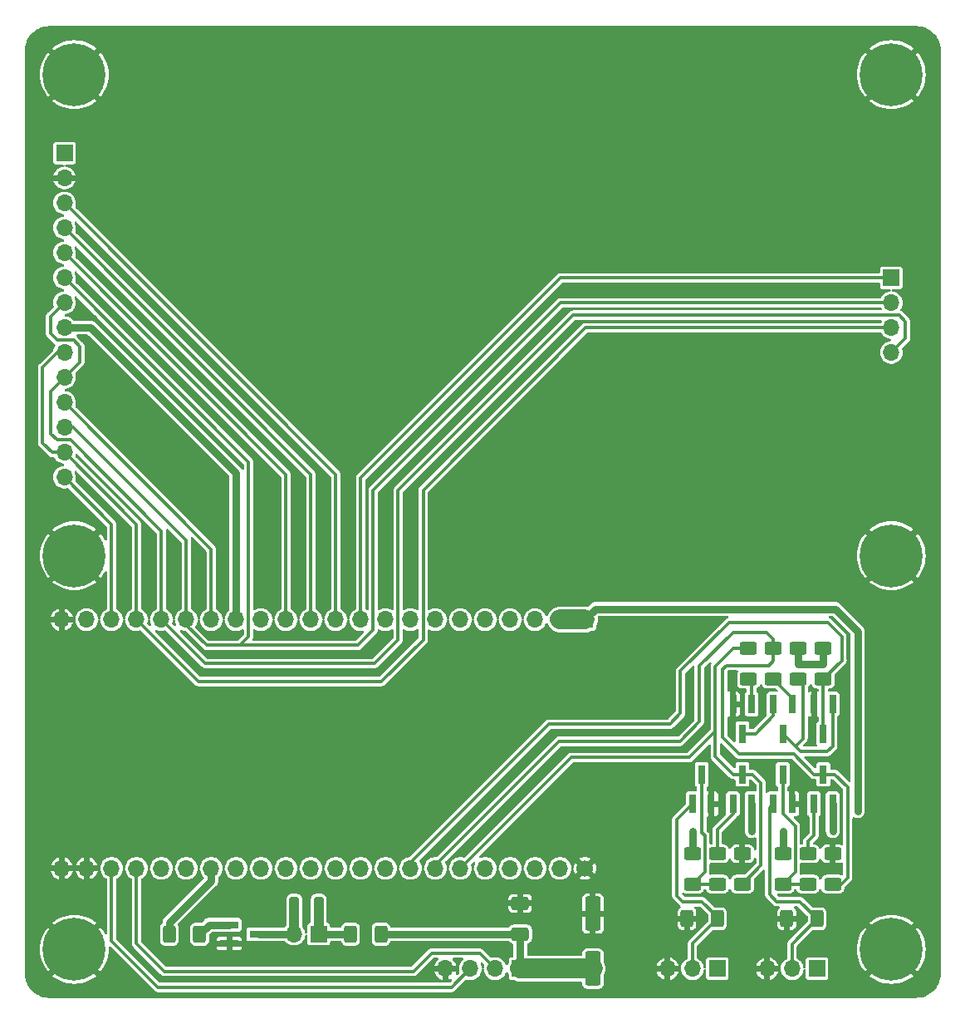
<source format=gbr>
G04 #@! TF.GenerationSoftware,KiCad,Pcbnew,7.0.10-7.0.10~ubuntu22.04.1*
G04 #@! TF.CreationDate,2024-01-08T19:12:50+01:00*
G04 #@! TF.ProjectId,Geiger Counter Mainboard,47656967-6572-4204-936f-756e74657220,1.0*
G04 #@! TF.SameCoordinates,Original*
G04 #@! TF.FileFunction,Copper,L1,Top*
G04 #@! TF.FilePolarity,Positive*
%FSLAX46Y46*%
G04 Gerber Fmt 4.6, Leading zero omitted, Abs format (unit mm)*
G04 Created by KiCad (PCBNEW 7.0.10-7.0.10~ubuntu22.04.1) date 2024-01-08 19:12:50*
%MOMM*%
%LPD*%
G01*
G04 APERTURE LIST*
G04 Aperture macros list*
%AMRoundRect*
0 Rectangle with rounded corners*
0 $1 Rounding radius*
0 $2 $3 $4 $5 $6 $7 $8 $9 X,Y pos of 4 corners*
0 Add a 4 corners polygon primitive as box body*
4,1,4,$2,$3,$4,$5,$6,$7,$8,$9,$2,$3,0*
0 Add four circle primitives for the rounded corners*
1,1,$1+$1,$2,$3*
1,1,$1+$1,$4,$5*
1,1,$1+$1,$6,$7*
1,1,$1+$1,$8,$9*
0 Add four rect primitives between the rounded corners*
20,1,$1+$1,$2,$3,$4,$5,0*
20,1,$1+$1,$4,$5,$6,$7,0*
20,1,$1+$1,$6,$7,$8,$9,0*
20,1,$1+$1,$8,$9,$2,$3,0*%
G04 Aperture macros list end*
G04 #@! TA.AperFunction,SMDPad,CuDef*
%ADD10RoundRect,0.250000X0.400000X0.625000X-0.400000X0.625000X-0.400000X-0.625000X0.400000X-0.625000X0*%
G04 #@! TD*
G04 #@! TA.AperFunction,ComponentPad*
%ADD11R,1.700000X1.700000*%
G04 #@! TD*
G04 #@! TA.AperFunction,ComponentPad*
%ADD12O,1.700000X1.700000*%
G04 #@! TD*
G04 #@! TA.AperFunction,SMDPad,CuDef*
%ADD13RoundRect,0.250000X0.250000X0.250000X-0.250000X0.250000X-0.250000X-0.250000X0.250000X-0.250000X0*%
G04 #@! TD*
G04 #@! TA.AperFunction,SMDPad,CuDef*
%ADD14RoundRect,0.250000X0.625000X-0.400000X0.625000X0.400000X-0.625000X0.400000X-0.625000X-0.400000X0*%
G04 #@! TD*
G04 #@! TA.AperFunction,SMDPad,CuDef*
%ADD15RoundRect,0.250000X-0.625000X0.400000X-0.625000X-0.400000X0.625000X-0.400000X0.625000X0.400000X0*%
G04 #@! TD*
G04 #@! TA.AperFunction,SMDPad,CuDef*
%ADD16RoundRect,0.250000X0.650000X-0.412500X0.650000X0.412500X-0.650000X0.412500X-0.650000X-0.412500X0*%
G04 #@! TD*
G04 #@! TA.AperFunction,SMDPad,CuDef*
%ADD17R,0.800000X1.900000*%
G04 #@! TD*
G04 #@! TA.AperFunction,SMDPad,CuDef*
%ADD18RoundRect,0.250000X0.550000X-1.500000X0.550000X1.500000X-0.550000X1.500000X-0.550000X-1.500000X0*%
G04 #@! TD*
G04 #@! TA.AperFunction,ComponentPad*
%ADD19C,1.000000*%
G04 #@! TD*
G04 #@! TA.AperFunction,ComponentPad*
%ADD20C,6.400000*%
G04 #@! TD*
G04 #@! TA.AperFunction,SMDPad,CuDef*
%ADD21R,1.900000X0.800000*%
G04 #@! TD*
G04 #@! TA.AperFunction,SMDPad,CuDef*
%ADD22RoundRect,0.250000X-0.400000X-0.625000X0.400000X-0.625000X0.400000X0.625000X-0.400000X0.625000X0*%
G04 #@! TD*
G04 #@! TA.AperFunction,ComponentPad*
%ADD23C,1.700000*%
G04 #@! TD*
G04 #@! TA.AperFunction,ViaPad*
%ADD24C,0.500000*%
G04 #@! TD*
G04 #@! TA.AperFunction,Conductor*
%ADD25C,1.000000*%
G04 #@! TD*
G04 #@! TA.AperFunction,Conductor*
%ADD26C,0.800000*%
G04 #@! TD*
G04 #@! TA.AperFunction,Conductor*
%ADD27C,2.000000*%
G04 #@! TD*
G04 #@! TA.AperFunction,Conductor*
%ADD28C,0.350000*%
G04 #@! TD*
G04 APERTURE END LIST*
D10*
X173484138Y-140843417D03*
X170384138Y-140843417D03*
D11*
X132844138Y-142403417D03*
D12*
X130304138Y-142403417D03*
D13*
X132844138Y-139103417D03*
X130344138Y-139103417D03*
D14*
X182694138Y-137313417D03*
X182694138Y-134213417D03*
D15*
X180154138Y-134213417D03*
X180154138Y-137313417D03*
D16*
X153374138Y-142405917D03*
X153374138Y-139280917D03*
D17*
X176974138Y-118973417D03*
X175074138Y-118973417D03*
X176024138Y-121973417D03*
D18*
X160784138Y-145923417D03*
X160784138Y-140323417D03*
D10*
X183659138Y-140843417D03*
X180559138Y-140843417D03*
D11*
X153374138Y-145923417D03*
D12*
X150834138Y-145923417D03*
X148294138Y-145923417D03*
X145754138Y-145923417D03*
D14*
X185234138Y-137313417D03*
X185234138Y-134213417D03*
D11*
X173484138Y-145923417D03*
D12*
X170944138Y-145923417D03*
X168404138Y-145923417D03*
D17*
X175074138Y-129133417D03*
X176974138Y-129133417D03*
X176024138Y-126133417D03*
D11*
X106914138Y-62843417D03*
D19*
X105514138Y-54853417D03*
X105514138Y-103853417D03*
X106217082Y-53156361D03*
X106217082Y-56550473D03*
X106217082Y-102156361D03*
X106217082Y-105550473D03*
D12*
X106914138Y-65383417D03*
D19*
X107914138Y-52453417D03*
D20*
X107914138Y-54853417D03*
D19*
X107914138Y-57253417D03*
X107914138Y-101453417D03*
D20*
X107914138Y-103853417D03*
D19*
X107914138Y-106253417D03*
X109611194Y-53156361D03*
X109611194Y-56550473D03*
X109611194Y-102156361D03*
X109611194Y-105550473D03*
X110314138Y-54853417D03*
X110314138Y-103853417D03*
X188814138Y-54853417D03*
X188814138Y-103853417D03*
X189517082Y-53156361D03*
X189517082Y-56550473D03*
X189517082Y-102156361D03*
X189517082Y-105550473D03*
X191214138Y-52453417D03*
D20*
X191214138Y-54853417D03*
D19*
X191214138Y-57253417D03*
X191214138Y-101453417D03*
D20*
X191214138Y-103853417D03*
D19*
X191214138Y-106253417D03*
X192911194Y-53156361D03*
X192911194Y-56550473D03*
X192911194Y-102156361D03*
X192911194Y-105550473D03*
X193614138Y-54853417D03*
X193614138Y-103853417D03*
D12*
X106914138Y-67923417D03*
X106914138Y-70463417D03*
X106914138Y-73003417D03*
X106914138Y-75543417D03*
X106914138Y-78083417D03*
X106914138Y-80623417D03*
X106914138Y-83163417D03*
X106914138Y-85703417D03*
X106914138Y-88243417D03*
X106914138Y-90783417D03*
X106914138Y-93323417D03*
X106914138Y-95863417D03*
D11*
X191214138Y-75543417D03*
D12*
X191214138Y-78083417D03*
X191214138Y-80623417D03*
X191214138Y-83163417D03*
D17*
X183334138Y-129133417D03*
X185234138Y-129133417D03*
X184284138Y-126133417D03*
D21*
X123724138Y-141453417D03*
X123724138Y-143353417D03*
X126724138Y-142403417D03*
D15*
X181744138Y-113333417D03*
X181744138Y-116433417D03*
D22*
X117604138Y-142403417D03*
X120704138Y-142403417D03*
D14*
X173484138Y-137313417D03*
X173484138Y-134213417D03*
D15*
X184284138Y-113333417D03*
X184284138Y-116433417D03*
D11*
X159984138Y-110363417D03*
D12*
X157444138Y-110363417D03*
X154904138Y-110363417D03*
X152364138Y-110363417D03*
X149824138Y-110363417D03*
X147284138Y-110363417D03*
X144744138Y-110363417D03*
X142204138Y-110363417D03*
X139664138Y-110363417D03*
X137124138Y-110363417D03*
X134584138Y-110363417D03*
X132044138Y-110363417D03*
X129504138Y-110363417D03*
X126964138Y-110363417D03*
X124424138Y-110363417D03*
X121884138Y-110363417D03*
X119344138Y-110363417D03*
X116804138Y-110363417D03*
X114264138Y-110363417D03*
X111724138Y-110363417D03*
X109184138Y-110363417D03*
X106644138Y-110363417D03*
X106644138Y-135703417D03*
X109184138Y-135703417D03*
X111724138Y-135703417D03*
X114264138Y-135703417D03*
X116804138Y-135703417D03*
X119344138Y-135703417D03*
X121884138Y-135703417D03*
X124424138Y-135703417D03*
X126964138Y-135703417D03*
X129504138Y-135703417D03*
X132044138Y-135703417D03*
X134584138Y-135703417D03*
X137124138Y-135703417D03*
X139664138Y-135703417D03*
X142204138Y-135703417D03*
X144744138Y-135703417D03*
X147284138Y-135703417D03*
X149824138Y-135703417D03*
X152364138Y-135703417D03*
X154904138Y-135703417D03*
X157444138Y-135703417D03*
D23*
X159984138Y-135703417D03*
D19*
X188814138Y-143953417D03*
X189517082Y-142256361D03*
X189517082Y-145650473D03*
X191214138Y-141553417D03*
D20*
X191214138Y-143953417D03*
D19*
X191214138Y-146353417D03*
X192911194Y-142256361D03*
X192911194Y-145650473D03*
X193614138Y-143953417D03*
D15*
X176664138Y-113333417D03*
X176664138Y-116433417D03*
D17*
X181104138Y-118973417D03*
X179204138Y-118973417D03*
X180154138Y-121973417D03*
D19*
X105514138Y-143953417D03*
X106217082Y-142256361D03*
X106217082Y-145650473D03*
X107914138Y-141553417D03*
D20*
X107914138Y-143953417D03*
D19*
X107914138Y-146353417D03*
X109611194Y-142256361D03*
X109611194Y-145650473D03*
X110314138Y-143953417D03*
D14*
X176024138Y-137313417D03*
X176024138Y-134213417D03*
D17*
X179204138Y-129133417D03*
X181104138Y-129133417D03*
X180154138Y-126133417D03*
X170944138Y-129133417D03*
X172844138Y-129133417D03*
X171894138Y-126133417D03*
D10*
X139184138Y-142403417D03*
X136084138Y-142403417D03*
D15*
X179204138Y-113333417D03*
X179204138Y-116433417D03*
X170944138Y-134213417D03*
X170944138Y-137313417D03*
D11*
X183644138Y-145923417D03*
D12*
X181104138Y-145923417D03*
X178564138Y-145923417D03*
D17*
X185234138Y-118973417D03*
X183334138Y-118973417D03*
X184284138Y-121973417D03*
D24*
X160784138Y-54483417D03*
X115524138Y-138303417D03*
X188724138Y-82423417D03*
X128314138Y-111753417D03*
X130304138Y-57023417D03*
X109984138Y-72263417D03*
X155704138Y-107823417D03*
X148084138Y-54483417D03*
X107444138Y-123063417D03*
X135384138Y-138303417D03*
X113024138Y-140843417D03*
X155887785Y-125684845D03*
X137924138Y-125603417D03*
X142204138Y-107823417D03*
X193804138Y-115443417D03*
X153300140Y-128247244D03*
X191264138Y-123063417D03*
X130304138Y-54483417D03*
X104904138Y-123063417D03*
X104904138Y-107823417D03*
X109984138Y-87503417D03*
X135884138Y-107823417D03*
X132844138Y-115743417D03*
X145544138Y-125603417D03*
X118064138Y-105283417D03*
X191264138Y-135763417D03*
X118064138Y-107823417D03*
X193804138Y-133223417D03*
X185234138Y-135763417D03*
X117604138Y-54483417D03*
X178564138Y-54483417D03*
X120564138Y-105283417D03*
X183334138Y-117603417D03*
X186300000Y-116400000D03*
X109984138Y-69723417D03*
X142204138Y-105283417D03*
X158244138Y-54483417D03*
X135384138Y-113903417D03*
X158244138Y-138303417D03*
X127764138Y-125603417D03*
X122684138Y-115743417D03*
X150624138Y-107823417D03*
X127764138Y-54483417D03*
X123164138Y-111753417D03*
X158244138Y-57023417D03*
X107444138Y-107823417D03*
X182214138Y-129133417D03*
X150624138Y-54483417D03*
X133364138Y-107823417D03*
X135384138Y-123063417D03*
X132844138Y-113903417D03*
X181104138Y-54483417D03*
X120144138Y-57023417D03*
X150712496Y-130847511D03*
X140464138Y-57023417D03*
X153164138Y-107823417D03*
X115064138Y-123063417D03*
X153110801Y-125520750D03*
X145544138Y-138303417D03*
X109984138Y-67183417D03*
X137924138Y-138303417D03*
X122684138Y-113903417D03*
X148084138Y-57023417D03*
X176024138Y-135763417D03*
X170944138Y-57023417D03*
X148084138Y-123063417D03*
X150624138Y-57023417D03*
X148084138Y-138303417D03*
X178564138Y-57023417D03*
X193804138Y-112903417D03*
X148036493Y-130607681D03*
X113014138Y-107823417D03*
X127764138Y-57023417D03*
X139664138Y-107823417D03*
X148084138Y-125603417D03*
X127764138Y-138303417D03*
X139664138Y-105283417D03*
X193804138Y-125603417D03*
X181104138Y-57023417D03*
X109984138Y-74803417D03*
X104904138Y-138303417D03*
X191264138Y-112903417D03*
X120564138Y-107823417D03*
X109984138Y-84963417D03*
X193804138Y-123063417D03*
X137924138Y-57023417D03*
X107444138Y-138303417D03*
X193804138Y-135763417D03*
X191264138Y-125603417D03*
X125224138Y-138303417D03*
X160784138Y-57023417D03*
X127764138Y-107823417D03*
X109984138Y-77343417D03*
X175074138Y-117603417D03*
X130764138Y-107823417D03*
X133364138Y-111753417D03*
X143004138Y-138303417D03*
X109984138Y-107823417D03*
X155651543Y-123045885D03*
X150624138Y-138303417D03*
X168404138Y-57023417D03*
X150662005Y-127994791D03*
X145544138Y-123063417D03*
X117604138Y-57023417D03*
X104904138Y-125603417D03*
X135384138Y-115743417D03*
X137924138Y-54483417D03*
X137924138Y-123063417D03*
X113024138Y-138303417D03*
X191307483Y-115389141D03*
X188724138Y-72263417D03*
X115064138Y-125603417D03*
X125094138Y-115743417D03*
X140464138Y-138303417D03*
X148084138Y-107823417D03*
X140464138Y-54483417D03*
X125094138Y-113903417D03*
X160784138Y-107823417D03*
X191264138Y-133223417D03*
X158244138Y-107823417D03*
X127764138Y-123063417D03*
X122684138Y-138303417D03*
X170944138Y-54483417D03*
X120144138Y-54483417D03*
X117604138Y-123063417D03*
X155704138Y-138303417D03*
X109984138Y-79603417D03*
X109984138Y-90043417D03*
X125224138Y-125603417D03*
X115524138Y-107823417D03*
X122964138Y-107823417D03*
X113014138Y-105283417D03*
X117604138Y-125603417D03*
X145544138Y-107823417D03*
X117604138Y-138303417D03*
X109984138Y-82423417D03*
X186184138Y-76703417D03*
X107444138Y-125603417D03*
X173954138Y-129133417D03*
X135384138Y-125603417D03*
X125224138Y-123063417D03*
X168404138Y-54483417D03*
X109984138Y-138303417D03*
X109984138Y-97663417D03*
X188724138Y-76703417D03*
X186300000Y-124100000D03*
X187780569Y-125903417D03*
X187780569Y-127903417D03*
X170944138Y-131903417D03*
X176974138Y-131903417D03*
X187780569Y-129903417D03*
X187780569Y-123903417D03*
X185234138Y-131903417D03*
X181744138Y-114883417D03*
X187780569Y-116883417D03*
X180154138Y-131903417D03*
X187780569Y-118883417D03*
X184284138Y-114883417D03*
D25*
X132844138Y-139103417D02*
X132844138Y-142403417D01*
D26*
X136084138Y-142403417D02*
X132844138Y-142403417D01*
D25*
X130304138Y-142403417D02*
X130344138Y-142363417D01*
D26*
X130304138Y-139143417D02*
X130344138Y-139103417D01*
D25*
X130344138Y-142363417D02*
X130344138Y-139183417D01*
D26*
X130304138Y-142403417D02*
X126724138Y-142403417D01*
X139184138Y-142403417D02*
X153371638Y-142403417D01*
D27*
X153374138Y-145923417D02*
X160784138Y-145923417D01*
D26*
X153374138Y-145923417D02*
X153374138Y-142405917D01*
D28*
X153371638Y-142403417D02*
X153374138Y-142405917D01*
X185234138Y-134213417D02*
X185234138Y-135763417D01*
X175074138Y-118973417D02*
X175074138Y-117603417D01*
X183334138Y-118973417D02*
X183334138Y-117603417D01*
X181104138Y-129133417D02*
X182214138Y-129133417D01*
X172844138Y-129133417D02*
X173954138Y-129133417D01*
X176024138Y-134213417D02*
X176024138Y-135763417D01*
X179547630Y-139087611D02*
X178818157Y-138358138D01*
X181104138Y-143398417D02*
X183659138Y-140843417D01*
X181903332Y-139087611D02*
X179547630Y-139087611D01*
X178818157Y-129519398D02*
X179204138Y-129133417D01*
X178818157Y-138358138D02*
X178818157Y-129519398D01*
X183659138Y-140843417D02*
X181903332Y-139087611D01*
X181104138Y-145923417D02*
X181104138Y-143398417D01*
X173484138Y-140665191D02*
X171930322Y-139111375D01*
X170944138Y-145923417D02*
X170944138Y-143383417D01*
X169946072Y-139111375D02*
X169351985Y-138517288D01*
X169351985Y-130725570D02*
X170944138Y-129133417D01*
X169351985Y-138517288D02*
X169351985Y-130725570D01*
X173484138Y-140843417D02*
X173484138Y-140665191D01*
X171930322Y-139111375D02*
X169946072Y-139111375D01*
X170944138Y-143383417D02*
X173484138Y-140843417D01*
X117100000Y-146200000D02*
X142500000Y-146200000D01*
X142500000Y-146200000D02*
X144354415Y-144345585D01*
X114264138Y-135703417D02*
X114264138Y-143364138D01*
X144354415Y-144345585D02*
X149256306Y-144345585D01*
X114264138Y-143364138D02*
X117100000Y-146200000D01*
X149256306Y-144345585D02*
X150834138Y-145923417D01*
X116448104Y-147833054D02*
X111724138Y-143109088D01*
X146384501Y-147833054D02*
X116448104Y-147833054D01*
X111724138Y-143109088D02*
X111724138Y-135703417D01*
X148294138Y-145923417D02*
X146384501Y-147833054D01*
X181425935Y-131419055D02*
X181425935Y-136041620D01*
X181425935Y-136041620D02*
X180154138Y-137313417D01*
X180154138Y-137313417D02*
X182694138Y-137313417D01*
X180154138Y-126133417D02*
X180154138Y-130147258D01*
X180154138Y-130147258D02*
X181425935Y-131419055D01*
X183334138Y-129133417D02*
X183334138Y-132327572D01*
X182694138Y-132967572D02*
X182694138Y-134213417D01*
X183334138Y-132327572D02*
X182694138Y-132967572D01*
D26*
X185495768Y-109273871D02*
X187780569Y-111558672D01*
X180154138Y-131903417D02*
X180154138Y-134213417D01*
D27*
X157444138Y-110363417D02*
X159984138Y-110363417D01*
D26*
X176974138Y-131903417D02*
X176974138Y-129133417D01*
X170944138Y-131903417D02*
X170944138Y-134213417D01*
X184284138Y-114883417D02*
X181744138Y-114883417D01*
X161073684Y-109273871D02*
X185495768Y-109273871D01*
X181744138Y-114883417D02*
X181744138Y-113333417D01*
X187780569Y-111558672D02*
X187780569Y-129903417D01*
D28*
X181284138Y-113793417D02*
X181744138Y-113333417D01*
D26*
X159984138Y-110363417D02*
X161073684Y-109273871D01*
X184284138Y-114883417D02*
X184284138Y-113333417D01*
X185234138Y-131903417D02*
X185234138Y-129133417D01*
D28*
X178758526Y-115047911D02*
X174409644Y-115047911D01*
X178517241Y-111642689D02*
X179204138Y-112329586D01*
X169649603Y-122770047D02*
X171634490Y-120785160D01*
X186768719Y-127447221D02*
X185454915Y-126133417D01*
X175730109Y-124081834D02*
X181290762Y-124081834D01*
X174036248Y-115421307D02*
X174036248Y-122387973D01*
X181290762Y-124081834D02*
X183342345Y-126133417D01*
X183342345Y-126133417D02*
X184284138Y-126133417D01*
X174409644Y-115047911D02*
X174036248Y-115421307D01*
X171634490Y-115103022D02*
X175094823Y-111642689D01*
X185454915Y-126133417D02*
X184284138Y-126133417D01*
X179204138Y-114602299D02*
X178758526Y-115047911D01*
X179204138Y-113333417D02*
X179204138Y-114602299D01*
X175094823Y-111642689D02*
X178517241Y-111642689D01*
X157323668Y-122770047D02*
X169649603Y-122770047D01*
X179204138Y-112329586D02*
X179204138Y-113333417D01*
X186109138Y-137313417D02*
X186768719Y-136653836D01*
X144744138Y-135703417D02*
X144744138Y-135349577D01*
X185234138Y-137313417D02*
X186109138Y-137313417D01*
X171634490Y-120785160D02*
X171634490Y-115103022D01*
X186768719Y-136653836D02*
X186768719Y-127447221D01*
X174036248Y-122387973D02*
X175730109Y-124081834D01*
X144744138Y-135349577D02*
X157323668Y-122770047D01*
X172206572Y-132375465D02*
X172206572Y-136050983D01*
X170944138Y-137313417D02*
X173484138Y-137313417D01*
X171894138Y-126133417D02*
X171894138Y-132063031D01*
X171894138Y-132063031D02*
X172206572Y-132375465D01*
X172206572Y-136050983D02*
X170944138Y-137313417D01*
X175074138Y-130161264D02*
X175074138Y-129133417D01*
X173484138Y-131751264D02*
X175074138Y-130161264D01*
X173484138Y-134213417D02*
X173484138Y-131751264D01*
X177062917Y-126133417D02*
X176024138Y-126133417D01*
X176024138Y-137313417D02*
X177917125Y-135420430D01*
X173283421Y-124321370D02*
X175095468Y-126133417D01*
X175066353Y-113333417D02*
X173283421Y-115116349D01*
X177917125Y-135420430D02*
X177917125Y-126987625D01*
X177917125Y-126987625D02*
X177062917Y-126133417D01*
X158561757Y-124425798D02*
X170612938Y-124425798D01*
X170612938Y-124425798D02*
X173283421Y-121755315D01*
X173283421Y-115116349D02*
X173283421Y-123063417D01*
X147284138Y-135703417D02*
X158561757Y-124425798D01*
X176664138Y-113333417D02*
X175066353Y-113333417D01*
X175095468Y-126133417D02*
X176024138Y-126133417D01*
X173283421Y-123063417D02*
X173283421Y-124321370D01*
X181104138Y-118973417D02*
X181104138Y-118333417D01*
X181104138Y-118333417D02*
X179204138Y-116433417D01*
X179204138Y-120152025D02*
X179204138Y-118973417D01*
X177382746Y-121973417D02*
X179204138Y-120152025D01*
X176024138Y-121973417D02*
X177382746Y-121973417D01*
X181439138Y-123258417D02*
X180154138Y-121973417D01*
X181973538Y-123792817D02*
X184708544Y-123792817D01*
X185234138Y-123267223D02*
X185234138Y-118973417D01*
X184708544Y-123792817D02*
X185234138Y-123267223D01*
X182208427Y-122489128D02*
X181439138Y-123258417D01*
X182208427Y-116897706D02*
X182208427Y-122489128D01*
X180154138Y-121973417D02*
X181973538Y-123792817D01*
X181744138Y-116433417D02*
X182208427Y-116897706D01*
X176974138Y-118973417D02*
X176974138Y-116743417D01*
X176974138Y-116743417D02*
X176664138Y-116433417D01*
X142204138Y-135119459D02*
X142204138Y-135703417D01*
X184762960Y-110678083D02*
X174669398Y-110678083D01*
X169729221Y-119922496D02*
X168638624Y-121013093D01*
X186184138Y-114533417D02*
X186184138Y-112099261D01*
X156310504Y-121013093D02*
X142204138Y-135119459D01*
X168638624Y-121013093D02*
X156310504Y-121013093D01*
X184284138Y-116433417D02*
X184284138Y-121973417D01*
X186184138Y-112099261D02*
X184762960Y-110678083D01*
X184284138Y-116433417D02*
X186184138Y-114533417D01*
X174669398Y-110678083D02*
X169729221Y-115618260D01*
X169729221Y-115618260D02*
X169729221Y-119922496D01*
D26*
X123724138Y-141453417D02*
X121654138Y-141453417D01*
X121654138Y-141453417D02*
X120704138Y-142403417D01*
X117604138Y-142403417D02*
X117604138Y-141248745D01*
X117604138Y-141248745D02*
X121884138Y-136968745D01*
X121884138Y-136968745D02*
X121884138Y-135703417D01*
D28*
X137124138Y-95923417D02*
X137124138Y-110363417D01*
X191214138Y-75543417D02*
X157504138Y-75543417D01*
X157504138Y-75543417D02*
X137124138Y-95923417D01*
X134584138Y-95593417D02*
X134584138Y-110363417D01*
X106914138Y-67923417D02*
X134584138Y-95593417D01*
X106914138Y-70463417D02*
X132044138Y-95593417D01*
X132044138Y-95593417D02*
X132044138Y-110363417D01*
X129504138Y-95593417D02*
X129504138Y-110363417D01*
X106914138Y-73003417D02*
X129504138Y-95593417D01*
D26*
X124424138Y-95470537D02*
X124424138Y-110363417D01*
X106914138Y-80623417D02*
X109577018Y-80623417D01*
X109577018Y-80623417D02*
X124424138Y-95470537D01*
D28*
X106914138Y-88243417D02*
X121884138Y-103213417D01*
X121884138Y-103213417D02*
X121884138Y-110363417D01*
X121386060Y-112986211D02*
X119344138Y-110944289D01*
X119344138Y-110944289D02*
X119344138Y-110363417D01*
X157504138Y-78083417D02*
X191214138Y-78083417D01*
X136819566Y-112986211D02*
X138394456Y-111411321D01*
X119344138Y-102305860D02*
X119344138Y-110363417D01*
X106914138Y-90783417D02*
X107821695Y-90783417D01*
X106914138Y-75543417D02*
X125698828Y-94328107D01*
X138394456Y-111411321D02*
X138394456Y-97193099D01*
X107821695Y-90783417D02*
X119344138Y-102305860D01*
X138394456Y-97193099D02*
X157504138Y-78083417D01*
X125698828Y-94328107D02*
X125698828Y-112069949D01*
X124782566Y-112986211D02*
X122684138Y-112986211D01*
X125698828Y-112069949D02*
X124782566Y-112986211D01*
X122684138Y-112986211D02*
X121386060Y-112986211D01*
X124782566Y-112986211D02*
X136819566Y-112986211D01*
X107513273Y-92057132D02*
X116804138Y-101347997D01*
X108471407Y-82523077D02*
X108471407Y-84146148D01*
X105512258Y-81242824D02*
X106163884Y-81894450D01*
X106914138Y-78083417D02*
X105512258Y-79485297D01*
X192018490Y-79348891D02*
X158778664Y-79348891D01*
X106163884Y-81894450D02*
X107842780Y-81894450D01*
X192671649Y-81705906D02*
X192671649Y-80002050D01*
X121275587Y-114834866D02*
X116804138Y-110363417D01*
X191214138Y-83163417D02*
X192671649Y-81705906D01*
X140941336Y-112426219D02*
X138532689Y-114834866D01*
X107842780Y-81894450D02*
X108471407Y-82523077D01*
X106914138Y-85703417D02*
X105519925Y-87097630D01*
X108471407Y-84146148D02*
X106914138Y-85703417D01*
X106156218Y-92057132D02*
X107513273Y-92057132D01*
X105519925Y-91420839D02*
X106156218Y-92057132D01*
X138532689Y-114834866D02*
X121275587Y-114834866D01*
X158778664Y-79348891D02*
X140941336Y-97186219D01*
X105519925Y-87097630D02*
X105519925Y-91420839D01*
X192671649Y-80002050D02*
X192018490Y-79348891D01*
X140941336Y-97186219D02*
X140941336Y-112426219D01*
X116804138Y-101347997D02*
X116804138Y-110363417D01*
X105512258Y-79485297D02*
X105512258Y-81242824D01*
X139236850Y-116670705D02*
X120571426Y-116670705D01*
X106229138Y-83163417D02*
X104686834Y-84705721D01*
X120571426Y-116670705D02*
X114264138Y-110363417D01*
X114264138Y-100673417D02*
X114264138Y-110363417D01*
X160044138Y-80623417D02*
X143490973Y-97176582D01*
X191214138Y-80623417D02*
X160044138Y-80623417D01*
X104686834Y-92366113D02*
X105644138Y-93323417D01*
X106914138Y-83163417D02*
X106229138Y-83163417D01*
X105644138Y-93323417D02*
X106914138Y-93323417D01*
X106914138Y-93323417D02*
X114264138Y-100673417D01*
X104686834Y-84705721D02*
X104686834Y-92366113D01*
X143490973Y-97176582D02*
X143490973Y-112416582D01*
X143490973Y-112416582D02*
X139236850Y-116670705D01*
X111724138Y-100673417D02*
X111724138Y-110363417D01*
X106914138Y-95863417D02*
X111724138Y-100673417D01*
G04 #@! TA.AperFunction,Conductor*
G36*
X147542552Y-144840770D02*
G01*
X147588307Y-144893574D01*
X147598251Y-144962732D01*
X147569226Y-145026288D01*
X147559056Y-145036717D01*
X147518373Y-145073805D01*
X147440265Y-145145010D01*
X147311770Y-145315163D01*
X147216734Y-145506022D01*
X147216734Y-145506024D01*
X147158382Y-145711106D01*
X147138709Y-145923416D01*
X147138709Y-145923417D01*
X147158381Y-146135726D01*
X147181456Y-146216825D01*
X147192566Y-146255872D01*
X147194034Y-146261029D01*
X147193448Y-146330897D01*
X147162449Y-146382645D01*
X146998256Y-146546838D01*
X146936933Y-146580323D01*
X146867241Y-146575339D01*
X146811308Y-146533467D01*
X146786891Y-146468003D01*
X146799575Y-146403884D01*
X146831072Y-146340630D01*
X146831075Y-146340622D01*
X146864424Y-146223417D01*
X146155692Y-146223417D01*
X146213631Y-146133261D01*
X146254138Y-145995306D01*
X146254138Y-145851528D01*
X146213631Y-145713573D01*
X146155692Y-145623417D01*
X146864424Y-145623417D01*
X146864424Y-145623416D01*
X146831075Y-145506211D01*
X146831070Y-145506198D01*
X146736076Y-145315425D01*
X146607637Y-145145345D01*
X146488483Y-145036722D01*
X146452201Y-144977011D01*
X146453962Y-144907163D01*
X146493206Y-144849356D01*
X146557472Y-144821941D01*
X146572021Y-144821085D01*
X147475513Y-144821085D01*
X147542552Y-144840770D01*
G37*
G04 #@! TD.AperFunction*
G04 #@! TA.AperFunction,Conductor*
G36*
X173964124Y-122988754D02*
G01*
X173970602Y-122994786D01*
X175348301Y-124372485D01*
X175364934Y-124393125D01*
X175367054Y-124396423D01*
X175402559Y-124427188D01*
X175409022Y-124433206D01*
X175417929Y-124442113D01*
X175417935Y-124442118D01*
X175417938Y-124442120D01*
X175428009Y-124449659D01*
X175434902Y-124455213D01*
X175436632Y-124456712D01*
X175470389Y-124485962D01*
X175470391Y-124485964D01*
X175473953Y-124487590D01*
X175496743Y-124501112D01*
X175499883Y-124503463D01*
X175543892Y-124519876D01*
X175552043Y-124523253D01*
X175573667Y-124533128D01*
X175594762Y-124542763D01*
X175594763Y-124542763D01*
X175594767Y-124542765D01*
X175598639Y-124543321D01*
X175624330Y-124549878D01*
X175627994Y-124551245D01*
X175674844Y-124554596D01*
X175683623Y-124555540D01*
X175696098Y-124557334D01*
X175708686Y-124557334D01*
X175717533Y-124557649D01*
X175764379Y-124561001D01*
X175768209Y-124560167D01*
X175794566Y-124557334D01*
X181042441Y-124557334D01*
X181109480Y-124577019D01*
X181130122Y-124593653D01*
X182960537Y-126424068D01*
X182977170Y-126444708D01*
X182979290Y-126448006D01*
X183014793Y-126478769D01*
X183021258Y-126484789D01*
X183030165Y-126493696D01*
X183030171Y-126493701D01*
X183030174Y-126493703D01*
X183040245Y-126501242D01*
X183047138Y-126506796D01*
X183082625Y-126537545D01*
X183082627Y-126537547D01*
X183086189Y-126539173D01*
X183108979Y-126552695D01*
X183112119Y-126555046D01*
X183156131Y-126571461D01*
X183164281Y-126574836D01*
X183207003Y-126594348D01*
X183210871Y-126594904D01*
X183236565Y-126601461D01*
X183240231Y-126602829D01*
X183287077Y-126606179D01*
X183295870Y-126607125D01*
X183304470Y-126608361D01*
X183308334Y-126608917D01*
X183320919Y-126608917D01*
X183329765Y-126609232D01*
X183376616Y-126612584D01*
X183380446Y-126611750D01*
X183406803Y-126608917D01*
X183459639Y-126608917D01*
X183526678Y-126628602D01*
X183572433Y-126681406D01*
X183583639Y-126732917D01*
X183583639Y-127128273D01*
X183583640Y-127128299D01*
X183586551Y-127153404D01*
X183586553Y-127153408D01*
X183631931Y-127256181D01*
X183631932Y-127256182D01*
X183711373Y-127335623D01*
X183814147Y-127381002D01*
X183839273Y-127383917D01*
X184729002Y-127383916D01*
X184729017Y-127383914D01*
X184729020Y-127383914D01*
X184754125Y-127381003D01*
X184754126Y-127381002D01*
X184754129Y-127381002D01*
X184856903Y-127335623D01*
X184936344Y-127256182D01*
X184981723Y-127153408D01*
X184984638Y-127128282D01*
X184984638Y-126732917D01*
X185004323Y-126665878D01*
X185057127Y-126620123D01*
X185108638Y-126608917D01*
X185206594Y-126608917D01*
X185273633Y-126628602D01*
X185294275Y-126645236D01*
X186256900Y-127607860D01*
X186290385Y-127669183D01*
X186293219Y-127695541D01*
X186293219Y-133211182D01*
X186273534Y-133278221D01*
X186220730Y-133323976D01*
X186151572Y-133333920D01*
X186123729Y-133326537D01*
X185990581Y-133274030D01*
X185902192Y-133263417D01*
X185534138Y-133263417D01*
X185534138Y-135163417D01*
X185902192Y-135163417D01*
X185990584Y-135152802D01*
X186123729Y-135100297D01*
X186193315Y-135094015D01*
X186255252Y-135126352D01*
X186289873Y-135187040D01*
X186293219Y-135215651D01*
X186293219Y-136310644D01*
X186273534Y-136377683D01*
X186220730Y-136423438D01*
X186151572Y-136433382D01*
X186123730Y-136425999D01*
X185990701Y-136373539D01*
X185938116Y-136367225D01*
X185902240Y-136362917D01*
X184566036Y-136362917D01*
X184526991Y-136367605D01*
X184477576Y-136373539D01*
X184336794Y-136429056D01*
X184216215Y-136520494D01*
X184124776Y-136641075D01*
X184124775Y-136641077D01*
X184079492Y-136755907D01*
X184036586Y-136811051D01*
X183970679Y-136834244D01*
X183902694Y-136818123D01*
X183854218Y-136767806D01*
X183848784Y-136755907D01*
X183803500Y-136641077D01*
X183803499Y-136641075D01*
X183712060Y-136520494D01*
X183591481Y-136429056D01*
X183461208Y-136377683D01*
X183450702Y-136373540D01*
X183450701Y-136373539D01*
X183450699Y-136373539D01*
X183405064Y-136368059D01*
X183362240Y-136362917D01*
X182026036Y-136362917D01*
X182008292Y-136365047D01*
X181939384Y-136353493D01*
X181887662Y-136306519D01*
X181869547Y-136239038D01*
X181880720Y-136190417D01*
X181886866Y-136176962D01*
X181887422Y-136173093D01*
X181893980Y-136147396D01*
X181895347Y-136143734D01*
X181898698Y-136096868D01*
X181899640Y-136088109D01*
X181901435Y-136075631D01*
X181901435Y-136063046D01*
X181901751Y-136054199D01*
X181905102Y-136007349D01*
X181905101Y-136007345D01*
X181904269Y-136003519D01*
X181901435Y-135977162D01*
X181901435Y-135287917D01*
X181921120Y-135220878D01*
X181973924Y-135175123D01*
X182025435Y-135163917D01*
X183362235Y-135163917D01*
X183362240Y-135163917D01*
X183450702Y-135153294D01*
X183591480Y-135097778D01*
X183712060Y-135006339D01*
X183803499Y-134885759D01*
X183849053Y-134770242D01*
X183891957Y-134715101D01*
X183957864Y-134691907D01*
X184025849Y-134708027D01*
X184074326Y-134758344D01*
X184079760Y-134770243D01*
X184125216Y-134885510D01*
X184216573Y-135005981D01*
X184337042Y-135097337D01*
X184477694Y-135152803D01*
X184566084Y-135163417D01*
X184934138Y-135163417D01*
X184934138Y-133263417D01*
X184566084Y-133263417D01*
X184477694Y-133274030D01*
X184337042Y-133329496D01*
X184216573Y-133420852D01*
X184125216Y-133541323D01*
X184079760Y-133656590D01*
X184036854Y-133711734D01*
X183970946Y-133734926D01*
X183902962Y-133718805D01*
X183854485Y-133668488D01*
X183849056Y-133656599D01*
X183803499Y-133541075D01*
X183803499Y-133541074D01*
X183712060Y-133420494D01*
X183591481Y-133329056D01*
X183473146Y-133282391D01*
X183450702Y-133273540D01*
X183450701Y-133273539D01*
X183450699Y-133273539D01*
X183405842Y-133268153D01*
X183362240Y-133262917D01*
X183362235Y-133262917D01*
X183358562Y-133262476D01*
X183358686Y-133261435D01*
X183297173Y-133239286D01*
X183254669Y-133183832D01*
X183248892Y-133114201D01*
X183281677Y-133052502D01*
X183282600Y-133051568D01*
X183624792Y-132709375D01*
X183645433Y-132692743D01*
X183648727Y-132690627D01*
X183679478Y-132655136D01*
X183685498Y-132648670D01*
X183694417Y-132639752D01*
X183701973Y-132629656D01*
X183707516Y-132622778D01*
X183738268Y-132587290D01*
X183739894Y-132583730D01*
X183753421Y-132560930D01*
X183755767Y-132557798D01*
X183772178Y-132513796D01*
X183775559Y-132505630D01*
X183795069Y-132462914D01*
X183795625Y-132459045D01*
X183802183Y-132433348D01*
X183803550Y-132429686D01*
X183806901Y-132382820D01*
X183807843Y-132374061D01*
X183809638Y-132361583D01*
X183809638Y-132348998D01*
X183809954Y-132340151D01*
X183813305Y-132293301D01*
X183813304Y-132293297D01*
X183812472Y-132289471D01*
X183809638Y-132263114D01*
X183809638Y-131945791D01*
X184533638Y-131945791D01*
X184548997Y-132072285D01*
X184548998Y-132072291D01*
X184609318Y-132231342D01*
X184609320Y-132231348D01*
X184638314Y-132273352D01*
X184705955Y-132371346D01*
X184775937Y-132433344D01*
X184833288Y-132484153D01*
X184970696Y-132556270D01*
X184983913Y-132563207D01*
X185149082Y-132603917D01*
X185319194Y-132603917D01*
X185484363Y-132563207D01*
X185594098Y-132505613D01*
X185634987Y-132484153D01*
X185634988Y-132484151D01*
X185634990Y-132484151D01*
X185762321Y-132371346D01*
X185858956Y-132231347D01*
X185919278Y-132072289D01*
X185929518Y-131987955D01*
X185934638Y-131945791D01*
X185934638Y-129084932D01*
X185934637Y-129084910D01*
X185934637Y-128138560D01*
X185934637Y-128138553D01*
X185934635Y-128138534D01*
X185931724Y-128113429D01*
X185931723Y-128113427D01*
X185931723Y-128113426D01*
X185886344Y-128010652D01*
X185806903Y-127931211D01*
X185806901Y-127931210D01*
X185704130Y-127885832D01*
X185679003Y-127882917D01*
X184789281Y-127882917D01*
X184789255Y-127882919D01*
X184764150Y-127885830D01*
X184764146Y-127885832D01*
X184661373Y-127931210D01*
X184581932Y-128010651D01*
X184536553Y-128113423D01*
X184536553Y-128113425D01*
X184533638Y-128138548D01*
X184533638Y-131945791D01*
X183809638Y-131945791D01*
X183809638Y-130459368D01*
X183829323Y-130392329D01*
X183882127Y-130346574D01*
X183883553Y-130345933D01*
X183888465Y-130343764D01*
X183906903Y-130335623D01*
X183986344Y-130256182D01*
X184031723Y-130153408D01*
X184034638Y-130128282D01*
X184034637Y-128138553D01*
X184034635Y-128138534D01*
X184031724Y-128113429D01*
X184031723Y-128113427D01*
X184031723Y-128113426D01*
X183986344Y-128010652D01*
X183906903Y-127931211D01*
X183906901Y-127931210D01*
X183804130Y-127885832D01*
X183779003Y-127882917D01*
X182889281Y-127882917D01*
X182889255Y-127882919D01*
X182864150Y-127885830D01*
X182864146Y-127885832D01*
X182761373Y-127931210D01*
X182681932Y-128010651D01*
X182636553Y-128113423D01*
X182636553Y-128113425D01*
X182633638Y-128138548D01*
X182633638Y-130128273D01*
X182633640Y-130128299D01*
X182636551Y-130153404D01*
X182636553Y-130153408D01*
X182681931Y-130256181D01*
X182681932Y-130256182D01*
X182761373Y-130335623D01*
X182777895Y-130342918D01*
X182784723Y-130345933D01*
X182838100Y-130391018D01*
X182858628Y-130457804D01*
X182858638Y-130459368D01*
X182858638Y-132079250D01*
X182838953Y-132146289D01*
X182822319Y-132166931D01*
X182403483Y-132585766D01*
X182382850Y-132602395D01*
X182379551Y-132604514D01*
X182379544Y-132604521D01*
X182348801Y-132640000D01*
X182342779Y-132646470D01*
X182333856Y-132655393D01*
X182326294Y-132665494D01*
X182320751Y-132672372D01*
X182290010Y-132707850D01*
X182290006Y-132707856D01*
X182288375Y-132711428D01*
X182274863Y-132734201D01*
X182272510Y-132737344D01*
X182272508Y-132737348D01*
X182256098Y-132781343D01*
X182252713Y-132789515D01*
X182233207Y-132832230D01*
X182233206Y-132832233D01*
X182232649Y-132836109D01*
X182226097Y-132861783D01*
X182224727Y-132865455D01*
X182221375Y-132912297D01*
X182220431Y-132921080D01*
X182218638Y-132933556D01*
X182218638Y-132946149D01*
X182218322Y-132954997D01*
X182214971Y-133001840D01*
X182214971Y-133001842D01*
X182215804Y-133005671D01*
X182218638Y-133032030D01*
X182218638Y-133138917D01*
X182198953Y-133205956D01*
X182146149Y-133251711D01*
X182094638Y-133262917D01*
X182025435Y-133262917D01*
X181958396Y-133243232D01*
X181912641Y-133190428D01*
X181901435Y-133138917D01*
X181901435Y-131483513D01*
X181904269Y-131457154D01*
X181904506Y-131456064D01*
X181905102Y-131453326D01*
X181901751Y-131406475D01*
X181901435Y-131397628D01*
X181901435Y-131385044D01*
X181901434Y-131385038D01*
X181899643Y-131372580D01*
X181898696Y-131363775D01*
X181895347Y-131316941D01*
X181893979Y-131313275D01*
X181887422Y-131287581D01*
X181886866Y-131283713D01*
X181867354Y-131240991D01*
X181863979Y-131232841D01*
X181847564Y-131188829D01*
X181845213Y-131185689D01*
X181831691Y-131162899D01*
X181830065Y-131159337D01*
X181799314Y-131123848D01*
X181793760Y-131116955D01*
X181786221Y-131106884D01*
X181786219Y-131106881D01*
X181786214Y-131106875D01*
X181777307Y-131097968D01*
X181771289Y-131091505D01*
X181740524Y-131056000D01*
X181737226Y-131053880D01*
X181716586Y-131037247D01*
X181274436Y-130595097D01*
X181240951Y-130533774D01*
X181245935Y-130464082D01*
X181287807Y-130408149D01*
X181353271Y-130383732D01*
X181362117Y-130383416D01*
X181548924Y-130383416D01*
X181548946Y-130383414D01*
X181574007Y-130380508D01*
X181574011Y-130380507D01*
X181676612Y-130335205D01*
X181676617Y-130335202D01*
X181755923Y-130255896D01*
X181755926Y-130255891D01*
X181801227Y-130153294D01*
X181801227Y-130153292D01*
X181804137Y-130128211D01*
X181804138Y-130128208D01*
X181804138Y-129433417D01*
X180928138Y-129433417D01*
X180861099Y-129413732D01*
X180815344Y-129360928D01*
X180804138Y-129309417D01*
X180804138Y-127883417D01*
X181404138Y-127883417D01*
X181404138Y-128833417D01*
X181804137Y-128833417D01*
X181804137Y-128138631D01*
X181804135Y-128138608D01*
X181801229Y-128113547D01*
X181801228Y-128113543D01*
X181755926Y-128010942D01*
X181755923Y-128010937D01*
X181676617Y-127931631D01*
X181676612Y-127931628D01*
X181574014Y-127886327D01*
X181548932Y-127883417D01*
X181404138Y-127883417D01*
X180804138Y-127883417D01*
X180753638Y-127883417D01*
X180686599Y-127863732D01*
X180640844Y-127810928D01*
X180629638Y-127759417D01*
X180629638Y-127459368D01*
X180649323Y-127392329D01*
X180702127Y-127346574D01*
X180703553Y-127345933D01*
X180707032Y-127344396D01*
X180726903Y-127335623D01*
X180806344Y-127256182D01*
X180851723Y-127153408D01*
X180854638Y-127128282D01*
X180854637Y-125138553D01*
X180854635Y-125138534D01*
X180851724Y-125113429D01*
X180851723Y-125113427D01*
X180851723Y-125113426D01*
X180806344Y-125010652D01*
X180726903Y-124931211D01*
X180726901Y-124931210D01*
X180624130Y-124885832D01*
X180599003Y-124882917D01*
X179709281Y-124882917D01*
X179709255Y-124882919D01*
X179684150Y-124885830D01*
X179684146Y-124885832D01*
X179581373Y-124931210D01*
X179501932Y-125010651D01*
X179456553Y-125113423D01*
X179456553Y-125113425D01*
X179453638Y-125138548D01*
X179453638Y-127128273D01*
X179453640Y-127128299D01*
X179456551Y-127153404D01*
X179456553Y-127153408D01*
X179501931Y-127256181D01*
X179501932Y-127256182D01*
X179581373Y-127335623D01*
X179597895Y-127342918D01*
X179604723Y-127345933D01*
X179658100Y-127391018D01*
X179678628Y-127457804D01*
X179678638Y-127459368D01*
X179678638Y-127758917D01*
X179658953Y-127825956D01*
X179606149Y-127871711D01*
X179554638Y-127882917D01*
X178759281Y-127882917D01*
X178759255Y-127882919D01*
X178734150Y-127885830D01*
X178734146Y-127885832D01*
X178631373Y-127931210D01*
X178631372Y-127931211D01*
X178604306Y-127958278D01*
X178542983Y-127991763D01*
X178473291Y-127986779D01*
X178417358Y-127944907D01*
X178392941Y-127879443D01*
X178392625Y-127870597D01*
X178392625Y-127052083D01*
X178395459Y-127025724D01*
X178396292Y-127021896D01*
X178392941Y-126975045D01*
X178392625Y-126966198D01*
X178392625Y-126953614D01*
X178392624Y-126953608D01*
X178390833Y-126941150D01*
X178389886Y-126932345D01*
X178386537Y-126885511D01*
X178385169Y-126881845D01*
X178378612Y-126856151D01*
X178378056Y-126852283D01*
X178358544Y-126809561D01*
X178355169Y-126801411D01*
X178338754Y-126757399D01*
X178336403Y-126754259D01*
X178322881Y-126731469D01*
X178321255Y-126727907D01*
X178290504Y-126692418D01*
X178284950Y-126685525D01*
X178277411Y-126675454D01*
X178277409Y-126675451D01*
X178277404Y-126675445D01*
X178268497Y-126666538D01*
X178262479Y-126660075D01*
X178231714Y-126624570D01*
X178228416Y-126622450D01*
X178207776Y-126605817D01*
X177444725Y-125842766D01*
X177428089Y-125822121D01*
X177425975Y-125818832D01*
X177425974Y-125818831D01*
X177425973Y-125818830D01*
X177425972Y-125818828D01*
X177390465Y-125788062D01*
X177384014Y-125782055D01*
X177375097Y-125773138D01*
X177365009Y-125765586D01*
X177358128Y-125760042D01*
X177322635Y-125729287D01*
X177319069Y-125727658D01*
X177296279Y-125714135D01*
X177293144Y-125711788D01*
X177249140Y-125695376D01*
X177240985Y-125691998D01*
X177198259Y-125672486D01*
X177198258Y-125672485D01*
X177198254Y-125672484D01*
X177194372Y-125671926D01*
X177168708Y-125665376D01*
X177165039Y-125664008D01*
X177165034Y-125664007D01*
X177165032Y-125664006D01*
X177156677Y-125663408D01*
X177118190Y-125660654D01*
X177109411Y-125659710D01*
X177096936Y-125657918D01*
X177096933Y-125657917D01*
X177096928Y-125657917D01*
X177096922Y-125657917D01*
X177084340Y-125657917D01*
X177075492Y-125657601D01*
X177028648Y-125654250D01*
X177028645Y-125654250D01*
X177026758Y-125654660D01*
X177024815Y-125655083D01*
X176998459Y-125657917D01*
X176848637Y-125657917D01*
X176781598Y-125638232D01*
X176735843Y-125585428D01*
X176724637Y-125533917D01*
X176724637Y-125138560D01*
X176724637Y-125138553D01*
X176724635Y-125138534D01*
X176721724Y-125113429D01*
X176721723Y-125113427D01*
X176721723Y-125113426D01*
X176676344Y-125010652D01*
X176596903Y-124931211D01*
X176596901Y-124931210D01*
X176494130Y-124885832D01*
X176469003Y-124882917D01*
X175579281Y-124882917D01*
X175579255Y-124882919D01*
X175554150Y-124885830D01*
X175554146Y-124885832D01*
X175451373Y-124931210D01*
X175371932Y-125010651D01*
X175326553Y-125113423D01*
X175326553Y-125113425D01*
X175323638Y-125138548D01*
X175323638Y-125389766D01*
X175303953Y-125456805D01*
X175251149Y-125502560D01*
X175181991Y-125512504D01*
X175118435Y-125483479D01*
X175111957Y-125477447D01*
X173795240Y-124160730D01*
X173761755Y-124099407D01*
X173758921Y-124073049D01*
X173758921Y-123082467D01*
X173778606Y-123015428D01*
X173831410Y-122969673D01*
X173900568Y-122959729D01*
X173964124Y-122988754D01*
G37*
G04 #@! TD.AperFunction*
G04 #@! TA.AperFunction,Conductor*
G36*
X185221288Y-109994056D02*
G01*
X185241930Y-110010690D01*
X187043750Y-111812509D01*
X187077235Y-111873832D01*
X187080069Y-111900190D01*
X187080069Y-126786750D01*
X187060384Y-126853789D01*
X187007580Y-126899544D01*
X186938422Y-126909488D01*
X186874866Y-126880463D01*
X186868388Y-126874431D01*
X185836723Y-125842766D01*
X185820087Y-125822121D01*
X185817973Y-125818832D01*
X185817972Y-125818831D01*
X185817971Y-125818830D01*
X185817970Y-125818828D01*
X185782463Y-125788062D01*
X185776012Y-125782055D01*
X185767095Y-125773138D01*
X185757007Y-125765586D01*
X185750126Y-125760042D01*
X185714633Y-125729287D01*
X185711067Y-125727658D01*
X185688277Y-125714135D01*
X185685142Y-125711788D01*
X185641138Y-125695376D01*
X185632983Y-125691998D01*
X185590257Y-125672486D01*
X185590256Y-125672485D01*
X185590252Y-125672484D01*
X185586370Y-125671926D01*
X185560706Y-125665376D01*
X185557037Y-125664008D01*
X185557032Y-125664007D01*
X185557030Y-125664006D01*
X185548675Y-125663408D01*
X185510188Y-125660654D01*
X185501409Y-125659710D01*
X185488934Y-125657918D01*
X185488931Y-125657917D01*
X185488926Y-125657917D01*
X185488920Y-125657917D01*
X185476338Y-125657917D01*
X185467490Y-125657601D01*
X185420646Y-125654250D01*
X185420643Y-125654250D01*
X185418756Y-125654660D01*
X185416813Y-125655083D01*
X185390457Y-125657917D01*
X185108637Y-125657917D01*
X185041598Y-125638232D01*
X184995843Y-125585428D01*
X184984637Y-125533917D01*
X184984637Y-125138560D01*
X184984637Y-125138553D01*
X184984635Y-125138534D01*
X184981724Y-125113429D01*
X184981723Y-125113427D01*
X184981723Y-125113426D01*
X184936344Y-125010652D01*
X184856903Y-124931211D01*
X184856901Y-124931210D01*
X184754130Y-124885832D01*
X184729003Y-124882917D01*
X183839281Y-124882917D01*
X183839255Y-124882919D01*
X183814150Y-124885830D01*
X183814146Y-124885832D01*
X183711373Y-124931210D01*
X183631932Y-125010651D01*
X183586553Y-125113423D01*
X183586553Y-125113425D01*
X183583638Y-125138548D01*
X183583638Y-125402889D01*
X183563953Y-125469928D01*
X183511149Y-125515683D01*
X183441991Y-125525627D01*
X183378435Y-125496602D01*
X183371957Y-125490570D01*
X182361385Y-124479998D01*
X182327900Y-124418675D01*
X182332884Y-124348983D01*
X182374756Y-124293050D01*
X182440220Y-124268633D01*
X182449066Y-124268317D01*
X184644086Y-124268317D01*
X184670442Y-124271150D01*
X184674273Y-124271984D01*
X184721119Y-124268632D01*
X184729967Y-124268317D01*
X184742555Y-124268317D01*
X184755029Y-124266523D01*
X184763810Y-124265578D01*
X184810659Y-124262228D01*
X184814325Y-124260860D01*
X184840013Y-124254304D01*
X184843886Y-124253748D01*
X184886616Y-124234232D01*
X184894751Y-124230862D01*
X184938770Y-124214446D01*
X184941902Y-124212100D01*
X184964702Y-124198573D01*
X184966275Y-124197854D01*
X184968262Y-124196947D01*
X185003750Y-124166195D01*
X185010628Y-124160652D01*
X185020724Y-124153096D01*
X185029642Y-124144177D01*
X185036109Y-124138157D01*
X185071599Y-124107406D01*
X185073715Y-124104112D01*
X185090347Y-124083471D01*
X185524792Y-123649026D01*
X185545433Y-123632394D01*
X185548727Y-123630278D01*
X185579478Y-123594787D01*
X185585498Y-123588321D01*
X185594417Y-123579403D01*
X185601973Y-123569307D01*
X185607516Y-123562429D01*
X185638268Y-123526941D01*
X185639894Y-123523381D01*
X185653421Y-123500581D01*
X185655767Y-123497449D01*
X185672183Y-123453430D01*
X185675553Y-123445295D01*
X185695069Y-123402565D01*
X185695625Y-123398692D01*
X185702181Y-123373004D01*
X185703549Y-123369338D01*
X185706899Y-123322489D01*
X185707845Y-123313701D01*
X185709638Y-123301234D01*
X185709638Y-123288644D01*
X185709954Y-123279796D01*
X185713305Y-123232953D01*
X185713304Y-123232948D01*
X185712472Y-123229122D01*
X185709638Y-123202765D01*
X185709638Y-120299368D01*
X185729323Y-120232329D01*
X185782127Y-120186574D01*
X185783553Y-120185933D01*
X185791973Y-120182215D01*
X185806903Y-120175623D01*
X185886344Y-120096182D01*
X185931723Y-119993408D01*
X185934638Y-119968282D01*
X185934637Y-117978553D01*
X185934635Y-117978534D01*
X185931724Y-117953429D01*
X185931723Y-117953427D01*
X185931723Y-117953426D01*
X185886344Y-117850652D01*
X185806903Y-117771211D01*
X185783551Y-117760900D01*
X185704130Y-117725832D01*
X185679006Y-117722917D01*
X184883638Y-117722917D01*
X184816599Y-117703232D01*
X184770844Y-117650428D01*
X184759638Y-117598917D01*
X184759638Y-117507917D01*
X184779323Y-117440878D01*
X184832127Y-117395123D01*
X184883638Y-117383917D01*
X184952235Y-117383917D01*
X184952240Y-117383917D01*
X185040702Y-117373294D01*
X185181480Y-117317778D01*
X185302060Y-117226339D01*
X185393499Y-117105759D01*
X185449015Y-116964981D01*
X185459638Y-116876519D01*
X185459638Y-115990315D01*
X185459636Y-115990302D01*
X185459585Y-115989445D01*
X185459638Y-115989214D01*
X185459638Y-115986608D01*
X185460236Y-115986608D01*
X185475216Y-115921346D01*
X185495677Y-115894335D01*
X186474792Y-114915220D01*
X186495433Y-114898588D01*
X186498727Y-114896472D01*
X186529478Y-114860981D01*
X186535498Y-114854515D01*
X186544417Y-114845597D01*
X186551973Y-114835501D01*
X186557516Y-114828623D01*
X186588268Y-114793135D01*
X186589894Y-114789575D01*
X186603421Y-114766775D01*
X186605767Y-114763643D01*
X186622182Y-114719628D01*
X186625550Y-114711497D01*
X186645069Y-114668759D01*
X186645624Y-114664892D01*
X186652186Y-114639187D01*
X186653550Y-114635532D01*
X186656901Y-114588664D01*
X186657843Y-114579906D01*
X186659638Y-114567428D01*
X186659638Y-114554843D01*
X186659954Y-114545996D01*
X186663305Y-114499146D01*
X186663304Y-114499142D01*
X186662472Y-114495316D01*
X186659638Y-114468959D01*
X186659638Y-112163718D01*
X186662472Y-112137359D01*
X186663305Y-112133530D01*
X186663304Y-112133529D01*
X186659953Y-112086684D01*
X186659638Y-112077837D01*
X186659638Y-112065251D01*
X186659638Y-112065250D01*
X186657844Y-112052775D01*
X186656900Y-112043996D01*
X186653549Y-111997146D01*
X186652182Y-111993482D01*
X186645625Y-111967791D01*
X186645069Y-111963919D01*
X186637697Y-111947778D01*
X186625560Y-111921202D01*
X186622180Y-111913044D01*
X186605767Y-111869035D01*
X186603416Y-111865895D01*
X186589894Y-111843105D01*
X186588268Y-111839543D01*
X186557517Y-111804054D01*
X186551963Y-111797161D01*
X186544424Y-111787090D01*
X186544422Y-111787087D01*
X186544417Y-111787081D01*
X186535510Y-111778174D01*
X186529492Y-111771711D01*
X186498727Y-111736206D01*
X186495429Y-111734086D01*
X186474789Y-111717453D01*
X185144768Y-110387432D01*
X185128132Y-110366787D01*
X185126018Y-110363498D01*
X185126017Y-110363497D01*
X185126016Y-110363496D01*
X185126015Y-110363494D01*
X185090508Y-110332728D01*
X185084053Y-110326717D01*
X185075140Y-110317804D01*
X185065052Y-110310252D01*
X185058171Y-110304708D01*
X185022678Y-110273953D01*
X185019112Y-110272324D01*
X184996322Y-110258801D01*
X184993187Y-110256454D01*
X184949183Y-110240042D01*
X184941028Y-110236664D01*
X184898302Y-110217152D01*
X184898300Y-110217151D01*
X184890234Y-110213468D01*
X184890845Y-110212128D01*
X184840190Y-110179573D01*
X184811166Y-110116017D01*
X184821110Y-110046858D01*
X184866866Y-109994055D01*
X184933904Y-109974371D01*
X185154249Y-109974371D01*
X185221288Y-109994056D01*
G37*
G04 #@! TD.AperFunction*
G04 #@! TA.AperFunction,Conductor*
G36*
X183075582Y-116928709D02*
G01*
X183124058Y-116979026D01*
X183129488Y-116990917D01*
X183145292Y-117030991D01*
X183174777Y-117105760D01*
X183266215Y-117226339D01*
X183386794Y-117317777D01*
X183386795Y-117317777D01*
X183386796Y-117317778D01*
X183527574Y-117373294D01*
X183616036Y-117383917D01*
X183684638Y-117383917D01*
X183751677Y-117403602D01*
X183797432Y-117456406D01*
X183808638Y-117507917D01*
X183808638Y-117599417D01*
X183788953Y-117666456D01*
X183736149Y-117712211D01*
X183684638Y-117723417D01*
X183634138Y-117723417D01*
X183634138Y-120223416D01*
X183684638Y-120223416D01*
X183751677Y-120243101D01*
X183797432Y-120295905D01*
X183808638Y-120347416D01*
X183808638Y-120647466D01*
X183788953Y-120714505D01*
X183736149Y-120760260D01*
X183734724Y-120760900D01*
X183711378Y-120771207D01*
X183711370Y-120771213D01*
X183631932Y-120850651D01*
X183586553Y-120953423D01*
X183586553Y-120953425D01*
X183583638Y-120978548D01*
X183583638Y-122968273D01*
X183583640Y-122968299D01*
X183586551Y-122993404D01*
X183586553Y-122993408D01*
X183631931Y-123096181D01*
X183641386Y-123105636D01*
X183674871Y-123166959D01*
X183669887Y-123236651D01*
X183628015Y-123292584D01*
X183562551Y-123317001D01*
X183553705Y-123317317D01*
X182352059Y-123317317D01*
X182285020Y-123297632D01*
X182239265Y-123244828D01*
X182229321Y-123175670D01*
X182258346Y-123112114D01*
X182264368Y-123105644D01*
X182499085Y-122870927D01*
X182519722Y-122854299D01*
X182523016Y-122852183D01*
X182553767Y-122816692D01*
X182559787Y-122810226D01*
X182568706Y-122801308D01*
X182576262Y-122791212D01*
X182581805Y-122784334D01*
X182612557Y-122748846D01*
X182614183Y-122745286D01*
X182627710Y-122722486D01*
X182630056Y-122719354D01*
X182646472Y-122675335D01*
X182649842Y-122667200D01*
X182669358Y-122624470D01*
X182669914Y-122620597D01*
X182676470Y-122594909D01*
X182677838Y-122591243D01*
X182681188Y-122544394D01*
X182682134Y-122535606D01*
X182682687Y-122531762D01*
X182683927Y-122523139D01*
X182683927Y-122510549D01*
X182684243Y-122501701D01*
X182687594Y-122454858D01*
X182687593Y-122454853D01*
X182686761Y-122451027D01*
X182683927Y-122424670D01*
X182683927Y-120331182D01*
X182703612Y-120264143D01*
X182756416Y-120218388D01*
X182825574Y-120208444D01*
X182858014Y-120217748D01*
X182864261Y-120220506D01*
X182889344Y-120223416D01*
X183034137Y-120223416D01*
X183034138Y-120223415D01*
X183034138Y-117723417D01*
X182889352Y-117723417D01*
X182889329Y-117723419D01*
X182864268Y-117726325D01*
X182864264Y-117726326D01*
X182858008Y-117729089D01*
X182788730Y-117738157D01*
X182725546Y-117708331D01*
X182688518Y-117649080D01*
X182683927Y-117615652D01*
X182683927Y-117347178D01*
X182703612Y-117280139D01*
X182733001Y-117248374D01*
X182762060Y-117226339D01*
X182853499Y-117105759D01*
X182898784Y-116990924D01*
X182941689Y-116935782D01*
X183007597Y-116912589D01*
X183075582Y-116928709D01*
G37*
G04 #@! TD.AperFunction*
G04 #@! TA.AperFunction,Conductor*
G36*
X175552388Y-115543096D02*
G01*
X175598143Y-115595900D01*
X175608087Y-115665058D01*
X175584153Y-115722336D01*
X175554777Y-115761073D01*
X175499260Y-115901855D01*
X175493326Y-115951270D01*
X175488638Y-115990315D01*
X175488638Y-116876519D01*
X175494264Y-116923371D01*
X175499260Y-116964978D01*
X175499260Y-116964980D01*
X175499261Y-116964981D01*
X175516860Y-117009609D01*
X175554777Y-117105760D01*
X175646215Y-117226339D01*
X175766794Y-117317777D01*
X175766795Y-117317777D01*
X175766796Y-117317778D01*
X175907574Y-117373294D01*
X175996036Y-117383917D01*
X176374638Y-117383917D01*
X176441677Y-117403602D01*
X176487432Y-117456406D01*
X176498638Y-117507917D01*
X176498638Y-117647466D01*
X176478953Y-117714505D01*
X176426149Y-117760260D01*
X176424724Y-117760900D01*
X176401378Y-117771207D01*
X176401370Y-117771213D01*
X176321932Y-117850651D01*
X176276553Y-117953423D01*
X176276553Y-117953425D01*
X176273638Y-117978548D01*
X176273638Y-119968273D01*
X176273640Y-119968299D01*
X176276551Y-119993404D01*
X176276553Y-119993408D01*
X176321931Y-120096181D01*
X176321932Y-120096182D01*
X176401373Y-120175623D01*
X176504147Y-120221002D01*
X176529273Y-120223917D01*
X177419002Y-120223916D01*
X177419017Y-120223914D01*
X177419020Y-120223914D01*
X177444125Y-120221003D01*
X177444126Y-120221002D01*
X177444129Y-120221002D01*
X177546903Y-120175623D01*
X177626344Y-120096182D01*
X177671723Y-119993408D01*
X177674638Y-119968282D01*
X177674637Y-117978553D01*
X177674635Y-117978534D01*
X177671724Y-117953429D01*
X177671723Y-117953427D01*
X177671723Y-117953426D01*
X177626344Y-117850652D01*
X177546903Y-117771211D01*
X177546901Y-117771210D01*
X177546897Y-117771207D01*
X177523552Y-117760900D01*
X177470175Y-117715814D01*
X177449648Y-117649028D01*
X177449638Y-117647466D01*
X177449638Y-117446277D01*
X177469323Y-117379238D01*
X177522127Y-117333483D01*
X177528149Y-117330922D01*
X177561480Y-117317778D01*
X177682060Y-117226339D01*
X177740048Y-117149871D01*
X177773499Y-117105759D01*
X177818784Y-116990924D01*
X177861689Y-116935782D01*
X177927597Y-116912589D01*
X177995582Y-116928709D01*
X178044058Y-116979026D01*
X178049488Y-116990917D01*
X178065292Y-117030991D01*
X178094777Y-117105760D01*
X178186215Y-117226339D01*
X178306794Y-117317777D01*
X178306795Y-117317777D01*
X178306796Y-117317778D01*
X178447574Y-117373294D01*
X178536036Y-117383917D01*
X179430817Y-117383917D01*
X179497856Y-117403602D01*
X179518498Y-117420236D01*
X179609498Y-117511236D01*
X179642983Y-117572559D01*
X179637999Y-117642251D01*
X179596127Y-117698184D01*
X179530663Y-117722601D01*
X179521817Y-117722917D01*
X178759281Y-117722917D01*
X178759255Y-117722919D01*
X178734150Y-117725830D01*
X178734146Y-117725832D01*
X178631373Y-117771210D01*
X178551932Y-117850651D01*
X178506553Y-117953423D01*
X178506553Y-117953425D01*
X178503638Y-117978548D01*
X178503638Y-119968273D01*
X178503640Y-119968299D01*
X178506551Y-119993404D01*
X178506553Y-119993408D01*
X178528523Y-120043166D01*
X178537595Y-120112444D01*
X178507771Y-120175629D01*
X178502770Y-120180933D01*
X177222106Y-121461598D01*
X177160783Y-121495083D01*
X177134425Y-121497917D01*
X176848637Y-121497917D01*
X176781598Y-121478232D01*
X176735843Y-121425428D01*
X176724637Y-121373917D01*
X176724637Y-120978560D01*
X176724637Y-120978553D01*
X176724635Y-120978534D01*
X176721724Y-120953429D01*
X176721723Y-120953427D01*
X176721723Y-120953426D01*
X176676344Y-120850652D01*
X176596903Y-120771211D01*
X176573551Y-120760900D01*
X176494130Y-120725832D01*
X176469003Y-120722917D01*
X175579281Y-120722917D01*
X175579255Y-120722919D01*
X175554150Y-120725830D01*
X175554146Y-120725832D01*
X175451373Y-120771210D01*
X175371932Y-120850651D01*
X175326553Y-120953423D01*
X175326553Y-120953425D01*
X175323638Y-120978548D01*
X175323638Y-122703542D01*
X175303953Y-122770581D01*
X175251149Y-122816336D01*
X175181991Y-122826280D01*
X175118435Y-122797255D01*
X175111957Y-122791223D01*
X174548067Y-122227333D01*
X174514582Y-122166010D01*
X174511748Y-122139652D01*
X174511748Y-120347416D01*
X174531433Y-120280377D01*
X174584237Y-120234622D01*
X174635748Y-120223416D01*
X174774137Y-120223416D01*
X174774138Y-120223415D01*
X174774138Y-119273417D01*
X175374138Y-119273417D01*
X175374138Y-120223416D01*
X175518924Y-120223416D01*
X175518946Y-120223414D01*
X175544007Y-120220508D01*
X175544011Y-120220507D01*
X175646612Y-120175205D01*
X175646617Y-120175202D01*
X175725923Y-120095896D01*
X175725926Y-120095891D01*
X175771227Y-119993294D01*
X175771227Y-119993292D01*
X175774137Y-119968211D01*
X175774138Y-119968208D01*
X175774138Y-119273417D01*
X175374138Y-119273417D01*
X174774138Y-119273417D01*
X174774138Y-117723417D01*
X175374138Y-117723417D01*
X175374138Y-118673417D01*
X175774137Y-118673417D01*
X175774137Y-117978631D01*
X175774135Y-117978608D01*
X175771229Y-117953547D01*
X175771228Y-117953543D01*
X175725926Y-117850942D01*
X175725923Y-117850937D01*
X175646617Y-117771631D01*
X175646612Y-117771628D01*
X175544014Y-117726327D01*
X175518932Y-117723417D01*
X175374138Y-117723417D01*
X174774138Y-117723417D01*
X174635748Y-117723417D01*
X174568709Y-117703732D01*
X174522954Y-117650928D01*
X174511748Y-117599417D01*
X174511748Y-115669628D01*
X174531433Y-115602589D01*
X174548067Y-115581947D01*
X174570284Y-115559730D01*
X174631607Y-115526245D01*
X174657965Y-115523411D01*
X175485349Y-115523411D01*
X175552388Y-115543096D01*
G37*
G04 #@! TD.AperFunction*
G04 #@! TA.AperFunction,Conductor*
G36*
X142960255Y-111333691D02*
G01*
X143005117Y-111387256D01*
X143015473Y-111436866D01*
X143015473Y-112168261D01*
X142995788Y-112235300D01*
X142979154Y-112255942D01*
X139076210Y-116158886D01*
X139014887Y-116192371D01*
X138988529Y-116195205D01*
X120819747Y-116195205D01*
X120752708Y-116175520D01*
X120732066Y-116158886D01*
X116185306Y-111612126D01*
X116151821Y-111550803D01*
X116156805Y-111481111D01*
X116198677Y-111425178D01*
X116264141Y-111400761D01*
X116317778Y-111408817D01*
X116487940Y-111474738D01*
X116697528Y-111513917D01*
X116697530Y-111513917D01*
X116910746Y-111513917D01*
X116910748Y-111513917D01*
X117120336Y-111474738D01*
X117133402Y-111469675D01*
X117203024Y-111463810D01*
X117264765Y-111496517D01*
X117265881Y-111497619D01*
X120893779Y-115125517D01*
X120910412Y-115146157D01*
X120912532Y-115149455D01*
X120948037Y-115180220D01*
X120954500Y-115186238D01*
X120963407Y-115195145D01*
X120963413Y-115195150D01*
X120963416Y-115195152D01*
X120973487Y-115202691D01*
X120980380Y-115208245D01*
X121015869Y-115238996D01*
X121019429Y-115240622D01*
X121042224Y-115254147D01*
X121043637Y-115255205D01*
X121045361Y-115256495D01*
X121045364Y-115256496D01*
X121089359Y-115272905D01*
X121097518Y-115276283D01*
X121140245Y-115295797D01*
X121144112Y-115296352D01*
X121169805Y-115302910D01*
X121173472Y-115304278D01*
X121220317Y-115307628D01*
X121229098Y-115308571D01*
X121241576Y-115310366D01*
X121254161Y-115310366D01*
X121263006Y-115310681D01*
X121309858Y-115314033D01*
X121313688Y-115313199D01*
X121340045Y-115310366D01*
X138468231Y-115310366D01*
X138494587Y-115313199D01*
X138498418Y-115314033D01*
X138545264Y-115310681D01*
X138554112Y-115310366D01*
X138566700Y-115310366D01*
X138579174Y-115308572D01*
X138587955Y-115307627D01*
X138634804Y-115304277D01*
X138638470Y-115302909D01*
X138664158Y-115296353D01*
X138668031Y-115295797D01*
X138710761Y-115276281D01*
X138718896Y-115272911D01*
X138762915Y-115256495D01*
X138766047Y-115254149D01*
X138788847Y-115240622D01*
X138790420Y-115239903D01*
X138792407Y-115238996D01*
X138827895Y-115208244D01*
X138834773Y-115202701D01*
X138844869Y-115195145D01*
X138853787Y-115186226D01*
X138860254Y-115180206D01*
X138862289Y-115178443D01*
X138895744Y-115149455D01*
X138897862Y-115146159D01*
X138914492Y-115125520D01*
X141231990Y-112808022D01*
X141252631Y-112791390D01*
X141255925Y-112789274D01*
X141286676Y-112753783D01*
X141292696Y-112747317D01*
X141301615Y-112738399D01*
X141309171Y-112728303D01*
X141314714Y-112721425D01*
X141345466Y-112685937D01*
X141347092Y-112682377D01*
X141360619Y-112659577D01*
X141362965Y-112656445D01*
X141379381Y-112612426D01*
X141382751Y-112604291D01*
X141402267Y-112561561D01*
X141402823Y-112557688D01*
X141409378Y-112532002D01*
X141410747Y-112528334D01*
X141414097Y-112481479D01*
X141415038Y-112472728D01*
X141416836Y-112460230D01*
X141416836Y-112447632D01*
X141417152Y-112438785D01*
X141420502Y-112391950D01*
X141419670Y-112388126D01*
X141416836Y-112361765D01*
X141416836Y-111451747D01*
X141436521Y-111384708D01*
X141489325Y-111338953D01*
X141558483Y-111329009D01*
X141606112Y-111346319D01*
X141689119Y-111397715D01*
X141887940Y-111474738D01*
X142097528Y-111513917D01*
X142097530Y-111513917D01*
X142310746Y-111513917D01*
X142310748Y-111513917D01*
X142520336Y-111474738D01*
X142719157Y-111397715D01*
X142826197Y-111331438D01*
X142893556Y-111312883D01*
X142960255Y-111333691D01*
G37*
G04 #@! TD.AperFunction*
G04 #@! TA.AperFunction,Conductor*
G36*
X140410618Y-111339658D02*
G01*
X140455480Y-111393223D01*
X140465836Y-111442833D01*
X140465836Y-112177898D01*
X140446151Y-112244937D01*
X140429517Y-112265579D01*
X138372049Y-114323047D01*
X138310726Y-114356532D01*
X138284368Y-114359366D01*
X121523908Y-114359366D01*
X121456869Y-114339681D01*
X121436227Y-114323047D01*
X118725306Y-111612126D01*
X118691821Y-111550803D01*
X118696805Y-111481111D01*
X118738677Y-111425178D01*
X118804141Y-111400761D01*
X118857778Y-111408817D01*
X119027940Y-111474738D01*
X119204434Y-111507730D01*
X119266712Y-111539397D01*
X119269327Y-111541937D01*
X121004252Y-113276862D01*
X121020885Y-113297502D01*
X121023005Y-113300800D01*
X121058510Y-113331565D01*
X121064973Y-113337583D01*
X121073880Y-113346490D01*
X121073886Y-113346495D01*
X121073889Y-113346497D01*
X121083960Y-113354036D01*
X121090853Y-113359590D01*
X121126342Y-113390341D01*
X121129902Y-113391967D01*
X121152698Y-113405492D01*
X121155834Y-113407840D01*
X121155837Y-113407841D01*
X121199832Y-113424250D01*
X121207991Y-113427628D01*
X121250718Y-113447142D01*
X121254585Y-113447697D01*
X121280278Y-113454255D01*
X121283945Y-113455623D01*
X121330790Y-113458973D01*
X121339571Y-113459916D01*
X121352049Y-113461711D01*
X121364634Y-113461711D01*
X121373479Y-113462026D01*
X121420331Y-113465378D01*
X121424161Y-113464544D01*
X121450518Y-113461711D01*
X122650127Y-113461711D01*
X124718108Y-113461711D01*
X124744464Y-113464544D01*
X124748295Y-113465378D01*
X124795141Y-113462026D01*
X124803989Y-113461711D01*
X136755108Y-113461711D01*
X136781464Y-113464544D01*
X136785295Y-113465378D01*
X136832141Y-113462026D01*
X136840989Y-113461711D01*
X136853577Y-113461711D01*
X136866051Y-113459917D01*
X136874832Y-113458972D01*
X136921681Y-113455622D01*
X136925347Y-113454254D01*
X136951035Y-113447698D01*
X136954908Y-113447142D01*
X136997638Y-113427626D01*
X137005773Y-113424256D01*
X137049792Y-113407840D01*
X137052924Y-113405494D01*
X137075724Y-113391967D01*
X137077297Y-113391248D01*
X137079284Y-113390341D01*
X137114772Y-113359589D01*
X137121650Y-113354046D01*
X137131746Y-113346490D01*
X137140664Y-113337571D01*
X137147131Y-113331551D01*
X137147133Y-113331549D01*
X137182621Y-113300800D01*
X137184739Y-113297504D01*
X137201369Y-113276865D01*
X138685110Y-111793124D01*
X138705751Y-111776492D01*
X138709045Y-111774376D01*
X138739796Y-111738885D01*
X138745816Y-111732419D01*
X138754735Y-111723501D01*
X138762291Y-111713405D01*
X138767834Y-111706527D01*
X138798586Y-111671039D01*
X138800212Y-111667479D01*
X138813739Y-111644679D01*
X138816085Y-111641547D01*
X138832500Y-111597532D01*
X138835868Y-111589401D01*
X138855387Y-111546663D01*
X138855942Y-111542796D01*
X138862504Y-111517091D01*
X138863868Y-111513436D01*
X138867219Y-111466568D01*
X138868161Y-111457810D01*
X138869956Y-111445332D01*
X138869956Y-111445327D01*
X138870272Y-111440915D01*
X138871852Y-111441028D01*
X138889641Y-111380448D01*
X138942445Y-111334693D01*
X139011603Y-111324749D01*
X139059232Y-111342059D01*
X139149119Y-111397715D01*
X139347940Y-111474738D01*
X139557528Y-111513917D01*
X139557530Y-111513917D01*
X139770746Y-111513917D01*
X139770748Y-111513917D01*
X139980336Y-111474738D01*
X140179157Y-111397715D01*
X140276559Y-111337405D01*
X140343919Y-111318850D01*
X140410618Y-111339658D01*
G37*
G04 #@! TD.AperFunction*
G04 #@! TA.AperFunction,Conductor*
G36*
X109302538Y-81343602D02*
G01*
X109323180Y-81360236D01*
X123687319Y-95724374D01*
X123720804Y-95785697D01*
X123723638Y-95812055D01*
X123723638Y-109390440D01*
X123703953Y-109457479D01*
X123683177Y-109482077D01*
X123570265Y-109585010D01*
X123441770Y-109755163D01*
X123346734Y-109946022D01*
X123346734Y-109946024D01*
X123288382Y-110151106D01*
X123277609Y-110267368D01*
X123251823Y-110332305D01*
X123207268Y-110364221D01*
X123243641Y-110385085D01*
X123275831Y-110447098D01*
X123277608Y-110459464D01*
X123288382Y-110575727D01*
X123330857Y-110725010D01*
X123346734Y-110780809D01*
X123346734Y-110780811D01*
X123441770Y-110971670D01*
X123531691Y-111090743D01*
X123570266Y-111141824D01*
X123727836Y-111285469D01*
X123909119Y-111397715D01*
X124107940Y-111474738D01*
X124317528Y-111513917D01*
X124317530Y-111513917D01*
X124530746Y-111513917D01*
X124530748Y-111513917D01*
X124740336Y-111474738D01*
X124939157Y-111397715D01*
X125034051Y-111338958D01*
X125101411Y-111320403D01*
X125168110Y-111341211D01*
X125212972Y-111394776D01*
X125223328Y-111444386D01*
X125223328Y-111821628D01*
X125203643Y-111888667D01*
X125187009Y-111909309D01*
X124621926Y-112474392D01*
X124560603Y-112507877D01*
X124534245Y-112510711D01*
X121634381Y-112510711D01*
X121567342Y-112491026D01*
X121546700Y-112474392D01*
X120281246Y-111208938D01*
X120247761Y-111147615D01*
X120252745Y-111077923D01*
X120269973Y-111046530D01*
X120315888Y-110985729D01*
X120326504Y-110971672D01*
X120380408Y-110863417D01*
X120421541Y-110780811D01*
X120421541Y-110780810D01*
X120421543Y-110780806D01*
X120479894Y-110575727D01*
X120490667Y-110459464D01*
X120516453Y-110394528D01*
X120561007Y-110362611D01*
X120524635Y-110341748D01*
X120492445Y-110279735D01*
X120490667Y-110267368D01*
X120487821Y-110236654D01*
X120479894Y-110151107D01*
X120421543Y-109946028D01*
X120421541Y-109946023D01*
X120421541Y-109946022D01*
X120326505Y-109755163D01*
X120198010Y-109585010D01*
X120145835Y-109537446D01*
X120040440Y-109441365D01*
X119984516Y-109406738D01*
X119878360Y-109341008D01*
X119831725Y-109288979D01*
X119819638Y-109235581D01*
X119819638Y-102370318D01*
X119822472Y-102343959D01*
X119823305Y-102340130D01*
X119823304Y-102340129D01*
X119819953Y-102293284D01*
X119819638Y-102284437D01*
X119819638Y-102271850D01*
X119819638Y-102271849D01*
X119817844Y-102259374D01*
X119816900Y-102250595D01*
X119813549Y-102203745D01*
X119812182Y-102200081D01*
X119805625Y-102174390D01*
X119805069Y-102170518D01*
X119785557Y-102127794D01*
X119782165Y-102119602D01*
X119781655Y-102118235D01*
X119776704Y-102048545D01*
X119810217Y-101987237D01*
X119871555Y-101953780D01*
X119941245Y-101958796D01*
X119985539Y-101987277D01*
X121372319Y-103374057D01*
X121405804Y-103435380D01*
X121408638Y-103461738D01*
X121408638Y-109235581D01*
X121388953Y-109302620D01*
X121349916Y-109341008D01*
X121187837Y-109441364D01*
X121030265Y-109585010D01*
X120901770Y-109755163D01*
X120806734Y-109946022D01*
X120806734Y-109946024D01*
X120748382Y-110151106D01*
X120737609Y-110267368D01*
X120711823Y-110332305D01*
X120667268Y-110364221D01*
X120703641Y-110385085D01*
X120735831Y-110447098D01*
X120737608Y-110459464D01*
X120748382Y-110575727D01*
X120790857Y-110725010D01*
X120806734Y-110780809D01*
X120806734Y-110780811D01*
X120901770Y-110971670D01*
X120991691Y-111090743D01*
X121030266Y-111141824D01*
X121187836Y-111285469D01*
X121369119Y-111397715D01*
X121567940Y-111474738D01*
X121777528Y-111513917D01*
X121777530Y-111513917D01*
X121990746Y-111513917D01*
X121990748Y-111513917D01*
X122200336Y-111474738D01*
X122399157Y-111397715D01*
X122580440Y-111285469D01*
X122738010Y-111141824D01*
X122866504Y-110971672D01*
X122920408Y-110863417D01*
X122961541Y-110780811D01*
X122961541Y-110780810D01*
X122961543Y-110780806D01*
X123019894Y-110575727D01*
X123030667Y-110459464D01*
X123056453Y-110394528D01*
X123101007Y-110362611D01*
X123064635Y-110341748D01*
X123032445Y-110279735D01*
X123030667Y-110267368D01*
X123027821Y-110236654D01*
X123019894Y-110151107D01*
X122961543Y-109946028D01*
X122961541Y-109946023D01*
X122961541Y-109946022D01*
X122866505Y-109755163D01*
X122738010Y-109585010D01*
X122685835Y-109537446D01*
X122580440Y-109441365D01*
X122524516Y-109406738D01*
X122418360Y-109341008D01*
X122371725Y-109288979D01*
X122359638Y-109235581D01*
X122359638Y-103277875D01*
X122362472Y-103251516D01*
X122363305Y-103247687D01*
X122363304Y-103247686D01*
X122359953Y-103200841D01*
X122359638Y-103191994D01*
X122359638Y-103179407D01*
X122359638Y-103179406D01*
X122357844Y-103166931D01*
X122356900Y-103158152D01*
X122353549Y-103111302D01*
X122352182Y-103107638D01*
X122345625Y-103081947D01*
X122345069Y-103078075D01*
X122325557Y-103035351D01*
X122322180Y-103027200D01*
X122305767Y-102983191D01*
X122303416Y-102980051D01*
X122289894Y-102957261D01*
X122288268Y-102953699D01*
X122257517Y-102918210D01*
X122251963Y-102911317D01*
X122244424Y-102901246D01*
X122244422Y-102901243D01*
X122244417Y-102901237D01*
X122235510Y-102892330D01*
X122229492Y-102885867D01*
X122198727Y-102850362D01*
X122195429Y-102848242D01*
X122174789Y-102831609D01*
X108045826Y-88702646D01*
X108012341Y-88641323D01*
X108014241Y-88581030D01*
X108049894Y-88455727D01*
X108069567Y-88243417D01*
X108049894Y-88031107D01*
X107991543Y-87826028D01*
X107991541Y-87826023D01*
X107991541Y-87826022D01*
X107896505Y-87635163D01*
X107768010Y-87465010D01*
X107610440Y-87321365D01*
X107429157Y-87209119D01*
X107429155Y-87209118D01*
X107329746Y-87170607D01*
X107230336Y-87132096D01*
X107033523Y-87095305D01*
X106971244Y-87063638D01*
X106935971Y-87003325D01*
X106938905Y-86933517D01*
X106979114Y-86876377D01*
X107033522Y-86851528D01*
X107230336Y-86814738D01*
X107429157Y-86737715D01*
X107610440Y-86625469D01*
X107768010Y-86481824D01*
X107896504Y-86311672D01*
X107991543Y-86120806D01*
X108049894Y-85915727D01*
X108069567Y-85703417D01*
X108049894Y-85491107D01*
X108014241Y-85365801D01*
X108014827Y-85295935D01*
X108045824Y-85244188D01*
X108762061Y-84527951D01*
X108782702Y-84511319D01*
X108785996Y-84509203D01*
X108816747Y-84473712D01*
X108822767Y-84467246D01*
X108831686Y-84458328D01*
X108839242Y-84448232D01*
X108844785Y-84441354D01*
X108875537Y-84405866D01*
X108877163Y-84402306D01*
X108890690Y-84379506D01*
X108893036Y-84376374D01*
X108909452Y-84332355D01*
X108912822Y-84324220D01*
X108932338Y-84281490D01*
X108932894Y-84277617D01*
X108939450Y-84251929D01*
X108940818Y-84248263D01*
X108944168Y-84201414D01*
X108945114Y-84192626D01*
X108946907Y-84180159D01*
X108946907Y-84167569D01*
X108947223Y-84158721D01*
X108950574Y-84111878D01*
X108950573Y-84111873D01*
X108949741Y-84108047D01*
X108946907Y-84081690D01*
X108946907Y-82587535D01*
X108949741Y-82561176D01*
X108950574Y-82557348D01*
X108947223Y-82510497D01*
X108946907Y-82501650D01*
X108946907Y-82489068D01*
X108945114Y-82476600D01*
X108944168Y-82467796D01*
X108941748Y-82433959D01*
X108940819Y-82420962D01*
X108939451Y-82417295D01*
X108932893Y-82391602D01*
X108932338Y-82387735D01*
X108912824Y-82345008D01*
X108909446Y-82336849D01*
X108893037Y-82292854D01*
X108893036Y-82292851D01*
X108890688Y-82289714D01*
X108877163Y-82266919D01*
X108875537Y-82263359D01*
X108844786Y-82227870D01*
X108839232Y-82220977D01*
X108831693Y-82210906D01*
X108831691Y-82210903D01*
X108831686Y-82210897D01*
X108822779Y-82201990D01*
X108816761Y-82195527D01*
X108785996Y-82160022D01*
X108782698Y-82157902D01*
X108762058Y-82141269D01*
X108224588Y-81603799D01*
X108207952Y-81583154D01*
X108205838Y-81579865D01*
X108205837Y-81579864D01*
X108205836Y-81579863D01*
X108205835Y-81579861D01*
X108170328Y-81549095D01*
X108163861Y-81543072D01*
X108156382Y-81535592D01*
X108122901Y-81474267D01*
X108127890Y-81404576D01*
X108169765Y-81348645D01*
X108235231Y-81324232D01*
X108244069Y-81323917D01*
X109235499Y-81323917D01*
X109302538Y-81343602D01*
G37*
G04 #@! TD.AperFunction*
G04 #@! TA.AperFunction,Conductor*
G36*
X108210899Y-93445275D02*
G01*
X108258684Y-93475001D01*
X116292319Y-101508636D01*
X116325804Y-101569959D01*
X116328638Y-101596317D01*
X116328638Y-109235581D01*
X116308953Y-109302620D01*
X116269916Y-109341008D01*
X116107837Y-109441364D01*
X115950265Y-109585010D01*
X115821770Y-109755163D01*
X115726734Y-109946022D01*
X115726734Y-109946024D01*
X115668382Y-110151106D01*
X115657609Y-110267368D01*
X115631823Y-110332305D01*
X115587268Y-110364221D01*
X115623641Y-110385085D01*
X115655831Y-110447098D01*
X115657608Y-110459464D01*
X115668382Y-110575727D01*
X115710857Y-110725010D01*
X115726734Y-110780809D01*
X115726734Y-110780811D01*
X115757590Y-110842777D01*
X115769851Y-110911562D01*
X115742978Y-110976057D01*
X115685502Y-111015785D01*
X115615671Y-111018131D01*
X115558909Y-110985729D01*
X115395826Y-110822646D01*
X115362341Y-110761323D01*
X115364241Y-110701030D01*
X115399894Y-110575727D01*
X115410667Y-110459464D01*
X115436453Y-110394528D01*
X115481007Y-110362611D01*
X115444635Y-110341748D01*
X115412445Y-110279735D01*
X115410667Y-110267368D01*
X115407821Y-110236654D01*
X115399894Y-110151107D01*
X115341543Y-109946028D01*
X115341541Y-109946023D01*
X115341541Y-109946022D01*
X115246505Y-109755163D01*
X115118010Y-109585010D01*
X115065835Y-109537446D01*
X114960440Y-109441365D01*
X114904516Y-109406738D01*
X114798360Y-109341008D01*
X114751725Y-109288979D01*
X114739638Y-109235581D01*
X114739638Y-100737875D01*
X114742472Y-100711516D01*
X114743305Y-100707686D01*
X114743304Y-100707685D01*
X114739954Y-100660837D01*
X114739638Y-100651990D01*
X114739638Y-100639406D01*
X114739637Y-100639400D01*
X114737846Y-100626942D01*
X114736899Y-100618137D01*
X114736899Y-100618133D01*
X114733550Y-100571303D01*
X114732182Y-100567637D01*
X114725625Y-100541941D01*
X114725069Y-100538075D01*
X114705557Y-100495353D01*
X114702182Y-100487203D01*
X114685767Y-100443191D01*
X114683416Y-100440051D01*
X114669894Y-100417261D01*
X114668268Y-100413699D01*
X114637517Y-100378210D01*
X114631963Y-100371317D01*
X114624424Y-100361246D01*
X114624422Y-100361243D01*
X114624417Y-100361237D01*
X114615510Y-100352330D01*
X114609492Y-100345867D01*
X114578727Y-100310362D01*
X114575429Y-100308242D01*
X114554789Y-100291609D01*
X108045826Y-93782646D01*
X108012341Y-93721323D01*
X108014241Y-93661030D01*
X108020793Y-93638005D01*
X108049894Y-93535727D01*
X108049893Y-93535727D01*
X108051463Y-93530213D01*
X108053714Y-93530853D01*
X108080780Y-93477619D01*
X108141091Y-93442344D01*
X108210899Y-93445275D01*
G37*
G04 #@! TD.AperFunction*
G04 #@! TA.AperFunction,Conductor*
G36*
X117455230Y-101093421D02*
G01*
X117475880Y-101110061D01*
X118832319Y-102466500D01*
X118865804Y-102527823D01*
X118868638Y-102554181D01*
X118868638Y-109235581D01*
X118848953Y-109302620D01*
X118809916Y-109341008D01*
X118647837Y-109441364D01*
X118490265Y-109585010D01*
X118361770Y-109755163D01*
X118266734Y-109946022D01*
X118266734Y-109946024D01*
X118208382Y-110151106D01*
X118197609Y-110267368D01*
X118171823Y-110332305D01*
X118127268Y-110364221D01*
X118163641Y-110385085D01*
X118195831Y-110447098D01*
X118197608Y-110459464D01*
X118208382Y-110575727D01*
X118250857Y-110725010D01*
X118266734Y-110780809D01*
X118266734Y-110780811D01*
X118297590Y-110842777D01*
X118309851Y-110911562D01*
X118282978Y-110976057D01*
X118225502Y-111015785D01*
X118155671Y-111018131D01*
X118098909Y-110985729D01*
X117935826Y-110822646D01*
X117902341Y-110761323D01*
X117904241Y-110701030D01*
X117939894Y-110575727D01*
X117950667Y-110459464D01*
X117976453Y-110394528D01*
X118021007Y-110362611D01*
X117984635Y-110341748D01*
X117952445Y-110279735D01*
X117950667Y-110267368D01*
X117947821Y-110236654D01*
X117939894Y-110151107D01*
X117881543Y-109946028D01*
X117881541Y-109946023D01*
X117881541Y-109946022D01*
X117786505Y-109755163D01*
X117658010Y-109585010D01*
X117605835Y-109537446D01*
X117500440Y-109441365D01*
X117444516Y-109406738D01*
X117338360Y-109341008D01*
X117291725Y-109288979D01*
X117279638Y-109235581D01*
X117279638Y-101412449D01*
X117282472Y-101386091D01*
X117283304Y-101382267D01*
X117279954Y-101335430D01*
X117279638Y-101326583D01*
X117279638Y-101313985D01*
X117277845Y-101301520D01*
X117276898Y-101292713D01*
X117273549Y-101245882D01*
X117272180Y-101242213D01*
X117265627Y-101216539D01*
X117265463Y-101215399D01*
X117275401Y-101146240D01*
X117321151Y-101093432D01*
X117388189Y-101073742D01*
X117455230Y-101093421D01*
G37*
G04 #@! TD.AperFunction*
G04 #@! TA.AperFunction,Conductor*
G36*
X190194309Y-79844076D02*
G01*
X190240064Y-79896880D01*
X190250008Y-79966038D01*
X190234066Y-80009899D01*
X190234328Y-80010030D01*
X190233183Y-80012327D01*
X190232696Y-80013670D01*
X190231774Y-80015158D01*
X190231772Y-80015161D01*
X190231772Y-80015162D01*
X190199890Y-80079189D01*
X190152389Y-80130425D01*
X190088891Y-80147917D01*
X160108591Y-80147917D01*
X160082239Y-80145084D01*
X160078408Y-80144251D01*
X160078405Y-80144251D01*
X160031572Y-80147601D01*
X160022725Y-80147917D01*
X160010127Y-80147917D01*
X159997646Y-80149710D01*
X159988864Y-80150655D01*
X159942023Y-80154006D01*
X159942020Y-80154007D01*
X159938352Y-80155375D01*
X159912676Y-80161928D01*
X159908794Y-80162486D01*
X159866075Y-80181995D01*
X159857900Y-80185381D01*
X159813912Y-80201788D01*
X159813909Y-80201789D01*
X159810771Y-80204139D01*
X159787988Y-80217657D01*
X159784420Y-80219286D01*
X159748920Y-80250046D01*
X159742043Y-80255588D01*
X159731953Y-80263142D01*
X159723043Y-80272052D01*
X159716573Y-80278075D01*
X159681080Y-80308830D01*
X159678959Y-80312131D01*
X159662329Y-80332766D01*
X143200318Y-96794776D01*
X143179685Y-96811405D01*
X143176386Y-96813524D01*
X143176379Y-96813531D01*
X143145636Y-96849010D01*
X143139614Y-96855480D01*
X143130691Y-96864403D01*
X143123129Y-96874504D01*
X143117586Y-96881382D01*
X143086845Y-96916860D01*
X143086841Y-96916866D01*
X143085210Y-96920438D01*
X143071698Y-96943211D01*
X143069345Y-96946354D01*
X143069343Y-96946358D01*
X143052933Y-96990353D01*
X143049548Y-96998525D01*
X143030042Y-97041240D01*
X143030041Y-97041243D01*
X143029484Y-97045119D01*
X143022932Y-97070793D01*
X143021562Y-97074465D01*
X143018210Y-97121307D01*
X143017266Y-97130090D01*
X143015473Y-97142566D01*
X143015473Y-97155159D01*
X143015157Y-97164007D01*
X143011806Y-97210850D01*
X143011806Y-97210852D01*
X143012639Y-97214681D01*
X143015473Y-97241040D01*
X143015473Y-109289967D01*
X142995788Y-109357006D01*
X142942984Y-109402761D01*
X142873826Y-109412705D01*
X142826196Y-109395394D01*
X142719162Y-109329122D01*
X142719155Y-109329118D01*
X142583689Y-109276639D01*
X142520336Y-109252096D01*
X142310748Y-109212917D01*
X142097528Y-109212917D01*
X141887940Y-109252096D01*
X141887937Y-109252096D01*
X141887937Y-109252097D01*
X141689120Y-109329118D01*
X141689113Y-109329122D01*
X141606113Y-109380513D01*
X141538752Y-109399068D01*
X141472053Y-109378260D01*
X141427192Y-109324694D01*
X141416836Y-109275086D01*
X141416836Y-97434540D01*
X141436521Y-97367501D01*
X141453155Y-97346859D01*
X158939304Y-79860710D01*
X159000627Y-79827225D01*
X159026985Y-79824391D01*
X190127270Y-79824391D01*
X190194309Y-79844076D01*
G37*
G04 #@! TD.AperFunction*
G04 #@! TA.AperFunction,Conductor*
G36*
X190155930Y-78578602D02*
G01*
X190199891Y-78627646D01*
X190232991Y-78694120D01*
X190245252Y-78762905D01*
X190218379Y-78827400D01*
X190160903Y-78867127D01*
X190121991Y-78873391D01*
X158843122Y-78873391D01*
X158816765Y-78870557D01*
X158812935Y-78869724D01*
X158812932Y-78869724D01*
X158766089Y-78873075D01*
X158757241Y-78873391D01*
X158744648Y-78873391D01*
X158732172Y-78875184D01*
X158723389Y-78876128D01*
X158676547Y-78879480D01*
X158672875Y-78880850D01*
X158647201Y-78887402D01*
X158643325Y-78887959D01*
X158643322Y-78887960D01*
X158600607Y-78907466D01*
X158592435Y-78910851D01*
X158548440Y-78927261D01*
X158548436Y-78927263D01*
X158545293Y-78929616D01*
X158522520Y-78943128D01*
X158518948Y-78944759D01*
X158518942Y-78944763D01*
X158483464Y-78975504D01*
X158476586Y-78981047D01*
X158466485Y-78988609D01*
X158457562Y-78997532D01*
X158451092Y-79003554D01*
X158415613Y-79034297D01*
X158415606Y-79034304D01*
X158413487Y-79037603D01*
X158396858Y-79058236D01*
X140650681Y-96804413D01*
X140630048Y-96821042D01*
X140626749Y-96823161D01*
X140626742Y-96823168D01*
X140595999Y-96858647D01*
X140589977Y-96865117D01*
X140581054Y-96874040D01*
X140573492Y-96884141D01*
X140567949Y-96891019D01*
X140537208Y-96926497D01*
X140537204Y-96926503D01*
X140535573Y-96930075D01*
X140522061Y-96952848D01*
X140519708Y-96955991D01*
X140519706Y-96955995D01*
X140503296Y-96999990D01*
X140499911Y-97008162D01*
X140480405Y-97050877D01*
X140480404Y-97050880D01*
X140479847Y-97054756D01*
X140473295Y-97080430D01*
X140471925Y-97084102D01*
X140468573Y-97130944D01*
X140467629Y-97139727D01*
X140465836Y-97152203D01*
X140465836Y-97164796D01*
X140465520Y-97173644D01*
X140462169Y-97220487D01*
X140462169Y-97220489D01*
X140463002Y-97224318D01*
X140465836Y-97250677D01*
X140465836Y-109284000D01*
X140446151Y-109351039D01*
X140393347Y-109396794D01*
X140324189Y-109406738D01*
X140276559Y-109389427D01*
X140179162Y-109329122D01*
X140179155Y-109329118D01*
X140043689Y-109276639D01*
X139980336Y-109252096D01*
X139770748Y-109212917D01*
X139557528Y-109212917D01*
X139347940Y-109252096D01*
X139347937Y-109252096D01*
X139347937Y-109252097D01*
X139149120Y-109329118D01*
X139149113Y-109329122D01*
X139059233Y-109384773D01*
X138991872Y-109403328D01*
X138925173Y-109382520D01*
X138880312Y-109328955D01*
X138869956Y-109279346D01*
X138869956Y-97441419D01*
X138889641Y-97374380D01*
X138906275Y-97353738D01*
X157664777Y-78595236D01*
X157726100Y-78561751D01*
X157752458Y-78558917D01*
X190088891Y-78558917D01*
X190155930Y-78578602D01*
G37*
G04 #@! TD.AperFunction*
G04 #@! TA.AperFunction,Conductor*
G36*
X190006678Y-76038602D02*
G01*
X190052433Y-76091406D01*
X190063639Y-76142917D01*
X190063639Y-76438273D01*
X190063640Y-76438299D01*
X190066551Y-76463404D01*
X190066553Y-76463408D01*
X190111931Y-76566181D01*
X190111932Y-76566182D01*
X190191373Y-76645623D01*
X190294147Y-76691002D01*
X190319273Y-76693917D01*
X191047896Y-76693916D01*
X191114933Y-76713600D01*
X191160688Y-76766404D01*
X191170632Y-76835563D01*
X191141607Y-76899119D01*
X191082829Y-76936893D01*
X191070680Y-76939805D01*
X191014254Y-76950352D01*
X190897940Y-76972096D01*
X190897938Y-76972096D01*
X190897936Y-76972097D01*
X190699120Y-77049118D01*
X190699118Y-77049119D01*
X190517837Y-77161364D01*
X190360265Y-77305010D01*
X190231773Y-77475159D01*
X190217539Y-77503745D01*
X190199890Y-77539189D01*
X190152389Y-77590425D01*
X190088891Y-77607917D01*
X157568591Y-77607917D01*
X157542239Y-77605084D01*
X157538408Y-77604251D01*
X157538405Y-77604251D01*
X157491572Y-77607601D01*
X157482725Y-77607917D01*
X157470127Y-77607917D01*
X157457646Y-77609710D01*
X157448864Y-77610655D01*
X157402023Y-77614006D01*
X157402020Y-77614007D01*
X157398352Y-77615375D01*
X157372676Y-77621928D01*
X157368794Y-77622486D01*
X157326075Y-77641995D01*
X157317900Y-77645381D01*
X157273912Y-77661788D01*
X157273909Y-77661789D01*
X157270771Y-77664139D01*
X157247988Y-77677657D01*
X157244420Y-77679286D01*
X157208920Y-77710046D01*
X157202042Y-77715589D01*
X157191952Y-77723143D01*
X157183047Y-77732047D01*
X157176583Y-77738065D01*
X157141084Y-77768826D01*
X157141080Y-77768831D01*
X157138959Y-77772132D01*
X157122330Y-77792765D01*
X138103801Y-96811293D01*
X138083168Y-96827922D01*
X138079869Y-96830041D01*
X138079862Y-96830048D01*
X138049119Y-96865527D01*
X138043097Y-96871997D01*
X138034174Y-96880920D01*
X138026612Y-96891021D01*
X138021069Y-96897899D01*
X137990328Y-96933377D01*
X137990324Y-96933383D01*
X137988693Y-96936955D01*
X137975181Y-96959728D01*
X137972828Y-96962871D01*
X137972826Y-96962875D01*
X137956416Y-97006870D01*
X137953031Y-97015042D01*
X137933525Y-97057757D01*
X137933524Y-97057760D01*
X137932967Y-97061636D01*
X137926415Y-97087310D01*
X137925045Y-97090982D01*
X137921693Y-97137824D01*
X137920749Y-97146607D01*
X137918956Y-97159083D01*
X137918956Y-97171676D01*
X137918640Y-97180524D01*
X137915289Y-97227367D01*
X137915289Y-97227369D01*
X137916122Y-97231198D01*
X137918956Y-97257557D01*
X137918956Y-109279740D01*
X137899271Y-109346779D01*
X137846467Y-109392534D01*
X137777309Y-109402478D01*
X137729678Y-109385166D01*
X137658360Y-109341007D01*
X137611724Y-109288979D01*
X137599638Y-109235581D01*
X137599638Y-96171737D01*
X137619323Y-96104698D01*
X137635957Y-96084056D01*
X157664777Y-76055236D01*
X157726100Y-76021751D01*
X157752458Y-76018917D01*
X189939639Y-76018917D01*
X190006678Y-76038602D01*
G37*
G04 #@! TD.AperFunction*
G04 #@! TA.AperFunction,Conductor*
G36*
X108159366Y-77461104D02*
G01*
X125187009Y-94488746D01*
X125220494Y-94550069D01*
X125223328Y-94576427D01*
X125223328Y-94995440D01*
X125203643Y-95062479D01*
X125150839Y-95108234D01*
X125081681Y-95118178D01*
X125018125Y-95089153D01*
X125001721Y-95071918D01*
X124990935Y-95058152D01*
X124986492Y-95052113D01*
X124952323Y-95002610D01*
X124944230Y-94995440D01*
X124907283Y-94962708D01*
X124901845Y-94957588D01*
X110089958Y-80145700D01*
X110084823Y-80140245D01*
X110044947Y-80095233D01*
X110044942Y-80095229D01*
X109995456Y-80061072D01*
X109989421Y-80056632D01*
X109942078Y-80019541D01*
X109942073Y-80019537D01*
X109932831Y-80015378D01*
X109913284Y-80004353D01*
X109904949Y-79998600D01*
X109904950Y-79998600D01*
X109904948Y-79998599D01*
X109848712Y-79977271D01*
X109841808Y-79974411D01*
X109786950Y-79949722D01*
X109786948Y-79949721D01*
X109776964Y-79947891D01*
X109755361Y-79941868D01*
X109745892Y-79938277D01*
X109745889Y-79938276D01*
X109686189Y-79931027D01*
X109678788Y-79929900D01*
X109619627Y-79919059D01*
X109619621Y-79919059D01*
X109559585Y-79922691D01*
X109552097Y-79922917D01*
X107888587Y-79922917D01*
X107821548Y-79903232D01*
X107789634Y-79873645D01*
X107768010Y-79845010D01*
X107766985Y-79844076D01*
X107740532Y-79819960D01*
X107610440Y-79701365D01*
X107429157Y-79589119D01*
X107429155Y-79589118D01*
X107259505Y-79523396D01*
X107230336Y-79512096D01*
X107033523Y-79475305D01*
X106971244Y-79443638D01*
X106935971Y-79383325D01*
X106938905Y-79313517D01*
X106979114Y-79256377D01*
X107033522Y-79231528D01*
X107230336Y-79194738D01*
X107429157Y-79117715D01*
X107610440Y-79005469D01*
X107768010Y-78861824D01*
X107896504Y-78691672D01*
X107952806Y-78578602D01*
X107991541Y-78500811D01*
X107991541Y-78500810D01*
X107991543Y-78500806D01*
X108049894Y-78295727D01*
X108069567Y-78083417D01*
X108049894Y-77871107D01*
X107991543Y-77666028D01*
X107991541Y-77666024D01*
X107965639Y-77614006D01*
X107960684Y-77604055D01*
X107948424Y-77535271D01*
X107975297Y-77470776D01*
X108032773Y-77431049D01*
X108102603Y-77428701D01*
X108159366Y-77461104D01*
G37*
G04 #@! TD.AperFunction*
G04 #@! TA.AperFunction,Conductor*
G36*
X193767867Y-49904143D02*
G01*
X194057922Y-49921692D01*
X194072786Y-49923497D01*
X194119169Y-49931997D01*
X194354921Y-49975202D01*
X194369454Y-49978785D01*
X194369476Y-49978792D01*
X194643296Y-50064122D01*
X194657296Y-50069432D01*
X194918850Y-50187151D01*
X194932109Y-50194110D01*
X195177569Y-50342499D01*
X195189892Y-50351005D01*
X195415666Y-50527892D01*
X195415673Y-50527897D01*
X195426881Y-50537826D01*
X195629706Y-50740654D01*
X195639635Y-50751863D01*
X195816519Y-50977643D01*
X195825018Y-50989955D01*
X195973408Y-51235426D01*
X195980366Y-51248684D01*
X196098084Y-51510246D01*
X196103394Y-51524247D01*
X196188726Y-51798093D01*
X196192309Y-51812632D01*
X196244008Y-52094756D01*
X196245813Y-52109621D01*
X196263411Y-52400588D01*
X196263637Y-52408074D01*
X196263637Y-52479293D01*
X196263638Y-52479306D01*
X196263638Y-146399661D01*
X196263412Y-146407149D01*
X196245864Y-146697211D01*
X196244059Y-146712075D01*
X196192355Y-146994211D01*
X196188771Y-147008750D01*
X196103439Y-147282587D01*
X196098130Y-147296587D01*
X195980409Y-147558153D01*
X195973450Y-147571412D01*
X195825060Y-147816878D01*
X195816554Y-147829201D01*
X195639659Y-148054993D01*
X195629729Y-148066201D01*
X195426913Y-148269018D01*
X195415705Y-148278947D01*
X195189913Y-148455845D01*
X195177591Y-148464351D01*
X194932128Y-148612742D01*
X194918869Y-148619701D01*
X194657307Y-148737422D01*
X194643307Y-148742732D01*
X194369467Y-148828067D01*
X194354928Y-148831651D01*
X194072790Y-148883358D01*
X194057926Y-148885163D01*
X193910110Y-148894106D01*
X193768213Y-148902691D01*
X193760726Y-148902917D01*
X105437634Y-148902917D01*
X105437618Y-148902916D01*
X105367880Y-148902916D01*
X105360395Y-148902690D01*
X105070331Y-148885148D01*
X105055466Y-148883343D01*
X104773335Y-148831645D01*
X104758796Y-148828062D01*
X104484943Y-148742729D01*
X104470942Y-148737419D01*
X104209377Y-148619702D01*
X104196118Y-148612743D01*
X104196116Y-148612742D01*
X104153788Y-148587154D01*
X103950656Y-148464358D01*
X103938333Y-148455853D01*
X103712531Y-148278953D01*
X103701323Y-148269023D01*
X103498504Y-148066208D01*
X103488574Y-148055000D01*
X103311675Y-147829208D01*
X103303169Y-147816885D01*
X103154777Y-147571419D01*
X103147818Y-147558160D01*
X103106570Y-147466513D01*
X103030091Y-147296587D01*
X103024785Y-147282596D01*
X103006499Y-147223917D01*
X102939449Y-147008750D01*
X102935866Y-146994214D01*
X102935865Y-146994211D01*
X102884160Y-146712075D01*
X102882356Y-146697213D01*
X102881042Y-146675499D01*
X102864864Y-146408058D01*
X102864638Y-146400570D01*
X102864638Y-143953417D01*
X104409335Y-143953417D01*
X104428535Y-144319770D01*
X104485922Y-144682101D01*
X104485922Y-144682103D01*
X104580874Y-145036468D01*
X104712342Y-145378952D01*
X104878892Y-145705823D01*
X105078687Y-146013481D01*
X105235796Y-146207493D01*
X105792816Y-145650473D01*
X105962184Y-145650473D01*
X105981587Y-145748018D01*
X106036842Y-145830713D01*
X106119537Y-145885968D01*
X106192458Y-145900473D01*
X106241706Y-145900473D01*
X106314627Y-145885968D01*
X106397322Y-145830713D01*
X106452577Y-145748018D01*
X106471980Y-145650473D01*
X106452577Y-145552928D01*
X106397322Y-145470233D01*
X106314627Y-145414978D01*
X106241706Y-145400473D01*
X106192458Y-145400473D01*
X106119537Y-145414978D01*
X106036842Y-145470233D01*
X105981587Y-145552928D01*
X105962184Y-145650473D01*
X105792816Y-145650473D01*
X106589414Y-144853875D01*
X106615708Y-144896782D01*
X106779268Y-145088287D01*
X106970773Y-145251847D01*
X107013678Y-145278139D01*
X105660060Y-146631758D01*
X105854062Y-146788859D01*
X105854075Y-146788868D01*
X106161731Y-146988662D01*
X106488602Y-147155212D01*
X106831086Y-147286680D01*
X107185452Y-147381632D01*
X107547784Y-147439019D01*
X107914137Y-147458220D01*
X107914139Y-147458220D01*
X108280491Y-147439019D01*
X108642822Y-147381632D01*
X108642824Y-147381632D01*
X108997189Y-147286680D01*
X109339673Y-147155212D01*
X109666544Y-146988662D01*
X109974203Y-146788867D01*
X110168215Y-146631758D01*
X109186930Y-145650473D01*
X109356296Y-145650473D01*
X109375699Y-145748018D01*
X109430954Y-145830713D01*
X109513649Y-145885968D01*
X109586570Y-145900473D01*
X109635818Y-145900473D01*
X109708739Y-145885968D01*
X109791434Y-145830713D01*
X109846689Y-145748018D01*
X109866092Y-145650473D01*
X109846689Y-145552928D01*
X109791434Y-145470233D01*
X109708739Y-145414978D01*
X109635818Y-145400473D01*
X109586570Y-145400473D01*
X109513649Y-145414978D01*
X109430954Y-145470233D01*
X109375699Y-145552928D01*
X109356296Y-145650473D01*
X109186930Y-145650473D01*
X108814596Y-145278139D01*
X108857503Y-145251847D01*
X109049008Y-145088287D01*
X109212568Y-144896782D01*
X109238860Y-144853875D01*
X110592479Y-146207494D01*
X110749588Y-146013482D01*
X110949383Y-145705823D01*
X111115933Y-145378952D01*
X111247401Y-145036468D01*
X111342353Y-144682103D01*
X111342353Y-144682101D01*
X111399740Y-144319770D01*
X111418941Y-143953417D01*
X111418941Y-143953416D01*
X111409462Y-143772553D01*
X111425611Y-143704575D01*
X111475948Y-143656119D01*
X111544491Y-143642570D01*
X111609479Y-143668229D01*
X111620973Y-143678382D01*
X116066296Y-148123705D01*
X116082929Y-148144345D01*
X116085049Y-148147643D01*
X116120554Y-148178408D01*
X116127017Y-148184426D01*
X116135924Y-148193333D01*
X116135930Y-148193338D01*
X116135933Y-148193340D01*
X116146004Y-148200879D01*
X116152897Y-148206433D01*
X116188386Y-148237184D01*
X116191946Y-148238810D01*
X116214742Y-148252335D01*
X116217878Y-148254683D01*
X116256312Y-148269018D01*
X116261876Y-148271093D01*
X116270035Y-148274471D01*
X116312762Y-148293985D01*
X116316629Y-148294540D01*
X116342322Y-148301098D01*
X116345989Y-148302466D01*
X116392834Y-148305816D01*
X116401615Y-148306759D01*
X116414093Y-148308554D01*
X116426678Y-148308554D01*
X116435523Y-148308869D01*
X116482375Y-148312221D01*
X116486205Y-148311387D01*
X116512562Y-148308554D01*
X146320043Y-148308554D01*
X146346399Y-148311387D01*
X146350230Y-148312221D01*
X146397076Y-148308869D01*
X146405924Y-148308554D01*
X146418512Y-148308554D01*
X146430986Y-148306760D01*
X146439767Y-148305815D01*
X146486616Y-148302465D01*
X146490282Y-148301097D01*
X146515970Y-148294541D01*
X146519843Y-148293985D01*
X146562573Y-148274469D01*
X146570708Y-148271099D01*
X146614727Y-148254683D01*
X146617859Y-148252337D01*
X146640659Y-148238810D01*
X146642232Y-148238091D01*
X146644219Y-148237184D01*
X146679707Y-148206432D01*
X146686585Y-148200889D01*
X146696681Y-148193333D01*
X146705599Y-148184414D01*
X146712066Y-148178394D01*
X146712068Y-148178392D01*
X146747556Y-148147643D01*
X146749674Y-148144347D01*
X146766304Y-148123708D01*
X147832395Y-147057617D01*
X147893716Y-147024134D01*
X147963408Y-147029118D01*
X147964843Y-147029664D01*
X147977940Y-147034738D01*
X148187528Y-147073917D01*
X148187530Y-147073917D01*
X148400746Y-147073917D01*
X148400748Y-147073917D01*
X148610336Y-147034738D01*
X148809157Y-146957715D01*
X148990440Y-146845469D01*
X149148010Y-146701824D01*
X149276504Y-146531672D01*
X149285011Y-146514588D01*
X149371541Y-146340811D01*
X149371541Y-146340810D01*
X149371543Y-146340806D01*
X149429894Y-146135727D01*
X149440667Y-146019464D01*
X149466453Y-145954528D01*
X149511007Y-145922611D01*
X149474635Y-145901748D01*
X149442445Y-145839735D01*
X149440667Y-145827368D01*
X149433314Y-145748018D01*
X149429894Y-145711107D01*
X149371543Y-145506028D01*
X149371541Y-145506024D01*
X149340685Y-145444057D01*
X149328424Y-145375271D01*
X149355297Y-145310776D01*
X149412773Y-145271049D01*
X149482603Y-145268701D01*
X149539366Y-145301104D01*
X149702449Y-145464187D01*
X149735934Y-145525510D01*
X149734034Y-145585802D01*
X149698382Y-145711105D01*
X149687609Y-145827368D01*
X149661823Y-145892305D01*
X149617267Y-145924220D01*
X149653641Y-145945085D01*
X149685831Y-146007098D01*
X149687608Y-146019464D01*
X149698382Y-146135727D01*
X149740857Y-146285010D01*
X149756734Y-146340809D01*
X149756734Y-146340811D01*
X149851770Y-146531670D01*
X149960386Y-146675499D01*
X149980266Y-146701824D01*
X150137836Y-146845469D01*
X150319119Y-146957715D01*
X150517940Y-147034738D01*
X150727528Y-147073917D01*
X150727530Y-147073917D01*
X150940746Y-147073917D01*
X150940748Y-147073917D01*
X151150336Y-147034738D01*
X151349157Y-146957715D01*
X151530440Y-146845469D01*
X151688010Y-146701824D01*
X151816504Y-146531672D01*
X151911543Y-146340806D01*
X151911544Y-146340800D01*
X151913812Y-146336247D01*
X151961315Y-146285010D01*
X152028978Y-146267588D01*
X152095318Y-146289513D01*
X152139274Y-146343824D01*
X152144587Y-146359422D01*
X152147395Y-146369901D01*
X152147397Y-146369905D01*
X152147399Y-146369913D01*
X152212020Y-146508493D01*
X152223638Y-146560898D01*
X152223638Y-146818273D01*
X152223640Y-146818299D01*
X152226551Y-146843404D01*
X152226553Y-146843408D01*
X152271931Y-146946181D01*
X152271932Y-146946182D01*
X152351373Y-147025623D01*
X152454147Y-147071002D01*
X152479273Y-147073917D01*
X152736656Y-147073916D01*
X152789061Y-147085534D01*
X152815710Y-147097960D01*
X152927642Y-147150156D01*
X153147446Y-147209052D01*
X153317352Y-147223916D01*
X153317353Y-147223917D01*
X153317354Y-147223917D01*
X159559638Y-147223917D01*
X159626677Y-147243602D01*
X159672432Y-147296406D01*
X159683638Y-147347917D01*
X159683638Y-147466519D01*
X159689264Y-147513371D01*
X159694260Y-147554978D01*
X159694260Y-147554980D01*
X159694261Y-147554981D01*
X159700741Y-147571412D01*
X159749777Y-147695760D01*
X159841215Y-147816339D01*
X159961794Y-147907777D01*
X159961795Y-147907777D01*
X159961796Y-147907778D01*
X160102574Y-147963294D01*
X160191036Y-147973917D01*
X160191041Y-147973917D01*
X161377235Y-147973917D01*
X161377240Y-147973917D01*
X161465702Y-147963294D01*
X161606480Y-147907778D01*
X161727060Y-147816339D01*
X161818499Y-147695759D01*
X161874015Y-147554981D01*
X161884638Y-147466519D01*
X161884638Y-146658189D01*
X161904323Y-146591150D01*
X161907065Y-146587063D01*
X161914706Y-146576151D01*
X162010877Y-146369913D01*
X162069773Y-146150109D01*
X162089606Y-145923417D01*
X162089535Y-145922611D01*
X162075953Y-145767368D01*
X162069773Y-145696725D01*
X162050130Y-145623416D01*
X167293851Y-145623416D01*
X167293852Y-145623417D01*
X168002584Y-145623417D01*
X167944645Y-145713573D01*
X167904138Y-145851528D01*
X167904138Y-145995306D01*
X167944645Y-146133261D01*
X168002584Y-146223417D01*
X167293852Y-146223417D01*
X167327200Y-146340622D01*
X167327205Y-146340635D01*
X167422199Y-146531408D01*
X167550638Y-146701488D01*
X167708138Y-146845068D01*
X167708140Y-146845070D01*
X167889339Y-146957263D01*
X167889345Y-146957266D01*
X168088079Y-147034255D01*
X168104138Y-147037257D01*
X168104138Y-146325060D01*
X168131038Y-146348369D01*
X168261823Y-146408097D01*
X168368375Y-146423417D01*
X168439901Y-146423417D01*
X168546453Y-146408097D01*
X168677238Y-146348369D01*
X168704138Y-146325060D01*
X168704138Y-147037256D01*
X168720196Y-147034255D01*
X168918930Y-146957266D01*
X168918936Y-146957263D01*
X169100135Y-146845070D01*
X169100137Y-146845068D01*
X169257637Y-146701488D01*
X169386076Y-146531408D01*
X169481070Y-146340635D01*
X169481075Y-146340622D01*
X169514424Y-146223417D01*
X168805692Y-146223417D01*
X168863631Y-146133261D01*
X168904138Y-145995306D01*
X168904138Y-145851528D01*
X168863631Y-145713573D01*
X168805692Y-145623417D01*
X169514424Y-145623417D01*
X169514424Y-145623416D01*
X169481075Y-145506211D01*
X169481070Y-145506198D01*
X169386076Y-145315425D01*
X169257637Y-145145345D01*
X169100137Y-145001765D01*
X169100135Y-145001763D01*
X168918936Y-144889570D01*
X168918930Y-144889568D01*
X168720198Y-144812579D01*
X168704138Y-144809576D01*
X168704138Y-145521773D01*
X168677238Y-145498465D01*
X168546453Y-145438737D01*
X168439901Y-145423417D01*
X168368375Y-145423417D01*
X168261823Y-145438737D01*
X168131038Y-145498465D01*
X168104138Y-145521773D01*
X168104138Y-144809576D01*
X168088077Y-144812579D01*
X167889345Y-144889568D01*
X167889339Y-144889570D01*
X167708140Y-145001763D01*
X167708138Y-145001765D01*
X167550638Y-145145345D01*
X167422199Y-145315425D01*
X167327205Y-145506198D01*
X167327200Y-145506211D01*
X167293851Y-145623416D01*
X162050130Y-145623416D01*
X162023710Y-145524814D01*
X162010879Y-145476928D01*
X162010876Y-145476919D01*
X161993071Y-145438737D01*
X161914706Y-145270683D01*
X161907059Y-145259762D01*
X161884735Y-145193557D01*
X161884638Y-145188644D01*
X161884638Y-144380320D01*
X161884638Y-144380315D01*
X161874015Y-144291853D01*
X161818499Y-144151075D01*
X161818498Y-144151074D01*
X161818498Y-144151073D01*
X161727060Y-144030494D01*
X161606481Y-143939056D01*
X161510330Y-143901139D01*
X161465702Y-143883540D01*
X161465701Y-143883539D01*
X161465699Y-143883539D01*
X161415779Y-143877545D01*
X161377240Y-143872917D01*
X160191036Y-143872917D01*
X160152505Y-143877544D01*
X160102576Y-143883539D01*
X159961794Y-143939056D01*
X159841215Y-144030494D01*
X159749777Y-144151073D01*
X159694260Y-144291855D01*
X159688326Y-144341270D01*
X159683638Y-144380315D01*
X159683638Y-144380320D01*
X159683638Y-144498917D01*
X159663953Y-144565956D01*
X159611149Y-144611711D01*
X159559638Y-144622917D01*
X154198638Y-144622917D01*
X154131599Y-144603232D01*
X154085844Y-144550428D01*
X154074638Y-144498917D01*
X154074638Y-143474655D01*
X154094323Y-143407616D01*
X154147127Y-143361861D01*
X154153148Y-143359300D01*
X154155697Y-143358294D01*
X154155702Y-143358294D01*
X154296480Y-143302778D01*
X154417060Y-143211339D01*
X154508499Y-143090759D01*
X154564015Y-142949981D01*
X154574638Y-142861519D01*
X154574638Y-141950315D01*
X154564015Y-141861853D01*
X154508499Y-141721075D01*
X154508498Y-141721074D01*
X154508498Y-141721073D01*
X154417060Y-141600494D01*
X154296481Y-141509056D01*
X154200330Y-141471139D01*
X154155702Y-141453540D01*
X154155701Y-141453539D01*
X154155699Y-141453539D01*
X154110064Y-141448059D01*
X154067240Y-141442917D01*
X152681036Y-141442917D01*
X152641991Y-141447605D01*
X152592576Y-141453539D01*
X152451794Y-141509056D01*
X152331217Y-141600493D01*
X152290761Y-141653843D01*
X152234568Y-141695366D01*
X152191957Y-141702917D01*
X140230518Y-141702917D01*
X140163479Y-141683232D01*
X140117724Y-141630428D01*
X140115164Y-141624407D01*
X140068500Y-141506077D01*
X140068499Y-141506075D01*
X139977060Y-141385494D01*
X139856481Y-141294056D01*
X139715699Y-141238539D01*
X139670064Y-141233059D01*
X139627240Y-141227917D01*
X138741036Y-141227917D01*
X138701991Y-141232605D01*
X138652576Y-141238539D01*
X138511794Y-141294056D01*
X138391215Y-141385494D01*
X138299777Y-141506073D01*
X138244260Y-141646855D01*
X138240334Y-141679551D01*
X138233638Y-141735315D01*
X138233638Y-143071519D01*
X138238874Y-143115123D01*
X138244260Y-143159978D01*
X138244260Y-143159980D01*
X138244261Y-143159981D01*
X138252875Y-143181824D01*
X138299777Y-143300760D01*
X138391215Y-143421339D01*
X138511794Y-143512777D01*
X138511795Y-143512777D01*
X138511796Y-143512778D01*
X138652574Y-143568294D01*
X138741036Y-143578917D01*
X138741041Y-143578917D01*
X139627235Y-143578917D01*
X139627240Y-143578917D01*
X139715702Y-143568294D01*
X139856480Y-143512778D01*
X139977060Y-143421339D01*
X140068499Y-143300759D01*
X140089275Y-143248075D01*
X140115164Y-143182427D01*
X140158069Y-143127283D01*
X140223977Y-143104090D01*
X140230518Y-143103917D01*
X152188165Y-143103917D01*
X152255204Y-143123602D01*
X152286968Y-143152991D01*
X152325270Y-143203498D01*
X152331216Y-143211339D01*
X152352340Y-143227358D01*
X152451794Y-143302777D01*
X152451795Y-143302777D01*
X152451796Y-143302778D01*
X152592574Y-143358294D01*
X152592578Y-143358294D01*
X152595128Y-143359300D01*
X152650272Y-143402206D01*
X152673465Y-143468114D01*
X152673638Y-143474655D01*
X152673638Y-144648917D01*
X152653953Y-144715956D01*
X152601149Y-144761711D01*
X152549640Y-144772917D01*
X152479281Y-144772917D01*
X152479256Y-144772919D01*
X152454149Y-144775831D01*
X152454146Y-144775832D01*
X152351373Y-144821210D01*
X152271932Y-144900651D01*
X152226553Y-145003423D01*
X152226553Y-145003425D01*
X152223638Y-145028548D01*
X152223638Y-145285935D01*
X152212020Y-145338339D01*
X152147401Y-145476914D01*
X152147397Y-145476927D01*
X152144587Y-145487413D01*
X152108219Y-145547072D01*
X152045371Y-145577599D01*
X151975996Y-145569301D01*
X151922120Y-145524814D01*
X151913813Y-145510586D01*
X151816505Y-145315163D01*
X151688010Y-145145010D01*
X151625788Y-145088287D01*
X151530440Y-145001365D01*
X151349157Y-144889119D01*
X151349155Y-144889118D01*
X151175749Y-144821941D01*
X151150336Y-144812096D01*
X150940748Y-144772917D01*
X150727528Y-144772917D01*
X150606287Y-144795581D01*
X150517934Y-144812097D01*
X150504867Y-144817160D01*
X150435244Y-144823021D01*
X150373504Y-144790311D01*
X150372393Y-144789214D01*
X149638114Y-144054934D01*
X149621478Y-144034289D01*
X149619364Y-144031000D01*
X149619363Y-144030999D01*
X149619362Y-144030998D01*
X149619361Y-144030996D01*
X149583854Y-144000230D01*
X149577403Y-143994223D01*
X149568486Y-143985306D01*
X149558398Y-143977754D01*
X149551517Y-143972210D01*
X149516024Y-143941455D01*
X149512458Y-143939826D01*
X149489668Y-143926303D01*
X149486533Y-143923956D01*
X149442529Y-143907544D01*
X149434374Y-143904166D01*
X149391648Y-143884654D01*
X149391647Y-143884653D01*
X149391643Y-143884652D01*
X149387761Y-143884094D01*
X149362097Y-143877544D01*
X149358428Y-143876176D01*
X149358423Y-143876175D01*
X149358421Y-143876174D01*
X149350066Y-143875576D01*
X149311579Y-143872822D01*
X149302800Y-143871878D01*
X149290325Y-143870086D01*
X149290322Y-143870085D01*
X149290317Y-143870085D01*
X149290311Y-143870085D01*
X149277729Y-143870085D01*
X149268881Y-143869769D01*
X149222037Y-143866418D01*
X149222034Y-143866418D01*
X149220147Y-143866828D01*
X149218204Y-143867251D01*
X149191848Y-143870085D01*
X144418873Y-143870085D01*
X144392516Y-143867251D01*
X144388686Y-143866418D01*
X144388683Y-143866418D01*
X144353066Y-143868965D01*
X144341834Y-143869769D01*
X144332989Y-143870085D01*
X144320404Y-143870085D01*
X144320399Y-143870085D01*
X144320393Y-143870086D01*
X144307926Y-143871877D01*
X144299147Y-143872821D01*
X144252299Y-143876173D01*
X144252295Y-143876174D01*
X144248619Y-143877545D01*
X144222955Y-143884095D01*
X144219073Y-143884653D01*
X144176361Y-143904159D01*
X144168186Y-143907545D01*
X144124191Y-143923954D01*
X144124190Y-143923955D01*
X144121044Y-143926310D01*
X144098271Y-143939822D01*
X144094699Y-143941453D01*
X144094693Y-143941457D01*
X144059215Y-143972198D01*
X144052337Y-143977741D01*
X144042236Y-143985303D01*
X144033313Y-143994226D01*
X144026843Y-144000248D01*
X143991364Y-144030991D01*
X143991357Y-144030998D01*
X143989238Y-144034297D01*
X143972609Y-144054930D01*
X142339360Y-145688181D01*
X142278037Y-145721666D01*
X142251679Y-145724500D01*
X117348321Y-145724500D01*
X117281282Y-145704815D01*
X117260640Y-145688181D01*
X115225876Y-143653417D01*
X122474139Y-143653417D01*
X122474139Y-143798202D01*
X122474140Y-143798225D01*
X122477046Y-143823286D01*
X122477047Y-143823290D01*
X122522349Y-143925891D01*
X122522352Y-143925896D01*
X122601658Y-144005202D01*
X122601663Y-144005205D01*
X122704261Y-144050506D01*
X122729344Y-144053416D01*
X123424137Y-144053416D01*
X123424138Y-144053415D01*
X123424138Y-143653417D01*
X124024138Y-143653417D01*
X124024138Y-144053416D01*
X124718924Y-144053416D01*
X124718946Y-144053414D01*
X124744007Y-144050508D01*
X124744011Y-144050507D01*
X124846612Y-144005205D01*
X124846617Y-144005202D01*
X124925923Y-143925896D01*
X124925926Y-143925891D01*
X124971227Y-143823294D01*
X124971227Y-143823292D01*
X124974137Y-143798211D01*
X124974138Y-143798208D01*
X124974138Y-143653417D01*
X124024138Y-143653417D01*
X123424138Y-143653417D01*
X122474139Y-143653417D01*
X115225876Y-143653417D01*
X114775957Y-143203498D01*
X114742472Y-143142175D01*
X114739638Y-143115817D01*
X114739638Y-143071519D01*
X116653638Y-143071519D01*
X116658874Y-143115123D01*
X116664260Y-143159978D01*
X116664260Y-143159980D01*
X116664261Y-143159981D01*
X116672875Y-143181824D01*
X116719777Y-143300760D01*
X116811215Y-143421339D01*
X116931794Y-143512777D01*
X116931795Y-143512777D01*
X116931796Y-143512778D01*
X117072574Y-143568294D01*
X117161036Y-143578917D01*
X117161041Y-143578917D01*
X118047235Y-143578917D01*
X118047240Y-143578917D01*
X118135702Y-143568294D01*
X118276480Y-143512778D01*
X118397060Y-143421339D01*
X118488499Y-143300759D01*
X118544015Y-143159981D01*
X118554638Y-143071519D01*
X119753638Y-143071519D01*
X119758874Y-143115123D01*
X119764260Y-143159978D01*
X119764260Y-143159980D01*
X119764261Y-143159981D01*
X119772875Y-143181824D01*
X119819777Y-143300760D01*
X119911215Y-143421339D01*
X120031794Y-143512777D01*
X120031795Y-143512777D01*
X120031796Y-143512778D01*
X120172574Y-143568294D01*
X120261036Y-143578917D01*
X120261041Y-143578917D01*
X121147235Y-143578917D01*
X121147240Y-143578917D01*
X121235702Y-143568294D01*
X121376480Y-143512778D01*
X121497060Y-143421339D01*
X121588499Y-143300759D01*
X121644015Y-143159981D01*
X121654638Y-143071519D01*
X121654638Y-143053417D01*
X122474138Y-143053417D01*
X123424138Y-143053417D01*
X123424138Y-142653417D01*
X124024138Y-142653417D01*
X124024138Y-143053417D01*
X124974137Y-143053417D01*
X124974137Y-142908631D01*
X124974135Y-142908608D01*
X124971229Y-142883547D01*
X124971228Y-142883543D01*
X124955655Y-142848273D01*
X125473638Y-142848273D01*
X125473640Y-142848299D01*
X125476551Y-142873404D01*
X125476553Y-142873408D01*
X125521931Y-142976181D01*
X125521932Y-142976182D01*
X125601373Y-143055623D01*
X125704147Y-143101002D01*
X125729273Y-143103917D01*
X126674153Y-143103916D01*
X126674171Y-143103917D01*
X126681766Y-143103917D01*
X129329689Y-143103917D01*
X129396728Y-143123602D01*
X129428641Y-143153188D01*
X129450266Y-143181824D01*
X129607836Y-143325469D01*
X129789119Y-143437715D01*
X129987940Y-143514738D01*
X130197528Y-143553917D01*
X130197530Y-143553917D01*
X130410746Y-143553917D01*
X130410748Y-143553917D01*
X130620336Y-143514738D01*
X130819157Y-143437715D01*
X131000440Y-143325469D01*
X131158010Y-143181824D01*
X131286504Y-143011672D01*
X131317224Y-142949978D01*
X131381541Y-142820811D01*
X131381541Y-142820810D01*
X131381543Y-142820806D01*
X131439894Y-142615727D01*
X131446167Y-142548022D01*
X131471952Y-142483086D01*
X131528752Y-142442398D01*
X131598533Y-142438878D01*
X131659140Y-142473642D01*
X131691331Y-142535655D01*
X131693638Y-142559464D01*
X131693638Y-143298273D01*
X131693640Y-143298299D01*
X131696551Y-143323404D01*
X131696553Y-143323408D01*
X131741931Y-143426181D01*
X131741932Y-143426182D01*
X131821373Y-143505623D01*
X131924147Y-143551002D01*
X131949273Y-143553917D01*
X133739002Y-143553916D01*
X133739017Y-143553914D01*
X133739020Y-143553914D01*
X133764125Y-143551003D01*
X133764126Y-143551002D01*
X133764129Y-143551002D01*
X133866903Y-143505623D01*
X133946344Y-143426182D01*
X133991723Y-143323408D01*
X133994638Y-143298282D01*
X133994638Y-143227917D01*
X134014323Y-143160878D01*
X134067127Y-143115123D01*
X134118638Y-143103917D01*
X135037758Y-143103917D01*
X135104797Y-143123602D01*
X135150552Y-143176406D01*
X135153112Y-143182427D01*
X135199775Y-143300756D01*
X135199776Y-143300758D01*
X135291215Y-143421339D01*
X135411794Y-143512777D01*
X135411795Y-143512777D01*
X135411796Y-143512778D01*
X135552574Y-143568294D01*
X135641036Y-143578917D01*
X135641041Y-143578917D01*
X136527235Y-143578917D01*
X136527240Y-143578917D01*
X136615702Y-143568294D01*
X136756480Y-143512778D01*
X136877060Y-143421339D01*
X136968499Y-143300759D01*
X137024015Y-143159981D01*
X137034638Y-143071519D01*
X137034638Y-141735315D01*
X137024015Y-141646853D01*
X136968499Y-141506075D01*
X136968498Y-141506074D01*
X136968498Y-141506073D01*
X136877060Y-141385494D01*
X136756481Y-141294056D01*
X136615699Y-141238539D01*
X136570064Y-141233059D01*
X136527240Y-141227917D01*
X135641036Y-141227917D01*
X135601991Y-141232605D01*
X135552576Y-141238539D01*
X135411794Y-141294056D01*
X135291215Y-141385494D01*
X135199776Y-141506075D01*
X135199775Y-141506077D01*
X135153112Y-141624407D01*
X135110207Y-141679551D01*
X135044299Y-141702744D01*
X135037758Y-141702917D01*
X134118637Y-141702917D01*
X134051598Y-141683232D01*
X134005843Y-141630428D01*
X133994637Y-141578917D01*
X133994637Y-141508560D01*
X133994637Y-141508553D01*
X133994350Y-141506075D01*
X133991724Y-141483429D01*
X133991723Y-141483427D01*
X133991723Y-141483426D01*
X133946344Y-141380652D01*
X133866903Y-141301211D01*
X133866901Y-141301210D01*
X133764130Y-141255832D01*
X133754346Y-141254697D01*
X133690022Y-141227416D01*
X133650658Y-141169690D01*
X133644638Y-141131523D01*
X133644638Y-140623417D01*
X159684138Y-140623417D01*
X159684138Y-141866470D01*
X159694751Y-141954860D01*
X159750217Y-142095512D01*
X159841573Y-142215981D01*
X159962042Y-142307337D01*
X160102694Y-142362803D01*
X160191084Y-142373417D01*
X160484138Y-142373417D01*
X160484138Y-140623417D01*
X161084138Y-140623417D01*
X161084138Y-142373417D01*
X161377192Y-142373417D01*
X161465581Y-142362803D01*
X161606233Y-142307337D01*
X161726702Y-142215981D01*
X161818058Y-142095512D01*
X161873524Y-141954860D01*
X161884138Y-141866470D01*
X161884138Y-141143417D01*
X169434138Y-141143417D01*
X169434138Y-141511470D01*
X169444751Y-141599860D01*
X169500217Y-141740512D01*
X169591573Y-141860981D01*
X169712042Y-141952337D01*
X169852694Y-142007803D01*
X169941084Y-142018417D01*
X170084138Y-142018417D01*
X170084138Y-141143417D01*
X170684138Y-141143417D01*
X170684138Y-142018417D01*
X170827192Y-142018417D01*
X170915581Y-142007803D01*
X171056233Y-141952337D01*
X171176702Y-141860981D01*
X171268058Y-141740512D01*
X171323524Y-141599860D01*
X171334138Y-141511470D01*
X171334138Y-141143417D01*
X170684138Y-141143417D01*
X170084138Y-141143417D01*
X169434138Y-141143417D01*
X161884138Y-141143417D01*
X161884138Y-140623417D01*
X161084138Y-140623417D01*
X160484138Y-140623417D01*
X159684138Y-140623417D01*
X133644638Y-140623417D01*
X133644638Y-139580917D01*
X152174138Y-139580917D01*
X152174138Y-139736470D01*
X152184751Y-139824860D01*
X152240217Y-139965512D01*
X152331573Y-140085981D01*
X152452042Y-140177337D01*
X152592694Y-140232803D01*
X152681084Y-140243417D01*
X153074138Y-140243417D01*
X153074138Y-139580917D01*
X153674138Y-139580917D01*
X153674138Y-140243417D01*
X154067192Y-140243417D01*
X154155581Y-140232803D01*
X154296233Y-140177337D01*
X154416702Y-140085981D01*
X154464147Y-140023417D01*
X159684138Y-140023417D01*
X160484138Y-140023417D01*
X160484138Y-138273417D01*
X161084138Y-138273417D01*
X161084138Y-140023417D01*
X161884138Y-140023417D01*
X161884138Y-138780363D01*
X161873524Y-138691973D01*
X161818058Y-138551321D01*
X161726702Y-138430852D01*
X161606233Y-138339496D01*
X161465581Y-138284030D01*
X161377192Y-138273417D01*
X161084138Y-138273417D01*
X160484138Y-138273417D01*
X160191084Y-138273417D01*
X160102694Y-138284030D01*
X159962042Y-138339496D01*
X159841573Y-138430852D01*
X159750217Y-138551321D01*
X159694751Y-138691973D01*
X159684138Y-138780363D01*
X159684138Y-140023417D01*
X154464147Y-140023417D01*
X154508058Y-139965512D01*
X154563524Y-139824860D01*
X154574138Y-139736470D01*
X154574138Y-139580917D01*
X153674138Y-139580917D01*
X153074138Y-139580917D01*
X152174138Y-139580917D01*
X133644638Y-139580917D01*
X133644638Y-138980917D01*
X152174138Y-138980917D01*
X153074138Y-138980917D01*
X153074138Y-138318417D01*
X153674138Y-138318417D01*
X153674138Y-138980917D01*
X154574138Y-138980917D01*
X154574138Y-138825363D01*
X154563524Y-138736973D01*
X154508058Y-138596321D01*
X154416702Y-138475852D01*
X154296233Y-138384496D01*
X154155581Y-138329030D01*
X154067192Y-138318417D01*
X153674138Y-138318417D01*
X153074138Y-138318417D01*
X152681084Y-138318417D01*
X152592694Y-138329030D01*
X152452042Y-138384496D01*
X152331573Y-138475852D01*
X152240217Y-138596321D01*
X152184751Y-138736973D01*
X152174138Y-138825363D01*
X152174138Y-138980917D01*
X133644638Y-138980917D01*
X133644638Y-138810320D01*
X133644638Y-138810315D01*
X133634015Y-138721853D01*
X133578499Y-138581075D01*
X133578498Y-138581074D01*
X133578498Y-138581073D01*
X133487060Y-138460494D01*
X133366481Y-138369056D01*
X133251879Y-138323863D01*
X133225702Y-138313540D01*
X133225701Y-138313539D01*
X133225699Y-138313539D01*
X133180064Y-138308059D01*
X133137240Y-138302917D01*
X133137235Y-138302917D01*
X132896053Y-138302917D01*
X132882169Y-138302137D01*
X132844140Y-138297852D01*
X132844136Y-138297852D01*
X132806107Y-138302137D01*
X132792223Y-138302917D01*
X132551036Y-138302917D01*
X132511991Y-138307605D01*
X132462576Y-138313539D01*
X132321794Y-138369056D01*
X132201215Y-138460494D01*
X132109777Y-138581073D01*
X132054260Y-138721855D01*
X132051809Y-138742272D01*
X132043638Y-138810315D01*
X132043638Y-138810320D01*
X132043638Y-141131523D01*
X132023953Y-141198562D01*
X131971149Y-141244317D01*
X131933927Y-141254697D01*
X131924148Y-141255831D01*
X131924146Y-141255832D01*
X131821373Y-141301210D01*
X131741932Y-141380651D01*
X131696553Y-141483423D01*
X131696553Y-141483425D01*
X131693638Y-141508548D01*
X131693638Y-142247368D01*
X131673953Y-142314407D01*
X131621149Y-142360162D01*
X131551991Y-142370106D01*
X131488435Y-142341081D01*
X131450661Y-142282303D01*
X131446167Y-142258808D01*
X131445940Y-142256361D01*
X131439894Y-142191107D01*
X131429311Y-142153914D01*
X131401156Y-142054960D01*
X131381543Y-141986028D01*
X131381541Y-141986023D01*
X131381541Y-141986022D01*
X131286505Y-141795163D01*
X131169684Y-141640468D01*
X131144992Y-141575107D01*
X131144638Y-141565741D01*
X131144638Y-138810320D01*
X131144638Y-138810315D01*
X131134015Y-138721853D01*
X131078499Y-138581075D01*
X131078498Y-138581074D01*
X131078498Y-138581073D01*
X130987060Y-138460494D01*
X130866481Y-138369056D01*
X130751879Y-138323863D01*
X130725702Y-138313540D01*
X130725701Y-138313539D01*
X130725699Y-138313539D01*
X130680064Y-138308059D01*
X130637240Y-138302917D01*
X130051036Y-138302917D01*
X130011991Y-138307605D01*
X129962576Y-138313539D01*
X129821794Y-138369056D01*
X129701215Y-138460494D01*
X129609777Y-138581073D01*
X129554260Y-138721855D01*
X129551809Y-138742272D01*
X129543638Y-138810315D01*
X129543638Y-138810320D01*
X129543638Y-141485137D01*
X129523953Y-141552176D01*
X129503178Y-141576773D01*
X129450266Y-141625009D01*
X129446174Y-141630428D01*
X129428642Y-141653644D01*
X129372535Y-141695280D01*
X129329689Y-141702917D01*
X125729281Y-141702917D01*
X125729255Y-141702919D01*
X125704150Y-141705830D01*
X125704146Y-141705832D01*
X125601373Y-141751210D01*
X125521932Y-141830651D01*
X125476553Y-141933423D01*
X125476553Y-141933425D01*
X125473638Y-141958548D01*
X125473638Y-142848273D01*
X124955655Y-142848273D01*
X124925926Y-142780942D01*
X124925923Y-142780937D01*
X124846617Y-142701631D01*
X124846612Y-142701628D01*
X124744014Y-142656327D01*
X124718932Y-142653417D01*
X124024138Y-142653417D01*
X123424138Y-142653417D01*
X122729352Y-142653417D01*
X122729329Y-142653419D01*
X122704268Y-142656325D01*
X122704264Y-142656326D01*
X122601663Y-142701628D01*
X122601658Y-142701631D01*
X122522352Y-142780937D01*
X122522349Y-142780942D01*
X122477048Y-142883539D01*
X122477048Y-142883541D01*
X122474138Y-142908622D01*
X122474138Y-143053417D01*
X121654638Y-143053417D01*
X121654638Y-142494936D01*
X121674323Y-142427897D01*
X121690957Y-142407255D01*
X121907976Y-142190236D01*
X121969299Y-142156751D01*
X121995657Y-142153917D01*
X123774106Y-142153917D01*
X123774122Y-142153916D01*
X124718994Y-142153916D01*
X124719002Y-142153916D01*
X124719017Y-142153914D01*
X124719020Y-142153914D01*
X124744125Y-142151003D01*
X124744126Y-142151002D01*
X124744129Y-142151002D01*
X124846903Y-142105623D01*
X124926344Y-142026182D01*
X124971723Y-141923408D01*
X124974638Y-141898282D01*
X124974637Y-141008553D01*
X124971786Y-140983965D01*
X124971724Y-140983429D01*
X124971723Y-140983427D01*
X124971723Y-140983426D01*
X124926344Y-140880652D01*
X124846903Y-140801211D01*
X124800706Y-140780813D01*
X124744130Y-140755832D01*
X124719006Y-140752917D01*
X124719003Y-140752917D01*
X123766513Y-140752917D01*
X123766510Y-140752917D01*
X121679059Y-140752917D01*
X121671571Y-140752691D01*
X121611534Y-140749059D01*
X121611526Y-140749059D01*
X121552365Y-140759900D01*
X121544965Y-140761027D01*
X121485266Y-140768277D01*
X121485259Y-140768278D01*
X121475785Y-140771871D01*
X121454187Y-140777892D01*
X121444206Y-140779722D01*
X121444201Y-140779723D01*
X121389350Y-140804409D01*
X121382434Y-140807274D01*
X121326208Y-140828598D01*
X121326204Y-140828601D01*
X121317861Y-140834359D01*
X121298326Y-140845377D01*
X121289086Y-140849536D01*
X121289076Y-140849541D01*
X121241735Y-140886630D01*
X121235707Y-140891066D01*
X121186206Y-140925236D01*
X121146321Y-140970255D01*
X121141189Y-140975707D01*
X120925298Y-141191599D01*
X120863978Y-141225083D01*
X120837619Y-141227917D01*
X120261036Y-141227917D01*
X120221991Y-141232605D01*
X120172576Y-141238539D01*
X120031794Y-141294056D01*
X119911215Y-141385494D01*
X119819777Y-141506073D01*
X119764260Y-141646855D01*
X119760334Y-141679551D01*
X119753638Y-141735315D01*
X119753638Y-143071519D01*
X118554638Y-143071519D01*
X118554638Y-141735315D01*
X118544015Y-141646853D01*
X118488499Y-141506075D01*
X118488498Y-141506073D01*
X118488497Y-141506071D01*
X118484343Y-141498683D01*
X118485531Y-141498014D01*
X118463869Y-141441016D01*
X118478298Y-141372652D01*
X118499812Y-141343726D01*
X122361869Y-137481669D01*
X122367289Y-137476567D01*
X122412321Y-137436674D01*
X122446504Y-137387149D01*
X122450913Y-137381158D01*
X122488016Y-137333802D01*
X122492172Y-137324566D01*
X122503200Y-137305011D01*
X122508956Y-137296675D01*
X122530288Y-137240423D01*
X122533134Y-137233553D01*
X122557833Y-137178677D01*
X122559660Y-137168706D01*
X122565690Y-137147076D01*
X122569278Y-137137616D01*
X122569278Y-137137613D01*
X122576525Y-137077930D01*
X122577652Y-137070523D01*
X122588496Y-137011351D01*
X122585145Y-136955950D01*
X122584864Y-136951310D01*
X122584638Y-136943823D01*
X122584638Y-136676392D01*
X122604323Y-136609353D01*
X122625100Y-136584755D01*
X122650820Y-136561308D01*
X122738010Y-136481824D01*
X122866504Y-136311672D01*
X122866924Y-136310828D01*
X122961541Y-136120811D01*
X122961541Y-136120810D01*
X122961543Y-136120806D01*
X123019894Y-135915727D01*
X123030667Y-135799464D01*
X123056453Y-135734528D01*
X123098760Y-135704221D01*
X123207268Y-135704221D01*
X123243641Y-135725085D01*
X123275831Y-135787098D01*
X123277608Y-135799464D01*
X123288382Y-135915727D01*
X123338671Y-136092473D01*
X123346734Y-136120809D01*
X123346734Y-136120811D01*
X123441770Y-136311670D01*
X123560836Y-136469337D01*
X123570266Y-136481824D01*
X123727836Y-136625469D01*
X123909119Y-136737715D01*
X124107940Y-136814738D01*
X124317528Y-136853917D01*
X124317530Y-136853917D01*
X124530746Y-136853917D01*
X124530748Y-136853917D01*
X124740336Y-136814738D01*
X124939157Y-136737715D01*
X125120440Y-136625469D01*
X125278010Y-136481824D01*
X125406504Y-136311672D01*
X125406924Y-136310828D01*
X125501541Y-136120811D01*
X125501541Y-136120810D01*
X125501543Y-136120806D01*
X125559894Y-135915727D01*
X125570667Y-135799464D01*
X125596453Y-135734528D01*
X125638760Y-135704221D01*
X125747268Y-135704221D01*
X125783641Y-135725085D01*
X125815831Y-135787098D01*
X125817608Y-135799464D01*
X125828382Y-135915727D01*
X125878671Y-136092473D01*
X125886734Y-136120809D01*
X125886734Y-136120811D01*
X125981770Y-136311670D01*
X126100836Y-136469337D01*
X126110266Y-136481824D01*
X126267836Y-136625469D01*
X126449119Y-136737715D01*
X126647940Y-136814738D01*
X126857528Y-136853917D01*
X126857530Y-136853917D01*
X127070746Y-136853917D01*
X127070748Y-136853917D01*
X127280336Y-136814738D01*
X127479157Y-136737715D01*
X127660440Y-136625469D01*
X127818010Y-136481824D01*
X127946504Y-136311672D01*
X127946924Y-136310828D01*
X128041541Y-136120811D01*
X128041541Y-136120810D01*
X128041543Y-136120806D01*
X128099894Y-135915727D01*
X128110667Y-135799464D01*
X128136453Y-135734528D01*
X128178760Y-135704221D01*
X128287268Y-135704221D01*
X128323641Y-135725085D01*
X128355831Y-135787098D01*
X128357608Y-135799464D01*
X128368382Y-135915727D01*
X128418671Y-136092473D01*
X128426734Y-136120809D01*
X128426734Y-136120811D01*
X128521770Y-136311670D01*
X128640836Y-136469337D01*
X128650266Y-136481824D01*
X128807836Y-136625469D01*
X128989119Y-136737715D01*
X129187940Y-136814738D01*
X129397528Y-136853917D01*
X129397530Y-136853917D01*
X129610746Y-136853917D01*
X129610748Y-136853917D01*
X129820336Y-136814738D01*
X130019157Y-136737715D01*
X130200440Y-136625469D01*
X130358010Y-136481824D01*
X130486504Y-136311672D01*
X130486924Y-136310828D01*
X130581541Y-136120811D01*
X130581541Y-136120810D01*
X130581543Y-136120806D01*
X130639894Y-135915727D01*
X130650667Y-135799464D01*
X130676453Y-135734528D01*
X130718760Y-135704221D01*
X130827268Y-135704221D01*
X130863641Y-135725085D01*
X130895831Y-135787098D01*
X130897608Y-135799464D01*
X130908382Y-135915727D01*
X130958671Y-136092473D01*
X130966734Y-136120809D01*
X130966734Y-136120811D01*
X131061770Y-136311670D01*
X131180836Y-136469337D01*
X131190266Y-136481824D01*
X131347836Y-136625469D01*
X131529119Y-136737715D01*
X131727940Y-136814738D01*
X131937528Y-136853917D01*
X131937530Y-136853917D01*
X132150746Y-136853917D01*
X132150748Y-136853917D01*
X132360336Y-136814738D01*
X132559157Y-136737715D01*
X132740440Y-136625469D01*
X132898010Y-136481824D01*
X133026504Y-136311672D01*
X133026924Y-136310828D01*
X133121541Y-136120811D01*
X133121541Y-136120810D01*
X133121543Y-136120806D01*
X133179894Y-135915727D01*
X133190667Y-135799464D01*
X133216453Y-135734528D01*
X133258760Y-135704221D01*
X133367268Y-135704221D01*
X133403641Y-135725085D01*
X133435831Y-135787098D01*
X133437608Y-135799464D01*
X133448382Y-135915727D01*
X133498671Y-136092473D01*
X133506734Y-136120809D01*
X133506734Y-136120811D01*
X133601770Y-136311670D01*
X133720836Y-136469337D01*
X133730266Y-136481824D01*
X133887836Y-136625469D01*
X134069119Y-136737715D01*
X134267940Y-136814738D01*
X134477528Y-136853917D01*
X134477530Y-136853917D01*
X134690746Y-136853917D01*
X134690748Y-136853917D01*
X134900336Y-136814738D01*
X135099157Y-136737715D01*
X135280440Y-136625469D01*
X135438010Y-136481824D01*
X135566504Y-136311672D01*
X135566924Y-136310828D01*
X135661541Y-136120811D01*
X135661541Y-136120810D01*
X135661543Y-136120806D01*
X135719894Y-135915727D01*
X135730667Y-135799464D01*
X135756453Y-135734528D01*
X135798760Y-135704221D01*
X135907268Y-135704221D01*
X135943641Y-135725085D01*
X135975831Y-135787098D01*
X135977608Y-135799464D01*
X135988382Y-135915727D01*
X136038671Y-136092473D01*
X136046734Y-136120809D01*
X136046734Y-136120811D01*
X136141770Y-136311670D01*
X136260836Y-136469337D01*
X136270266Y-136481824D01*
X136427836Y-136625469D01*
X136609119Y-136737715D01*
X136807940Y-136814738D01*
X137017528Y-136853917D01*
X137017530Y-136853917D01*
X137230746Y-136853917D01*
X137230748Y-136853917D01*
X137440336Y-136814738D01*
X137639157Y-136737715D01*
X137820440Y-136625469D01*
X137978010Y-136481824D01*
X138106504Y-136311672D01*
X138106924Y-136310828D01*
X138201541Y-136120811D01*
X138201541Y-136120810D01*
X138201543Y-136120806D01*
X138259894Y-135915727D01*
X138270667Y-135799464D01*
X138296453Y-135734528D01*
X138338760Y-135704221D01*
X138447268Y-135704221D01*
X138483641Y-135725085D01*
X138515831Y-135787098D01*
X138517608Y-135799464D01*
X138528382Y-135915727D01*
X138578671Y-136092473D01*
X138586734Y-136120809D01*
X138586734Y-136120811D01*
X138681770Y-136311670D01*
X138800836Y-136469337D01*
X138810266Y-136481824D01*
X138967836Y-136625469D01*
X139149119Y-136737715D01*
X139347940Y-136814738D01*
X139557528Y-136853917D01*
X139557530Y-136853917D01*
X139770746Y-136853917D01*
X139770748Y-136853917D01*
X139980336Y-136814738D01*
X140179157Y-136737715D01*
X140360440Y-136625469D01*
X140518010Y-136481824D01*
X140646504Y-136311672D01*
X140646924Y-136310828D01*
X140741541Y-136120811D01*
X140741541Y-136120810D01*
X140741543Y-136120806D01*
X140799894Y-135915727D01*
X140810667Y-135799464D01*
X140836453Y-135734528D01*
X140878760Y-135704221D01*
X140987268Y-135704221D01*
X141023641Y-135725085D01*
X141055831Y-135787098D01*
X141057608Y-135799464D01*
X141068382Y-135915727D01*
X141118671Y-136092473D01*
X141126734Y-136120809D01*
X141126734Y-136120811D01*
X141221770Y-136311670D01*
X141340836Y-136469337D01*
X141350266Y-136481824D01*
X141507836Y-136625469D01*
X141689119Y-136737715D01*
X141887940Y-136814738D01*
X142097528Y-136853917D01*
X142097530Y-136853917D01*
X142310746Y-136853917D01*
X142310748Y-136853917D01*
X142520336Y-136814738D01*
X142719157Y-136737715D01*
X142900440Y-136625469D01*
X143058010Y-136481824D01*
X143186504Y-136311672D01*
X143186924Y-136310828D01*
X143281541Y-136120811D01*
X143281541Y-136120810D01*
X143281543Y-136120806D01*
X143339894Y-135915727D01*
X143350667Y-135799464D01*
X143376453Y-135734528D01*
X143421007Y-135702611D01*
X143384635Y-135681748D01*
X143352445Y-135619735D01*
X143350667Y-135607368D01*
X143349987Y-135600030D01*
X143339894Y-135491107D01*
X143281543Y-135286028D01*
X143281541Y-135286023D01*
X143281541Y-135286022D01*
X143186504Y-135095162D01*
X143166240Y-135068329D01*
X143128644Y-135018544D01*
X143103952Y-134953185D01*
X143118516Y-134884850D01*
X143139914Y-134856140D01*
X156471144Y-121524912D01*
X156532467Y-121491427D01*
X156558825Y-121488593D01*
X168574166Y-121488593D01*
X168600522Y-121491426D01*
X168604353Y-121492260D01*
X168651199Y-121488908D01*
X168660047Y-121488593D01*
X168672635Y-121488593D01*
X168685109Y-121486799D01*
X168693890Y-121485854D01*
X168740739Y-121482504D01*
X168744405Y-121481136D01*
X168770093Y-121474580D01*
X168773966Y-121474024D01*
X168816696Y-121454508D01*
X168824831Y-121451138D01*
X168868850Y-121434722D01*
X168871982Y-121432376D01*
X168894782Y-121418849D01*
X168896355Y-121418130D01*
X168898342Y-121417223D01*
X168933830Y-121386471D01*
X168940708Y-121380928D01*
X168950804Y-121373372D01*
X168959722Y-121364453D01*
X168966189Y-121358433D01*
X169001679Y-121327682D01*
X169003795Y-121324388D01*
X169020427Y-121303747D01*
X170019875Y-120304299D01*
X170040516Y-120287667D01*
X170043810Y-120285551D01*
X170074561Y-120250060D01*
X170080581Y-120243594D01*
X170089500Y-120234676D01*
X170097056Y-120224580D01*
X170102599Y-120217702D01*
X170133351Y-120182214D01*
X170134977Y-120178654D01*
X170148504Y-120155854D01*
X170150850Y-120152722D01*
X170167266Y-120108703D01*
X170170636Y-120100568D01*
X170190152Y-120057838D01*
X170190708Y-120053965D01*
X170197264Y-120028277D01*
X170198632Y-120024611D01*
X170201982Y-119977762D01*
X170202928Y-119968974D01*
X170203027Y-119968285D01*
X170204721Y-119956507D01*
X170204721Y-119943917D01*
X170205037Y-119935069D01*
X170208388Y-119888226D01*
X170208387Y-119888221D01*
X170207555Y-119884395D01*
X170204721Y-119858038D01*
X170204721Y-115866580D01*
X170224406Y-115799541D01*
X170241040Y-115778899D01*
X170587908Y-115432031D01*
X170946030Y-115073908D01*
X171007351Y-115040425D01*
X171077042Y-115045409D01*
X171132976Y-115087280D01*
X171154876Y-115135234D01*
X171155323Y-115137289D01*
X171155323Y-115137293D01*
X171156157Y-115141130D01*
X171158990Y-115167480D01*
X171158990Y-120536839D01*
X171139305Y-120603878D01*
X171122671Y-120624520D01*
X169488963Y-122258228D01*
X169427640Y-122291713D01*
X169401282Y-122294547D01*
X157388126Y-122294547D01*
X157361769Y-122291713D01*
X157357939Y-122290880D01*
X157357936Y-122290880D01*
X157311093Y-122294231D01*
X157302245Y-122294547D01*
X157289652Y-122294547D01*
X157277176Y-122296340D01*
X157268393Y-122297284D01*
X157221551Y-122300636D01*
X157217879Y-122302006D01*
X157192205Y-122308558D01*
X157188329Y-122309115D01*
X157188326Y-122309116D01*
X157145611Y-122328622D01*
X157137439Y-122332007D01*
X157093444Y-122348417D01*
X157093440Y-122348419D01*
X157090297Y-122350772D01*
X157067524Y-122364284D01*
X157063952Y-122365915D01*
X157063946Y-122365919D01*
X157028468Y-122396660D01*
X157021590Y-122402203D01*
X157011489Y-122409765D01*
X157002566Y-122418688D01*
X156996096Y-122424710D01*
X156960617Y-122455453D01*
X156960610Y-122455460D01*
X156958491Y-122458759D01*
X156941862Y-122479392D01*
X144904657Y-134516598D01*
X144843334Y-134550083D01*
X144816976Y-134552917D01*
X144637528Y-134552917D01*
X144427940Y-134592096D01*
X144427937Y-134592096D01*
X144427937Y-134592097D01*
X144229120Y-134669118D01*
X144229118Y-134669119D01*
X144047837Y-134781364D01*
X143890265Y-134925010D01*
X143761770Y-135095163D01*
X143666734Y-135286022D01*
X143666734Y-135286024D01*
X143608382Y-135491106D01*
X143597609Y-135607368D01*
X143571823Y-135672305D01*
X143527268Y-135704221D01*
X143563641Y-135725085D01*
X143595831Y-135787098D01*
X143597608Y-135799464D01*
X143608382Y-135915727D01*
X143658671Y-136092473D01*
X143666734Y-136120809D01*
X143666734Y-136120811D01*
X143761770Y-136311670D01*
X143880836Y-136469337D01*
X143890266Y-136481824D01*
X144047836Y-136625469D01*
X144229119Y-136737715D01*
X144427940Y-136814738D01*
X144637528Y-136853917D01*
X144637530Y-136853917D01*
X144850746Y-136853917D01*
X144850748Y-136853917D01*
X145060336Y-136814738D01*
X145259157Y-136737715D01*
X145440440Y-136625469D01*
X145598010Y-136481824D01*
X145726504Y-136311672D01*
X145726924Y-136310828D01*
X145821541Y-136120811D01*
X145821541Y-136120810D01*
X145821543Y-136120806D01*
X145879894Y-135915727D01*
X145890667Y-135799464D01*
X145916453Y-135734528D01*
X145961007Y-135702611D01*
X145924635Y-135681748D01*
X145892445Y-135619735D01*
X145890667Y-135607368D01*
X145889987Y-135600030D01*
X145879894Y-135491107D01*
X145821543Y-135286028D01*
X145821541Y-135286023D01*
X145821541Y-135286022D01*
X145747825Y-135137980D01*
X145735564Y-135069195D01*
X145762437Y-135004700D01*
X145771134Y-134995038D01*
X157484308Y-123281866D01*
X157545631Y-123248381D01*
X157571989Y-123245547D01*
X169585145Y-123245547D01*
X169611501Y-123248380D01*
X169615332Y-123249214D01*
X169662178Y-123245862D01*
X169671026Y-123245547D01*
X169683614Y-123245547D01*
X169696088Y-123243753D01*
X169704869Y-123242808D01*
X169751718Y-123239458D01*
X169755384Y-123238090D01*
X169781072Y-123231534D01*
X169784945Y-123230978D01*
X169827675Y-123211462D01*
X169835810Y-123208092D01*
X169879829Y-123191676D01*
X169882961Y-123189330D01*
X169905761Y-123175803D01*
X169907334Y-123175084D01*
X169909321Y-123174177D01*
X169944809Y-123143425D01*
X169951687Y-123137882D01*
X169961783Y-123130326D01*
X169970701Y-123121407D01*
X169977168Y-123115387D01*
X169980945Y-123112114D01*
X170012658Y-123084636D01*
X170014774Y-123081342D01*
X170031406Y-123060701D01*
X171925144Y-121166963D01*
X171945785Y-121150331D01*
X171949079Y-121148215D01*
X171979830Y-121112724D01*
X171985850Y-121106258D01*
X171994769Y-121097340D01*
X172002325Y-121087244D01*
X172007868Y-121080366D01*
X172038620Y-121044878D01*
X172040246Y-121041318D01*
X172053773Y-121018518D01*
X172056119Y-121015386D01*
X172072535Y-120971367D01*
X172075905Y-120963232D01*
X172095421Y-120920502D01*
X172095977Y-120916629D01*
X172102533Y-120890941D01*
X172103901Y-120887275D01*
X172107251Y-120840426D01*
X172108197Y-120831638D01*
X172109990Y-120819171D01*
X172109990Y-120806581D01*
X172110306Y-120797733D01*
X172113657Y-120750890D01*
X172113656Y-120750885D01*
X172112824Y-120747059D01*
X172109990Y-120720702D01*
X172109990Y-115351343D01*
X172129675Y-115284304D01*
X172146309Y-115263662D01*
X172400053Y-115009918D01*
X172659755Y-114750215D01*
X172721076Y-114716732D01*
X172790767Y-114721716D01*
X172846701Y-114763587D01*
X172871118Y-114829052D01*
X172863615Y-114881233D01*
X172845381Y-114930119D01*
X172841996Y-114938292D01*
X172822490Y-114981007D01*
X172822489Y-114981010D01*
X172821932Y-114984886D01*
X172815380Y-115010560D01*
X172814010Y-115014232D01*
X172810658Y-115061074D01*
X172809714Y-115069857D01*
X172807921Y-115082333D01*
X172807921Y-115094926D01*
X172807605Y-115103774D01*
X172804254Y-115150617D01*
X172804254Y-115150619D01*
X172805087Y-115154448D01*
X172807921Y-115180807D01*
X172807921Y-121506994D01*
X172788236Y-121574033D01*
X172771602Y-121594675D01*
X170452298Y-123913979D01*
X170390975Y-123947464D01*
X170364617Y-123950298D01*
X158626215Y-123950298D01*
X158599858Y-123947464D01*
X158596028Y-123946631D01*
X158596025Y-123946631D01*
X158560408Y-123949178D01*
X158549176Y-123949982D01*
X158540331Y-123950298D01*
X158527746Y-123950298D01*
X158527741Y-123950298D01*
X158527735Y-123950299D01*
X158515268Y-123952090D01*
X158506489Y-123953034D01*
X158459641Y-123956386D01*
X158459637Y-123956387D01*
X158455961Y-123957758D01*
X158430297Y-123964308D01*
X158426415Y-123964866D01*
X158383703Y-123984372D01*
X158375528Y-123987758D01*
X158331533Y-124004167D01*
X158331532Y-124004168D01*
X158328386Y-124006523D01*
X158305613Y-124020035D01*
X158302041Y-124021666D01*
X158302035Y-124021670D01*
X158266557Y-124052411D01*
X158259679Y-124057954D01*
X158249578Y-124065516D01*
X158240655Y-124074439D01*
X158234185Y-124080461D01*
X158198706Y-124111204D01*
X158198699Y-124111211D01*
X158196580Y-124114510D01*
X158179951Y-124135143D01*
X147745880Y-134569214D01*
X147684557Y-134602699D01*
X147614865Y-134597715D01*
X147613548Y-134597214D01*
X147600336Y-134592096D01*
X147390748Y-134552917D01*
X147177528Y-134552917D01*
X146967940Y-134592096D01*
X146967937Y-134592096D01*
X146967937Y-134592097D01*
X146769120Y-134669118D01*
X146769118Y-134669119D01*
X146587837Y-134781364D01*
X146430265Y-134925010D01*
X146301770Y-135095163D01*
X146206734Y-135286022D01*
X146206734Y-135286024D01*
X146148382Y-135491106D01*
X146137609Y-135607368D01*
X146111823Y-135672305D01*
X146067268Y-135704221D01*
X146103641Y-135725085D01*
X146135831Y-135787098D01*
X146137608Y-135799464D01*
X146148382Y-135915727D01*
X146198671Y-136092473D01*
X146206734Y-136120809D01*
X146206734Y-136120811D01*
X146301770Y-136311670D01*
X146420836Y-136469337D01*
X146430266Y-136481824D01*
X146587836Y-136625469D01*
X146769119Y-136737715D01*
X146967940Y-136814738D01*
X147177528Y-136853917D01*
X147177530Y-136853917D01*
X147390746Y-136853917D01*
X147390748Y-136853917D01*
X147600336Y-136814738D01*
X147799157Y-136737715D01*
X147980440Y-136625469D01*
X148138010Y-136481824D01*
X148266504Y-136311672D01*
X148266924Y-136310828D01*
X148361541Y-136120811D01*
X148361541Y-136120810D01*
X148361543Y-136120806D01*
X148419894Y-135915727D01*
X148430667Y-135799464D01*
X148456453Y-135734528D01*
X148501007Y-135702611D01*
X148464635Y-135681748D01*
X148432445Y-135619735D01*
X148430667Y-135607368D01*
X148429987Y-135600030D01*
X148419894Y-135491107D01*
X148384241Y-135365801D01*
X148384827Y-135295935D01*
X148415824Y-135244188D01*
X148578912Y-135081100D01*
X148640233Y-135047617D01*
X148709925Y-135052601D01*
X148765858Y-135094473D01*
X148790275Y-135159937D01*
X148777592Y-135224053D01*
X148746734Y-135286025D01*
X148746733Y-135286028D01*
X148746302Y-135287542D01*
X148688382Y-135491106D01*
X148677609Y-135607368D01*
X148651823Y-135672305D01*
X148607268Y-135704221D01*
X148643641Y-135725085D01*
X148675831Y-135787098D01*
X148677608Y-135799464D01*
X148688382Y-135915727D01*
X148738671Y-136092473D01*
X148746734Y-136120809D01*
X148746734Y-136120811D01*
X148841770Y-136311670D01*
X148960836Y-136469337D01*
X148970266Y-136481824D01*
X149127836Y-136625469D01*
X149309119Y-136737715D01*
X149507940Y-136814738D01*
X149717528Y-136853917D01*
X149717530Y-136853917D01*
X149930746Y-136853917D01*
X149930748Y-136853917D01*
X150140336Y-136814738D01*
X150339157Y-136737715D01*
X150520440Y-136625469D01*
X150678010Y-136481824D01*
X150806504Y-136311672D01*
X150806924Y-136310828D01*
X150901541Y-136120811D01*
X150901541Y-136120810D01*
X150901543Y-136120806D01*
X150959894Y-135915727D01*
X150970667Y-135799464D01*
X150996453Y-135734528D01*
X151038760Y-135704221D01*
X151147268Y-135704221D01*
X151183641Y-135725085D01*
X151215831Y-135787098D01*
X151217608Y-135799464D01*
X151228382Y-135915727D01*
X151278671Y-136092473D01*
X151286734Y-136120809D01*
X151286734Y-136120811D01*
X151381770Y-136311670D01*
X151500836Y-136469337D01*
X151510266Y-136481824D01*
X151667836Y-136625469D01*
X151849119Y-136737715D01*
X152047940Y-136814738D01*
X152257528Y-136853917D01*
X152257530Y-136853917D01*
X152470746Y-136853917D01*
X152470748Y-136853917D01*
X152680336Y-136814738D01*
X152879157Y-136737715D01*
X153060440Y-136625469D01*
X153218010Y-136481824D01*
X153346504Y-136311672D01*
X153346924Y-136310828D01*
X153441541Y-136120811D01*
X153441541Y-136120810D01*
X153441543Y-136120806D01*
X153499894Y-135915727D01*
X153510667Y-135799464D01*
X153536453Y-135734528D01*
X153578760Y-135704221D01*
X153687268Y-135704221D01*
X153723641Y-135725085D01*
X153755831Y-135787098D01*
X153757608Y-135799464D01*
X153768382Y-135915727D01*
X153818671Y-136092473D01*
X153826734Y-136120809D01*
X153826734Y-136120811D01*
X153921770Y-136311670D01*
X154040836Y-136469337D01*
X154050266Y-136481824D01*
X154207836Y-136625469D01*
X154389119Y-136737715D01*
X154587940Y-136814738D01*
X154797528Y-136853917D01*
X154797530Y-136853917D01*
X155010746Y-136853917D01*
X155010748Y-136853917D01*
X155220336Y-136814738D01*
X155419157Y-136737715D01*
X155600440Y-136625469D01*
X155758010Y-136481824D01*
X155886504Y-136311672D01*
X155886924Y-136310828D01*
X155981541Y-136120811D01*
X155981541Y-136120810D01*
X155981543Y-136120806D01*
X156039894Y-135915727D01*
X156050667Y-135799464D01*
X156076453Y-135734528D01*
X156118760Y-135704221D01*
X156227268Y-135704221D01*
X156263641Y-135725085D01*
X156295831Y-135787098D01*
X156297608Y-135799464D01*
X156308382Y-135915727D01*
X156358671Y-136092473D01*
X156366734Y-136120809D01*
X156366734Y-136120811D01*
X156461770Y-136311670D01*
X156580836Y-136469337D01*
X156590266Y-136481824D01*
X156747836Y-136625469D01*
X156929119Y-136737715D01*
X157127940Y-136814738D01*
X157337528Y-136853917D01*
X157337530Y-136853917D01*
X157550746Y-136853917D01*
X157550748Y-136853917D01*
X157760336Y-136814738D01*
X157959157Y-136737715D01*
X158140440Y-136625469D01*
X158298010Y-136481824D01*
X158426504Y-136311672D01*
X158426924Y-136310828D01*
X158521541Y-136120811D01*
X158521541Y-136120810D01*
X158521543Y-136120806D01*
X158579894Y-135915727D01*
X158590918Y-135796754D01*
X158616704Y-135731818D01*
X158655646Y-135703921D01*
X158771720Y-135703921D01*
X158803892Y-135722375D01*
X158836082Y-135784388D01*
X158837860Y-135796755D01*
X158848875Y-135915633D01*
X158848876Y-135915636D01*
X158907198Y-136120620D01*
X158907201Y-136120626D01*
X158985473Y-136277817D01*
X159485011Y-135778279D01*
X159524645Y-135913261D01*
X159602377Y-136034215D01*
X159711038Y-136128369D01*
X159841823Y-136188097D01*
X159913426Y-136198392D01*
X159410800Y-136701016D01*
X159469342Y-136737264D01*
X159469346Y-136737266D01*
X159668074Y-136814253D01*
X159668079Y-136814254D01*
X159877577Y-136853417D01*
X160090699Y-136853417D01*
X160300196Y-136814254D01*
X160300197Y-136814254D01*
X160498932Y-136737264D01*
X160498936Y-136737262D01*
X160557473Y-136701016D01*
X160054849Y-136198392D01*
X160126453Y-136188097D01*
X160257238Y-136128369D01*
X160365899Y-136034215D01*
X160443631Y-135913261D01*
X160483264Y-135778279D01*
X160982801Y-136277816D01*
X160982802Y-136277816D01*
X161061073Y-136120626D01*
X161061076Y-136120620D01*
X161119399Y-135915635D01*
X161119400Y-135915633D01*
X161139065Y-135703417D01*
X161139065Y-135703416D01*
X161119400Y-135491200D01*
X161119399Y-135491198D01*
X161061076Y-135286213D01*
X161061070Y-135286198D01*
X160982802Y-135129015D01*
X160483264Y-135628553D01*
X160443631Y-135493573D01*
X160365899Y-135372619D01*
X160257238Y-135278465D01*
X160126453Y-135218737D01*
X160054849Y-135208441D01*
X160557474Y-134705816D01*
X160498931Y-134669568D01*
X160498927Y-134669566D01*
X160300201Y-134592580D01*
X160300196Y-134592579D01*
X160090699Y-134553417D01*
X159877577Y-134553417D01*
X159668079Y-134592579D01*
X159668078Y-134592579D01*
X159469344Y-134669568D01*
X159469340Y-134669570D01*
X159410800Y-134705815D01*
X159410800Y-134705816D01*
X159913426Y-135208441D01*
X159841823Y-135218737D01*
X159711038Y-135278465D01*
X159602377Y-135372619D01*
X159524645Y-135493573D01*
X159485011Y-135628553D01*
X158985473Y-135129015D01*
X158985472Y-135129015D01*
X158907204Y-135286200D01*
X158907196Y-135286220D01*
X158848876Y-135491197D01*
X158848876Y-135491199D01*
X158837860Y-135610079D01*
X158812074Y-135675016D01*
X158771720Y-135703921D01*
X158655646Y-135703921D01*
X158657056Y-135702911D01*
X158624886Y-135684458D01*
X158592696Y-135622445D01*
X158590918Y-135610078D01*
X158590667Y-135607368D01*
X158579894Y-135491107D01*
X158521543Y-135286028D01*
X158521541Y-135286023D01*
X158521541Y-135286022D01*
X158426505Y-135095163D01*
X158298010Y-134925010D01*
X158222460Y-134856137D01*
X158140440Y-134781365D01*
X157959157Y-134669119D01*
X157959155Y-134669118D01*
X157848749Y-134626347D01*
X157760336Y-134592096D01*
X157550748Y-134552917D01*
X157337528Y-134552917D01*
X157127940Y-134592096D01*
X157127937Y-134592096D01*
X157127937Y-134592097D01*
X156929120Y-134669118D01*
X156929118Y-134669119D01*
X156747837Y-134781364D01*
X156590265Y-134925010D01*
X156461770Y-135095163D01*
X156366734Y-135286022D01*
X156366734Y-135286024D01*
X156308382Y-135491106D01*
X156297609Y-135607368D01*
X156271823Y-135672305D01*
X156227268Y-135704221D01*
X156118760Y-135704221D01*
X156121007Y-135702611D01*
X156084635Y-135681748D01*
X156052445Y-135619735D01*
X156050667Y-135607368D01*
X156049987Y-135600030D01*
X156039894Y-135491107D01*
X155981543Y-135286028D01*
X155981541Y-135286023D01*
X155981541Y-135286022D01*
X155886505Y-135095163D01*
X155758010Y-134925010D01*
X155682460Y-134856137D01*
X155600440Y-134781365D01*
X155419157Y-134669119D01*
X155419155Y-134669118D01*
X155308749Y-134626347D01*
X155220336Y-134592096D01*
X155010748Y-134552917D01*
X154797528Y-134552917D01*
X154587940Y-134592096D01*
X154587937Y-134592096D01*
X154587937Y-134592097D01*
X154389120Y-134669118D01*
X154389118Y-134669119D01*
X154207837Y-134781364D01*
X154050265Y-134925010D01*
X153921770Y-135095163D01*
X153826734Y-135286022D01*
X153826734Y-135286024D01*
X153768382Y-135491106D01*
X153757609Y-135607368D01*
X153731823Y-135672305D01*
X153687268Y-135704221D01*
X153578760Y-135704221D01*
X153581007Y-135702611D01*
X153544635Y-135681748D01*
X153512445Y-135619735D01*
X153510667Y-135607368D01*
X153509987Y-135600030D01*
X153499894Y-135491107D01*
X153441543Y-135286028D01*
X153441541Y-135286023D01*
X153441541Y-135286022D01*
X153346505Y-135095163D01*
X153218010Y-134925010D01*
X153142460Y-134856137D01*
X153060440Y-134781365D01*
X152879157Y-134669119D01*
X152879155Y-134669118D01*
X152768749Y-134626347D01*
X152680336Y-134592096D01*
X152470748Y-134552917D01*
X152257528Y-134552917D01*
X152047940Y-134592096D01*
X152047937Y-134592096D01*
X152047937Y-134592097D01*
X151849120Y-134669118D01*
X151849118Y-134669119D01*
X151667837Y-134781364D01*
X151510265Y-134925010D01*
X151381770Y-135095163D01*
X151286734Y-135286022D01*
X151286734Y-135286024D01*
X151228382Y-135491106D01*
X151217609Y-135607368D01*
X151191823Y-135672305D01*
X151147268Y-135704221D01*
X151038760Y-135704221D01*
X151041007Y-135702611D01*
X151004635Y-135681748D01*
X150972445Y-135619735D01*
X150970667Y-135607368D01*
X150969987Y-135600030D01*
X150959894Y-135491107D01*
X150901543Y-135286028D01*
X150901541Y-135286023D01*
X150901541Y-135286022D01*
X150806505Y-135095163D01*
X150678010Y-134925010D01*
X150602460Y-134856137D01*
X150520440Y-134781365D01*
X150339157Y-134669119D01*
X150339155Y-134669118D01*
X150228749Y-134626347D01*
X150140336Y-134592096D01*
X149930748Y-134552917D01*
X149717528Y-134552917D01*
X149507940Y-134592096D01*
X149507937Y-134592096D01*
X149507937Y-134592097D01*
X149480570Y-134602699D01*
X149337779Y-134658016D01*
X149268156Y-134663878D01*
X149206416Y-134631168D01*
X149172161Y-134570271D01*
X149176268Y-134500523D01*
X149205305Y-134454708D01*
X153587723Y-130072291D01*
X158722397Y-124937617D01*
X158783720Y-124904132D01*
X158810078Y-124901298D01*
X170548480Y-124901298D01*
X170574836Y-124904131D01*
X170578667Y-124904965D01*
X170625513Y-124901613D01*
X170634361Y-124901298D01*
X170646949Y-124901298D01*
X170659423Y-124899504D01*
X170668204Y-124898559D01*
X170715053Y-124895209D01*
X170718719Y-124893841D01*
X170744407Y-124887285D01*
X170748280Y-124886729D01*
X170791010Y-124867213D01*
X170799145Y-124863843D01*
X170843164Y-124847427D01*
X170846296Y-124845081D01*
X170869096Y-124831554D01*
X170870669Y-124830835D01*
X170872656Y-124829928D01*
X170908144Y-124799176D01*
X170915022Y-124793633D01*
X170925118Y-124786077D01*
X170934036Y-124777158D01*
X170940503Y-124771138D01*
X170975993Y-124740387D01*
X170978109Y-124737093D01*
X170994741Y-124716452D01*
X172596240Y-123114954D01*
X172657563Y-123081469D01*
X172727255Y-123086453D01*
X172783188Y-123128325D01*
X172807605Y-123193789D01*
X172807921Y-123202635D01*
X172807921Y-124256912D01*
X172805087Y-124283269D01*
X172804254Y-124287095D01*
X172804254Y-124287100D01*
X172807605Y-124333943D01*
X172807921Y-124342791D01*
X172807921Y-124355374D01*
X172807922Y-124355389D01*
X172809714Y-124367864D01*
X172810658Y-124376643D01*
X172814010Y-124423483D01*
X172814012Y-124423492D01*
X172815380Y-124427161D01*
X172821930Y-124452825D01*
X172822488Y-124456707D01*
X172822489Y-124456711D01*
X172822490Y-124456712D01*
X172842002Y-124499438D01*
X172845380Y-124507593D01*
X172861792Y-124551597D01*
X172864139Y-124554732D01*
X172877662Y-124577522D01*
X172879291Y-124581088D01*
X172910046Y-124616581D01*
X172915590Y-124623462D01*
X172923142Y-124633550D01*
X172932059Y-124642467D01*
X172938066Y-124648918D01*
X172968832Y-124684425D01*
X172968834Y-124684426D01*
X172968835Y-124684427D01*
X172968836Y-124684428D01*
X172972125Y-124686542D01*
X172992770Y-124703178D01*
X174713658Y-126424065D01*
X174730291Y-126444704D01*
X174732412Y-126448005D01*
X174732414Y-126448007D01*
X174767916Y-126478769D01*
X174774395Y-126484802D01*
X174783288Y-126493695D01*
X174783297Y-126493702D01*
X174783302Y-126493706D01*
X174793378Y-126501250D01*
X174800251Y-126506788D01*
X174835750Y-126537547D01*
X174835754Y-126537548D01*
X174835756Y-126537550D01*
X174839305Y-126539171D01*
X174862108Y-126552700D01*
X174865237Y-126555042D01*
X174865243Y-126555046D01*
X174892551Y-126565231D01*
X174909225Y-126571450D01*
X174909231Y-126571452D01*
X174917404Y-126574837D01*
X174931807Y-126581415D01*
X174960120Y-126594346D01*
X174960122Y-126594346D01*
X174960126Y-126594348D01*
X174963998Y-126594904D01*
X174989684Y-126601459D01*
X174993353Y-126602828D01*
X175040187Y-126606177D01*
X175048982Y-126607123D01*
X175061457Y-126608917D01*
X175074055Y-126608917D01*
X175082901Y-126609232D01*
X175129738Y-126612583D01*
X175133569Y-126611749D01*
X175159921Y-126608917D01*
X175199639Y-126608917D01*
X175266678Y-126628602D01*
X175312433Y-126681406D01*
X175323639Y-126732917D01*
X175323639Y-127128273D01*
X175323640Y-127128299D01*
X175326551Y-127153404D01*
X175326553Y-127153408D01*
X175371931Y-127256181D01*
X175371932Y-127256182D01*
X175451373Y-127335623D01*
X175554147Y-127381002D01*
X175579273Y-127383917D01*
X176469002Y-127383916D01*
X176469017Y-127383914D01*
X176469020Y-127383914D01*
X176494125Y-127381003D01*
X176494126Y-127381002D01*
X176494129Y-127381002D01*
X176596903Y-127335623D01*
X176676344Y-127256182D01*
X176721723Y-127153408D01*
X176724638Y-127128282D01*
X176724638Y-126766959D01*
X176744323Y-126699920D01*
X176797127Y-126654165D01*
X176866285Y-126644221D01*
X176929841Y-126673246D01*
X176936319Y-126679278D01*
X177405306Y-127148265D01*
X177438791Y-127209588D01*
X177441625Y-127235946D01*
X177441625Y-127758917D01*
X177421940Y-127825956D01*
X177369136Y-127871711D01*
X177317625Y-127882917D01*
X176529281Y-127882917D01*
X176529255Y-127882919D01*
X176504150Y-127885830D01*
X176504146Y-127885832D01*
X176401373Y-127931210D01*
X176321932Y-128010651D01*
X176276553Y-128113423D01*
X176276553Y-128113425D01*
X176273638Y-128138548D01*
X176273638Y-131945791D01*
X176288997Y-132072285D01*
X176288998Y-132072291D01*
X176349318Y-132231342D01*
X176349320Y-132231348D01*
X176378314Y-132273352D01*
X176445955Y-132371346D01*
X176515937Y-132433344D01*
X176573288Y-132484153D01*
X176710696Y-132556270D01*
X176723913Y-132563207D01*
X176889082Y-132603917D01*
X177059194Y-132603917D01*
X177224363Y-132563207D01*
X177243339Y-132553247D01*
X177259999Y-132544504D01*
X177328507Y-132530778D01*
X177393560Y-132556270D01*
X177434505Y-132612886D01*
X177441625Y-132654300D01*
X177441625Y-133717030D01*
X177421940Y-133784069D01*
X177369136Y-133829824D01*
X177299978Y-133839768D01*
X177236422Y-133810743D01*
X177198648Y-133751965D01*
X177194509Y-133731814D01*
X177188524Y-133681973D01*
X177133058Y-133541321D01*
X177041702Y-133420852D01*
X176921233Y-133329496D01*
X176780581Y-133274030D01*
X176692192Y-133263417D01*
X176324138Y-133263417D01*
X176324138Y-135163417D01*
X176692192Y-135163417D01*
X176780581Y-135152803D01*
X176921233Y-135097337D01*
X177041702Y-135005981D01*
X177133058Y-134885512D01*
X177188524Y-134744860D01*
X177194509Y-134695019D01*
X177222046Y-134630805D01*
X177279929Y-134591672D01*
X177349779Y-134590044D01*
X177409421Y-134626440D01*
X177439919Y-134689302D01*
X177441625Y-134709803D01*
X177441625Y-135172109D01*
X177421940Y-135239148D01*
X177405306Y-135259790D01*
X176338498Y-136326598D01*
X176277175Y-136360083D01*
X176250817Y-136362917D01*
X175356036Y-136362917D01*
X175316991Y-136367605D01*
X175267576Y-136373539D01*
X175126794Y-136429056D01*
X175006215Y-136520494D01*
X174914776Y-136641075D01*
X174914775Y-136641077D01*
X174869492Y-136755907D01*
X174826586Y-136811051D01*
X174760679Y-136834244D01*
X174692694Y-136818123D01*
X174644218Y-136767806D01*
X174638784Y-136755907D01*
X174593500Y-136641077D01*
X174593499Y-136641075D01*
X174502060Y-136520494D01*
X174381481Y-136429056D01*
X174251208Y-136377683D01*
X174240702Y-136373540D01*
X174240701Y-136373539D01*
X174240699Y-136373539D01*
X174195064Y-136368059D01*
X174152240Y-136362917D01*
X172816036Y-136362917D01*
X172792911Y-136365693D01*
X172724003Y-136354139D01*
X172672281Y-136307165D01*
X172654166Y-136239684D01*
X172665339Y-136191062D01*
X172667503Y-136186325D01*
X172668059Y-136182452D01*
X172674618Y-136156755D01*
X172675983Y-136153098D01*
X172679333Y-136106246D01*
X172680274Y-136097492D01*
X172682072Y-136084994D01*
X172682072Y-136072396D01*
X172682388Y-136063549D01*
X172685738Y-136016714D01*
X172684906Y-136012890D01*
X172682072Y-135986529D01*
X172682072Y-135287542D01*
X172701757Y-135220503D01*
X172754561Y-135174748D01*
X172812330Y-135163980D01*
X172812330Y-135163917D01*
X172812668Y-135163917D01*
X172813489Y-135163764D01*
X172816030Y-135163916D01*
X172816036Y-135163917D01*
X172816042Y-135163917D01*
X174152235Y-135163917D01*
X174152240Y-135163917D01*
X174240702Y-135153294D01*
X174381480Y-135097778D01*
X174502060Y-135006339D01*
X174593499Y-134885759D01*
X174639053Y-134770242D01*
X174681957Y-134715101D01*
X174747864Y-134691907D01*
X174815849Y-134708027D01*
X174864326Y-134758344D01*
X174869760Y-134770243D01*
X174915216Y-134885510D01*
X175006573Y-135005981D01*
X175127042Y-135097337D01*
X175267694Y-135152803D01*
X175356084Y-135163417D01*
X175724138Y-135163417D01*
X175724138Y-133263417D01*
X175356084Y-133263417D01*
X175267694Y-133274030D01*
X175127042Y-133329496D01*
X175006573Y-133420852D01*
X174915216Y-133541323D01*
X174869760Y-133656590D01*
X174826854Y-133711734D01*
X174760946Y-133734926D01*
X174692962Y-133718805D01*
X174644485Y-133668488D01*
X174639056Y-133656599D01*
X174593499Y-133541075D01*
X174593499Y-133541074D01*
X174502060Y-133420494D01*
X174381481Y-133329056D01*
X174263146Y-133282391D01*
X174240702Y-133273540D01*
X174240701Y-133273539D01*
X174240699Y-133273539D01*
X174195064Y-133268059D01*
X174152240Y-133262917D01*
X174152235Y-133262917D01*
X174083638Y-133262917D01*
X174016599Y-133243232D01*
X173970844Y-133190428D01*
X173959638Y-133138917D01*
X173959638Y-131999584D01*
X173979323Y-131932545D01*
X173995952Y-131911908D01*
X175364792Y-130543067D01*
X175385433Y-130526435D01*
X175388727Y-130524319D01*
X175419478Y-130488828D01*
X175425498Y-130482362D01*
X175434417Y-130473444D01*
X175441973Y-130463349D01*
X175447523Y-130456463D01*
X175453686Y-130449351D01*
X175478268Y-130420982D01*
X175478268Y-130420980D01*
X175478554Y-130420651D01*
X175537332Y-130382876D01*
X175539720Y-130382200D01*
X175544119Y-130381003D01*
X175544129Y-130381002D01*
X175646903Y-130335623D01*
X175726344Y-130256182D01*
X175771723Y-130153408D01*
X175774638Y-130128282D01*
X175774637Y-128138553D01*
X175774635Y-128138534D01*
X175771724Y-128113429D01*
X175771723Y-128113427D01*
X175771723Y-128113426D01*
X175726344Y-128010652D01*
X175646903Y-127931211D01*
X175646901Y-127931210D01*
X175544130Y-127885832D01*
X175519003Y-127882917D01*
X174629281Y-127882917D01*
X174629255Y-127882919D01*
X174604150Y-127885830D01*
X174604146Y-127885832D01*
X174501373Y-127931210D01*
X174421932Y-128010651D01*
X174376553Y-128113423D01*
X174376553Y-128113425D01*
X174373638Y-128138548D01*
X174373638Y-130128275D01*
X174373765Y-130130457D01*
X174373638Y-130131000D01*
X174373639Y-130131861D01*
X174373439Y-130131861D01*
X174357979Y-130198520D01*
X174337652Y-130225289D01*
X173193483Y-131369458D01*
X173172850Y-131386087D01*
X173169551Y-131388206D01*
X173169544Y-131388213D01*
X173138801Y-131423692D01*
X173132779Y-131430162D01*
X173123856Y-131439085D01*
X173116294Y-131449186D01*
X173110751Y-131456064D01*
X173080010Y-131491542D01*
X173080006Y-131491548D01*
X173078375Y-131495120D01*
X173064863Y-131517893D01*
X173062510Y-131521036D01*
X173062508Y-131521040D01*
X173046098Y-131565035D01*
X173042713Y-131573207D01*
X173023207Y-131615922D01*
X173023206Y-131615925D01*
X173022649Y-131619801D01*
X173016097Y-131645475D01*
X173014727Y-131649147D01*
X173011375Y-131695989D01*
X173010431Y-131704772D01*
X173008638Y-131717248D01*
X173008638Y-131729841D01*
X173008322Y-131738689D01*
X173004971Y-131785532D01*
X173004971Y-131785534D01*
X173005804Y-131789363D01*
X173008638Y-131815722D01*
X173008638Y-133138917D01*
X172988953Y-133205956D01*
X172936149Y-133251711D01*
X172884638Y-133262917D01*
X172816029Y-133262917D01*
X172813469Y-133263070D01*
X172812803Y-133262917D01*
X172812330Y-133262917D01*
X172812330Y-133262808D01*
X172745375Y-133247420D01*
X172696552Y-133197440D01*
X172682072Y-133139291D01*
X172682072Y-132439917D01*
X172684906Y-132413559D01*
X172685738Y-132409735D01*
X172682388Y-132362898D01*
X172682072Y-132354051D01*
X172682072Y-132341453D01*
X172680279Y-132328988D01*
X172679332Y-132320181D01*
X172675983Y-132273350D01*
X172674614Y-132269681D01*
X172668060Y-132243999D01*
X172667503Y-132240123D01*
X172647992Y-132197401D01*
X172644611Y-132189237D01*
X172628201Y-132145242D01*
X172628200Y-132145239D01*
X172628196Y-132145233D01*
X172625856Y-132142107D01*
X172612327Y-132119305D01*
X172610702Y-132115747D01*
X172579939Y-132080243D01*
X172574401Y-132073372D01*
X172573592Y-132072291D01*
X172566850Y-132063285D01*
X172557957Y-132054392D01*
X172551924Y-132047913D01*
X172521162Y-132012411D01*
X172521157Y-132012407D01*
X172517863Y-132010290D01*
X172497222Y-131993657D01*
X172405956Y-131902390D01*
X172372472Y-131841066D01*
X172369638Y-131814709D01*
X172369638Y-130507416D01*
X172389323Y-130440377D01*
X172442127Y-130394622D01*
X172493638Y-130383416D01*
X172544137Y-130383416D01*
X172544138Y-130383415D01*
X172544138Y-129433417D01*
X173144138Y-129433417D01*
X173144138Y-130383416D01*
X173288924Y-130383416D01*
X173288946Y-130383414D01*
X173314007Y-130380508D01*
X173314011Y-130380507D01*
X173416612Y-130335205D01*
X173416617Y-130335202D01*
X173495923Y-130255896D01*
X173495926Y-130255891D01*
X173541227Y-130153294D01*
X173541227Y-130153292D01*
X173544137Y-130128211D01*
X173544138Y-130128208D01*
X173544138Y-129433417D01*
X173144138Y-129433417D01*
X172544138Y-129433417D01*
X172544138Y-127883417D01*
X173144138Y-127883417D01*
X173144138Y-128833417D01*
X173544137Y-128833417D01*
X173544137Y-128138631D01*
X173544135Y-128138608D01*
X173541229Y-128113547D01*
X173541228Y-128113543D01*
X173495926Y-128010942D01*
X173495923Y-128010937D01*
X173416617Y-127931631D01*
X173416612Y-127931628D01*
X173314014Y-127886327D01*
X173288932Y-127883417D01*
X173144138Y-127883417D01*
X172544138Y-127883417D01*
X172493638Y-127883417D01*
X172426599Y-127863732D01*
X172380844Y-127810928D01*
X172369638Y-127759417D01*
X172369638Y-127459368D01*
X172389323Y-127392329D01*
X172442127Y-127346574D01*
X172443553Y-127345933D01*
X172447032Y-127344396D01*
X172466903Y-127335623D01*
X172546344Y-127256182D01*
X172591723Y-127153408D01*
X172594638Y-127128282D01*
X172594637Y-125138553D01*
X172594635Y-125138534D01*
X172591724Y-125113429D01*
X172591723Y-125113427D01*
X172591723Y-125113426D01*
X172546344Y-125010652D01*
X172466903Y-124931211D01*
X172466901Y-124931210D01*
X172364130Y-124885832D01*
X172339003Y-124882917D01*
X171449281Y-124882917D01*
X171449255Y-124882919D01*
X171424150Y-124885830D01*
X171424146Y-124885832D01*
X171321373Y-124931210D01*
X171241932Y-125010651D01*
X171196553Y-125113423D01*
X171196553Y-125113425D01*
X171193638Y-125138548D01*
X171193638Y-127128273D01*
X171193640Y-127128299D01*
X171196551Y-127153404D01*
X171196553Y-127153408D01*
X171241931Y-127256181D01*
X171241932Y-127256182D01*
X171321373Y-127335623D01*
X171337895Y-127342918D01*
X171344723Y-127345933D01*
X171398100Y-127391018D01*
X171418628Y-127457804D01*
X171418638Y-127459368D01*
X171418638Y-127758917D01*
X171398953Y-127825956D01*
X171346149Y-127871711D01*
X171294638Y-127882917D01*
X170499281Y-127882917D01*
X170499255Y-127882919D01*
X170474150Y-127885830D01*
X170474146Y-127885832D01*
X170371373Y-127931210D01*
X170291932Y-128010651D01*
X170246553Y-128113423D01*
X170246553Y-128113425D01*
X170243638Y-128138548D01*
X170243638Y-129110095D01*
X170223953Y-129177134D01*
X170207319Y-129197776D01*
X169061330Y-130343764D01*
X169040697Y-130360393D01*
X169037398Y-130362512D01*
X169037391Y-130362519D01*
X169006648Y-130397998D01*
X169000626Y-130404468D01*
X168991703Y-130413391D01*
X168984141Y-130423492D01*
X168978598Y-130430370D01*
X168947857Y-130465848D01*
X168947853Y-130465854D01*
X168946222Y-130469426D01*
X168932710Y-130492199D01*
X168930357Y-130495342D01*
X168930355Y-130495346D01*
X168913945Y-130539341D01*
X168910560Y-130547513D01*
X168891054Y-130590228D01*
X168891053Y-130590231D01*
X168890496Y-130594107D01*
X168883944Y-130619781D01*
X168882574Y-130623453D01*
X168879222Y-130670295D01*
X168878278Y-130679078D01*
X168876485Y-130691554D01*
X168876485Y-130704147D01*
X168876169Y-130712995D01*
X168872818Y-130759838D01*
X168872818Y-130759840D01*
X168873651Y-130763669D01*
X168876485Y-130790028D01*
X168876485Y-138452830D01*
X168873651Y-138479187D01*
X168872818Y-138483013D01*
X168872818Y-138483018D01*
X168876169Y-138529861D01*
X168876485Y-138538709D01*
X168876485Y-138551292D01*
X168876486Y-138551307D01*
X168878278Y-138563782D01*
X168879222Y-138572561D01*
X168882574Y-138619401D01*
X168882576Y-138619410D01*
X168883944Y-138623079D01*
X168890494Y-138648743D01*
X168891052Y-138652625D01*
X168891053Y-138652629D01*
X168891054Y-138652630D01*
X168910566Y-138695356D01*
X168913944Y-138703511D01*
X168930356Y-138747515D01*
X168932703Y-138750650D01*
X168946226Y-138773440D01*
X168947855Y-138777006D01*
X168978610Y-138812499D01*
X168984154Y-138819380D01*
X168991706Y-138829468D01*
X169000623Y-138838385D01*
X169006630Y-138844836D01*
X169037396Y-138880343D01*
X169037398Y-138880344D01*
X169037399Y-138880345D01*
X169037400Y-138880346D01*
X169040689Y-138882460D01*
X169061334Y-138899096D01*
X169564264Y-139402026D01*
X169580897Y-139422666D01*
X169583017Y-139425964D01*
X169618522Y-139456729D01*
X169624985Y-139462747D01*
X169633892Y-139471654D01*
X169633898Y-139471659D01*
X169633901Y-139471661D01*
X169643972Y-139479200D01*
X169650865Y-139484754D01*
X169686352Y-139515503D01*
X169686354Y-139515505D01*
X169689916Y-139517131D01*
X169712726Y-139530669D01*
X169714202Y-139531774D01*
X169715912Y-139533054D01*
X169757772Y-139588995D01*
X169762743Y-139658688D01*
X169729246Y-139720005D01*
X169716508Y-139731109D01*
X169591574Y-139825849D01*
X169500217Y-139946321D01*
X169444751Y-140086973D01*
X169434138Y-140175363D01*
X169434138Y-140543417D01*
X171334138Y-140543417D01*
X171334138Y-140175363D01*
X171323524Y-140086973D01*
X171268058Y-139946321D01*
X171176700Y-139825849D01*
X171155376Y-139809678D01*
X171113853Y-139753485D01*
X171109302Y-139683764D01*
X171143168Y-139622650D01*
X171204698Y-139589547D01*
X171230302Y-139586875D01*
X171682001Y-139586875D01*
X171749040Y-139606560D01*
X171769682Y-139623194D01*
X172497319Y-140350831D01*
X172530804Y-140412154D01*
X172533638Y-140438512D01*
X172533638Y-141070095D01*
X172513953Y-141137134D01*
X172497319Y-141157776D01*
X170653483Y-143001611D01*
X170632850Y-143018240D01*
X170629551Y-143020359D01*
X170629544Y-143020366D01*
X170598801Y-143055845D01*
X170592779Y-143062315D01*
X170583856Y-143071238D01*
X170576294Y-143081339D01*
X170570751Y-143088217D01*
X170540010Y-143123695D01*
X170540006Y-143123701D01*
X170538375Y-143127273D01*
X170524863Y-143150046D01*
X170522510Y-143153189D01*
X170522508Y-143153193D01*
X170506098Y-143197188D01*
X170502713Y-143205360D01*
X170483207Y-143248075D01*
X170483206Y-143248078D01*
X170482649Y-143251954D01*
X170476097Y-143277628D01*
X170474727Y-143281300D01*
X170471375Y-143328142D01*
X170470431Y-143336925D01*
X170468638Y-143349401D01*
X170468638Y-143361994D01*
X170468322Y-143370842D01*
X170464971Y-143417685D01*
X170464971Y-143417687D01*
X170465804Y-143421516D01*
X170468638Y-143447875D01*
X170468638Y-144795581D01*
X170448953Y-144862620D01*
X170409916Y-144901008D01*
X170247837Y-145001364D01*
X170090265Y-145145010D01*
X169961770Y-145315163D01*
X169866734Y-145506022D01*
X169866734Y-145506024D01*
X169808382Y-145711106D01*
X169807404Y-145721666D01*
X169788709Y-145923417D01*
X169808382Y-146135727D01*
X169850857Y-146285010D01*
X169866734Y-146340809D01*
X169866734Y-146340811D01*
X169961770Y-146531670D01*
X170070386Y-146675499D01*
X170090266Y-146701824D01*
X170247836Y-146845469D01*
X170429119Y-146957715D01*
X170627940Y-147034738D01*
X170837528Y-147073917D01*
X170837530Y-147073917D01*
X171050746Y-147073917D01*
X171050748Y-147073917D01*
X171260336Y-147034738D01*
X171459157Y-146957715D01*
X171640440Y-146845469D01*
X171798010Y-146701824D01*
X171926504Y-146531672D01*
X171935011Y-146514588D01*
X172021541Y-146340811D01*
X172021541Y-146340810D01*
X172021543Y-146340806D01*
X172079894Y-146135727D01*
X172086167Y-146068022D01*
X172111952Y-146003086D01*
X172168752Y-145962398D01*
X172238533Y-145958878D01*
X172299140Y-145993642D01*
X172331331Y-146055655D01*
X172333638Y-146079464D01*
X172333638Y-146818273D01*
X172333640Y-146818299D01*
X172336551Y-146843404D01*
X172336553Y-146843408D01*
X172381931Y-146946181D01*
X172381932Y-146946182D01*
X172461373Y-147025623D01*
X172564147Y-147071002D01*
X172589273Y-147073917D01*
X174379002Y-147073916D01*
X174379017Y-147073914D01*
X174379020Y-147073914D01*
X174404125Y-147071003D01*
X174404126Y-147071002D01*
X174404129Y-147071002D01*
X174506903Y-147025623D01*
X174586344Y-146946182D01*
X174631723Y-146843408D01*
X174634638Y-146818282D01*
X174634637Y-145623416D01*
X177453851Y-145623416D01*
X177453852Y-145623417D01*
X178162584Y-145623417D01*
X178104645Y-145713573D01*
X178064138Y-145851528D01*
X178064138Y-145995306D01*
X178104645Y-146133261D01*
X178162584Y-146223417D01*
X177453852Y-146223417D01*
X177487200Y-146340622D01*
X177487205Y-146340635D01*
X177582199Y-146531408D01*
X177710638Y-146701488D01*
X177868138Y-146845068D01*
X177868140Y-146845070D01*
X178049339Y-146957263D01*
X178049345Y-146957266D01*
X178248079Y-147034255D01*
X178264138Y-147037257D01*
X178264138Y-146325060D01*
X178291038Y-146348369D01*
X178421823Y-146408097D01*
X178528375Y-146423417D01*
X178599901Y-146423417D01*
X178706453Y-146408097D01*
X178837238Y-146348369D01*
X178864138Y-146325060D01*
X178864138Y-147037256D01*
X178880196Y-147034255D01*
X179078930Y-146957266D01*
X179078936Y-146957263D01*
X179260135Y-146845070D01*
X179260137Y-146845068D01*
X179417637Y-146701488D01*
X179546076Y-146531408D01*
X179641070Y-146340635D01*
X179641075Y-146340622D01*
X179674424Y-146223417D01*
X178965692Y-146223417D01*
X179023631Y-146133261D01*
X179064138Y-145995306D01*
X179064138Y-145851528D01*
X179023631Y-145713573D01*
X178965692Y-145623417D01*
X179674424Y-145623417D01*
X179674424Y-145623416D01*
X179641075Y-145506211D01*
X179641070Y-145506198D01*
X179546076Y-145315425D01*
X179417637Y-145145345D01*
X179260137Y-145001765D01*
X179260135Y-145001763D01*
X179078936Y-144889570D01*
X179078930Y-144889568D01*
X178880198Y-144812579D01*
X178864138Y-144809576D01*
X178864138Y-145521773D01*
X178837238Y-145498465D01*
X178706453Y-145438737D01*
X178599901Y-145423417D01*
X178528375Y-145423417D01*
X178421823Y-145438737D01*
X178291038Y-145498465D01*
X178264138Y-145521773D01*
X178264138Y-144809576D01*
X178248077Y-144812579D01*
X178049345Y-144889568D01*
X178049339Y-144889570D01*
X177868140Y-145001763D01*
X177868138Y-145001765D01*
X177710638Y-145145345D01*
X177582199Y-145315425D01*
X177487205Y-145506198D01*
X177487200Y-145506211D01*
X177453851Y-145623416D01*
X174634637Y-145623416D01*
X174634637Y-145028553D01*
X174634635Y-145028534D01*
X174631724Y-145003429D01*
X174631723Y-145003427D01*
X174631723Y-145003426D01*
X174586344Y-144900652D01*
X174506903Y-144821211D01*
X174497728Y-144817160D01*
X174404130Y-144775832D01*
X174379003Y-144772917D01*
X172589281Y-144772917D01*
X172589255Y-144772919D01*
X172564150Y-144775830D01*
X172564146Y-144775832D01*
X172461373Y-144821210D01*
X172381932Y-144900651D01*
X172336553Y-145003423D01*
X172336553Y-145003425D01*
X172333638Y-145028548D01*
X172333638Y-145767368D01*
X172313953Y-145834407D01*
X172261149Y-145880162D01*
X172191991Y-145890106D01*
X172128435Y-145861081D01*
X172090661Y-145802303D01*
X172086167Y-145778808D01*
X172079894Y-145711106D01*
X172062642Y-145650473D01*
X172021543Y-145506028D01*
X172021541Y-145506023D01*
X172021541Y-145506022D01*
X171926505Y-145315163D01*
X171798010Y-145145010D01*
X171735788Y-145088287D01*
X171640440Y-145001365D01*
X171578046Y-144962732D01*
X171478360Y-144901008D01*
X171431725Y-144848979D01*
X171419638Y-144795581D01*
X171419638Y-143631736D01*
X171439323Y-143564697D01*
X171455952Y-143544060D01*
X172945053Y-142054958D01*
X173006374Y-142021475D01*
X173037330Y-142019082D01*
X173037330Y-142018917D01*
X173039476Y-142018917D01*
X173040162Y-142018864D01*
X173041027Y-142018915D01*
X173041036Y-142018917D01*
X173041045Y-142018917D01*
X173927235Y-142018917D01*
X173927240Y-142018917D01*
X174015702Y-142008294D01*
X174156480Y-141952778D01*
X174277060Y-141861339D01*
X174368499Y-141740759D01*
X174424015Y-141599981D01*
X174434638Y-141511519D01*
X174434638Y-141143417D01*
X179609138Y-141143417D01*
X179609138Y-141511470D01*
X179619751Y-141599860D01*
X179675217Y-141740512D01*
X179766573Y-141860981D01*
X179887042Y-141952337D01*
X180027694Y-142007803D01*
X180116084Y-142018417D01*
X180259138Y-142018417D01*
X180259138Y-141143417D01*
X180859138Y-141143417D01*
X180859138Y-142018417D01*
X181002192Y-142018417D01*
X181090581Y-142007803D01*
X181231233Y-141952337D01*
X181351702Y-141860981D01*
X181443058Y-141740512D01*
X181498524Y-141599860D01*
X181509138Y-141511470D01*
X181509138Y-141143417D01*
X180859138Y-141143417D01*
X180259138Y-141143417D01*
X179609138Y-141143417D01*
X174434638Y-141143417D01*
X174434638Y-140175315D01*
X174424015Y-140086853D01*
X174368499Y-139946075D01*
X174368498Y-139946074D01*
X174368498Y-139946073D01*
X174277060Y-139825494D01*
X174156481Y-139734056D01*
X174015699Y-139678539D01*
X173970064Y-139673059D01*
X173927240Y-139667917D01*
X173927235Y-139667917D01*
X173210685Y-139667917D01*
X173143646Y-139648232D01*
X173123004Y-139631598D01*
X172312130Y-138820724D01*
X172295494Y-138800079D01*
X172293380Y-138796790D01*
X172293379Y-138796789D01*
X172293378Y-138796788D01*
X172293377Y-138796786D01*
X172257870Y-138766020D01*
X172251419Y-138760013D01*
X172242502Y-138751096D01*
X172241906Y-138750650D01*
X172232415Y-138743545D01*
X172225533Y-138738000D01*
X172190040Y-138707245D01*
X172186474Y-138705616D01*
X172163684Y-138692093D01*
X172160549Y-138689746D01*
X172116545Y-138673334D01*
X172108390Y-138669956D01*
X172065664Y-138650444D01*
X172065663Y-138650443D01*
X172065659Y-138650442D01*
X172061777Y-138649884D01*
X172036113Y-138643334D01*
X172032444Y-138641966D01*
X172032439Y-138641965D01*
X172032437Y-138641964D01*
X172024082Y-138641366D01*
X171985595Y-138638612D01*
X171976816Y-138637668D01*
X171964341Y-138635876D01*
X171964338Y-138635875D01*
X171964333Y-138635875D01*
X171964327Y-138635875D01*
X171951745Y-138635875D01*
X171942897Y-138635559D01*
X171896053Y-138632208D01*
X171896050Y-138632208D01*
X171894163Y-138632618D01*
X171892220Y-138633041D01*
X171865864Y-138635875D01*
X170194393Y-138635875D01*
X170127354Y-138616190D01*
X170106712Y-138599556D01*
X169903732Y-138396576D01*
X169870247Y-138335253D01*
X169875231Y-138265561D01*
X169917103Y-138209628D01*
X169982567Y-138185211D01*
X170037887Y-138197245D01*
X170038905Y-138194666D01*
X170046795Y-138197777D01*
X170046796Y-138197778D01*
X170187574Y-138253294D01*
X170276036Y-138263917D01*
X170276041Y-138263917D01*
X171612235Y-138263917D01*
X171612240Y-138263917D01*
X171700702Y-138253294D01*
X171841480Y-138197778D01*
X171962060Y-138106339D01*
X172053499Y-137985759D01*
X172098784Y-137870924D01*
X172141689Y-137815782D01*
X172207597Y-137792589D01*
X172275582Y-137808709D01*
X172324058Y-137859026D01*
X172329488Y-137870917D01*
X172355930Y-137937967D01*
X172374777Y-137985760D01*
X172466215Y-138106339D01*
X172586794Y-138197777D01*
X172586795Y-138197777D01*
X172586796Y-138197778D01*
X172727574Y-138253294D01*
X172816036Y-138263917D01*
X172816041Y-138263917D01*
X174152235Y-138263917D01*
X174152240Y-138263917D01*
X174240702Y-138253294D01*
X174381480Y-138197778D01*
X174502060Y-138106339D01*
X174593499Y-137985759D01*
X174638784Y-137870924D01*
X174681689Y-137815782D01*
X174747597Y-137792589D01*
X174815582Y-137808709D01*
X174864058Y-137859026D01*
X174869488Y-137870917D01*
X174895930Y-137937967D01*
X174914777Y-137985760D01*
X175006215Y-138106339D01*
X175126794Y-138197777D01*
X175126795Y-138197777D01*
X175126796Y-138197778D01*
X175267574Y-138253294D01*
X175356036Y-138263917D01*
X175356041Y-138263917D01*
X176692235Y-138263917D01*
X176692240Y-138263917D01*
X176780702Y-138253294D01*
X176921480Y-138197778D01*
X177042060Y-138106339D01*
X177133499Y-137985759D01*
X177189015Y-137844981D01*
X177199638Y-137756519D01*
X177199638Y-136870315D01*
X177199636Y-136870302D01*
X177199585Y-136869445D01*
X177199638Y-136869214D01*
X177199638Y-136866608D01*
X177200236Y-136866608D01*
X177215216Y-136801346D01*
X177235677Y-136774335D01*
X178130976Y-135879037D01*
X178192299Y-135845552D01*
X178261991Y-135850536D01*
X178317924Y-135892408D01*
X178342341Y-135957872D01*
X178342657Y-135966718D01*
X178342657Y-138293680D01*
X178339823Y-138320037D01*
X178338990Y-138323863D01*
X178338990Y-138323868D01*
X178342341Y-138370711D01*
X178342657Y-138379559D01*
X178342657Y-138392142D01*
X178342658Y-138392157D01*
X178344450Y-138404632D01*
X178345394Y-138413411D01*
X178348746Y-138460251D01*
X178348748Y-138460260D01*
X178350116Y-138463929D01*
X178356666Y-138489593D01*
X178357224Y-138493475D01*
X178357225Y-138493479D01*
X178357226Y-138493480D01*
X178376738Y-138536206D01*
X178380116Y-138544361D01*
X178396528Y-138588365D01*
X178398875Y-138591500D01*
X178412398Y-138614290D01*
X178414027Y-138617856D01*
X178444782Y-138653349D01*
X178450327Y-138660231D01*
X178457599Y-138669946D01*
X178457878Y-138670318D01*
X178466795Y-138679235D01*
X178472802Y-138685686D01*
X178503568Y-138721193D01*
X178503570Y-138721194D01*
X178503571Y-138721195D01*
X178503572Y-138721196D01*
X178506861Y-138723310D01*
X178527506Y-138739946D01*
X179165822Y-139378262D01*
X179182455Y-139398902D01*
X179184575Y-139402200D01*
X179220080Y-139432965D01*
X179226543Y-139438983D01*
X179235450Y-139447890D01*
X179235456Y-139447895D01*
X179235459Y-139447897D01*
X179245530Y-139455436D01*
X179252423Y-139460990D01*
X179287910Y-139491739D01*
X179287912Y-139491741D01*
X179291474Y-139493367D01*
X179314264Y-139506889D01*
X179317404Y-139509240D01*
X179361416Y-139525655D01*
X179369566Y-139529030D01*
X179412288Y-139548542D01*
X179416156Y-139549098D01*
X179441850Y-139555655D01*
X179445516Y-139557023D01*
X179492362Y-139560373D01*
X179501155Y-139561319D01*
X179509755Y-139562555D01*
X179513619Y-139563111D01*
X179526204Y-139563111D01*
X179535050Y-139563426D01*
X179581901Y-139566778D01*
X179585731Y-139565944D01*
X179612088Y-139563111D01*
X179744312Y-139563111D01*
X179811351Y-139582796D01*
X179857106Y-139635600D01*
X179867050Y-139704758D01*
X179838025Y-139768314D01*
X179819237Y-139785915D01*
X179766574Y-139825850D01*
X179675217Y-139946321D01*
X179619751Y-140086973D01*
X179609138Y-140175363D01*
X179609138Y-140543417D01*
X181509138Y-140543417D01*
X181509138Y-140175363D01*
X181498524Y-140086973D01*
X181443058Y-139946321D01*
X181351701Y-139825850D01*
X181299039Y-139785915D01*
X181257515Y-139729722D01*
X181252964Y-139660001D01*
X181286829Y-139598887D01*
X181348359Y-139565783D01*
X181373964Y-139563111D01*
X181655011Y-139563111D01*
X181722050Y-139582796D01*
X181742692Y-139599430D01*
X182672319Y-140529057D01*
X182705804Y-140590380D01*
X182708638Y-140616738D01*
X182708638Y-141070095D01*
X182688953Y-141137134D01*
X182672319Y-141157776D01*
X180813483Y-143016611D01*
X180792850Y-143033240D01*
X180789551Y-143035359D01*
X180789544Y-143035366D01*
X180758801Y-143070845D01*
X180752779Y-143077315D01*
X180743856Y-143086238D01*
X180736294Y-143096339D01*
X180730751Y-143103217D01*
X180700010Y-143138695D01*
X180700006Y-143138701D01*
X180698375Y-143142273D01*
X180684863Y-143165046D01*
X180682510Y-143168189D01*
X180682508Y-143168193D01*
X180666098Y-143212188D01*
X180662713Y-143220360D01*
X180643207Y-143263075D01*
X180643206Y-143263078D01*
X180642649Y-143266954D01*
X180636097Y-143292628D01*
X180634727Y-143296300D01*
X180631375Y-143343142D01*
X180630431Y-143351925D01*
X180628638Y-143364401D01*
X180628638Y-143376994D01*
X180628322Y-143385842D01*
X180624971Y-143432685D01*
X180624971Y-143432687D01*
X180625804Y-143436516D01*
X180628638Y-143462875D01*
X180628638Y-144795581D01*
X180608953Y-144862620D01*
X180569916Y-144901008D01*
X180407837Y-145001364D01*
X180250265Y-145145010D01*
X180121770Y-145315163D01*
X180026734Y-145506022D01*
X180026734Y-145506024D01*
X179968382Y-145711106D01*
X179967404Y-145721666D01*
X179948709Y-145923417D01*
X179968382Y-146135727D01*
X180010857Y-146285010D01*
X180026734Y-146340809D01*
X180026734Y-146340811D01*
X180121770Y-146531670D01*
X180230386Y-146675499D01*
X180250266Y-146701824D01*
X180407836Y-146845469D01*
X180589119Y-146957715D01*
X180787940Y-147034738D01*
X180997528Y-147073917D01*
X180997530Y-147073917D01*
X181210746Y-147073917D01*
X181210748Y-147073917D01*
X181420336Y-147034738D01*
X181619157Y-146957715D01*
X181800440Y-146845469D01*
X181958010Y-146701824D01*
X182086504Y-146531672D01*
X182095011Y-146514588D01*
X182181541Y-146340811D01*
X182181541Y-146340810D01*
X182181543Y-146340806D01*
X182239894Y-146135727D01*
X182246167Y-146068022D01*
X182271952Y-146003086D01*
X182328752Y-145962398D01*
X182398533Y-145958878D01*
X182459140Y-145993642D01*
X182491331Y-146055655D01*
X182493638Y-146079464D01*
X182493638Y-146818273D01*
X182493640Y-146818299D01*
X182496551Y-146843404D01*
X182496553Y-146843408D01*
X182541931Y-146946181D01*
X182541932Y-146946182D01*
X182621373Y-147025623D01*
X182724147Y-147071002D01*
X182749273Y-147073917D01*
X184539002Y-147073916D01*
X184539017Y-147073914D01*
X184539020Y-147073914D01*
X184564125Y-147071003D01*
X184564126Y-147071002D01*
X184564129Y-147071002D01*
X184666903Y-147025623D01*
X184746344Y-146946182D01*
X184791723Y-146843408D01*
X184794638Y-146818282D01*
X184794637Y-145028553D01*
X184794635Y-145028534D01*
X184791724Y-145003429D01*
X184791723Y-145003427D01*
X184791723Y-145003426D01*
X184746344Y-144900652D01*
X184666903Y-144821211D01*
X184657728Y-144817160D01*
X184564130Y-144775832D01*
X184539003Y-144772917D01*
X182749281Y-144772917D01*
X182749255Y-144772919D01*
X182724150Y-144775830D01*
X182724146Y-144775832D01*
X182621373Y-144821210D01*
X182541932Y-144900651D01*
X182496553Y-145003423D01*
X182496553Y-145003425D01*
X182493638Y-145028548D01*
X182493638Y-145767368D01*
X182473953Y-145834407D01*
X182421149Y-145880162D01*
X182351991Y-145890106D01*
X182288435Y-145861081D01*
X182250661Y-145802303D01*
X182246167Y-145778808D01*
X182239894Y-145711106D01*
X182222642Y-145650473D01*
X182181543Y-145506028D01*
X182181541Y-145506023D01*
X182181541Y-145506022D01*
X182086505Y-145315163D01*
X181958010Y-145145010D01*
X181895788Y-145088287D01*
X181800440Y-145001365D01*
X181738046Y-144962732D01*
X181638360Y-144901008D01*
X181591725Y-144848979D01*
X181579638Y-144795581D01*
X181579638Y-143953417D01*
X187709335Y-143953417D01*
X187728535Y-144319770D01*
X187785922Y-144682101D01*
X187785922Y-144682103D01*
X187880874Y-145036468D01*
X188012342Y-145378952D01*
X188178892Y-145705823D01*
X188378687Y-146013481D01*
X188535796Y-146207493D01*
X189092816Y-145650473D01*
X189262184Y-145650473D01*
X189281587Y-145748018D01*
X189336842Y-145830713D01*
X189419537Y-145885968D01*
X189492458Y-145900473D01*
X189541706Y-145900473D01*
X189614627Y-145885968D01*
X189697322Y-145830713D01*
X189752577Y-145748018D01*
X189771980Y-145650473D01*
X189752577Y-145552928D01*
X189697322Y-145470233D01*
X189614627Y-145414978D01*
X189541706Y-145400473D01*
X189492458Y-145400473D01*
X189419537Y-145414978D01*
X189336842Y-145470233D01*
X189281587Y-145552928D01*
X189262184Y-145650473D01*
X189092816Y-145650473D01*
X189889414Y-144853875D01*
X189915708Y-144896782D01*
X190079268Y-145088287D01*
X190270773Y-145251847D01*
X190313678Y-145278139D01*
X188960060Y-146631758D01*
X189154062Y-146788859D01*
X189154075Y-146788868D01*
X189461731Y-146988662D01*
X189788602Y-147155212D01*
X190131086Y-147286680D01*
X190485452Y-147381632D01*
X190847784Y-147439019D01*
X191214137Y-147458220D01*
X191214139Y-147458220D01*
X191580491Y-147439019D01*
X191942822Y-147381632D01*
X191942824Y-147381632D01*
X192297189Y-147286680D01*
X192639673Y-147155212D01*
X192966544Y-146988662D01*
X193274203Y-146788867D01*
X193468215Y-146631758D01*
X192486930Y-145650473D01*
X192656296Y-145650473D01*
X192675699Y-145748018D01*
X192730954Y-145830713D01*
X192813649Y-145885968D01*
X192886570Y-145900473D01*
X192935818Y-145900473D01*
X193008739Y-145885968D01*
X193091434Y-145830713D01*
X193146689Y-145748018D01*
X193166092Y-145650473D01*
X193146689Y-145552928D01*
X193091434Y-145470233D01*
X193008739Y-145414978D01*
X192935818Y-145400473D01*
X192886570Y-145400473D01*
X192813649Y-145414978D01*
X192730954Y-145470233D01*
X192675699Y-145552928D01*
X192656296Y-145650473D01*
X192486930Y-145650473D01*
X192114596Y-145278139D01*
X192157503Y-145251847D01*
X192349008Y-145088287D01*
X192512568Y-144896782D01*
X192538860Y-144853875D01*
X193892479Y-146207494D01*
X194049588Y-146013482D01*
X194249383Y-145705823D01*
X194415933Y-145378952D01*
X194547401Y-145036468D01*
X194642353Y-144682103D01*
X194642353Y-144682101D01*
X194699740Y-144319770D01*
X194718941Y-143953417D01*
X194718941Y-143953416D01*
X194699740Y-143587063D01*
X194642353Y-143224732D01*
X194642353Y-143224730D01*
X194547401Y-142870365D01*
X194415933Y-142527881D01*
X194249383Y-142201011D01*
X194049588Y-141893352D01*
X193892478Y-141699339D01*
X192538860Y-143052957D01*
X192512568Y-143010052D01*
X192349008Y-142818547D01*
X192157503Y-142654987D01*
X192114596Y-142628694D01*
X192486929Y-142256361D01*
X192656296Y-142256361D01*
X192675699Y-142353906D01*
X192730954Y-142436601D01*
X192813649Y-142491856D01*
X192886570Y-142506361D01*
X192935818Y-142506361D01*
X193008739Y-142491856D01*
X193091434Y-142436601D01*
X193146689Y-142353906D01*
X193166092Y-142256361D01*
X193146689Y-142158816D01*
X193091434Y-142076121D01*
X193008739Y-142020866D01*
X192935818Y-142006361D01*
X192886570Y-142006361D01*
X192813649Y-142020866D01*
X192730954Y-142076121D01*
X192675699Y-142158816D01*
X192656296Y-142256361D01*
X192486929Y-142256361D01*
X193468215Y-141275075D01*
X193274202Y-141117966D01*
X192966544Y-140918171D01*
X192639673Y-140751621D01*
X192297189Y-140620153D01*
X191942823Y-140525201D01*
X191580491Y-140467814D01*
X191214139Y-140448614D01*
X191214137Y-140448614D01*
X190847784Y-140467814D01*
X190485453Y-140525201D01*
X190485451Y-140525201D01*
X190131086Y-140620153D01*
X189788602Y-140751621D01*
X189461732Y-140918171D01*
X189154067Y-141117970D01*
X188960060Y-141275075D01*
X190313679Y-142628694D01*
X190270773Y-142654987D01*
X190079268Y-142818547D01*
X189915708Y-143010052D01*
X189889415Y-143052958D01*
X189092818Y-142256361D01*
X189262184Y-142256361D01*
X189281587Y-142353906D01*
X189336842Y-142436601D01*
X189419537Y-142491856D01*
X189492458Y-142506361D01*
X189541706Y-142506361D01*
X189614627Y-142491856D01*
X189697322Y-142436601D01*
X189752577Y-142353906D01*
X189771980Y-142256361D01*
X189752577Y-142158816D01*
X189697322Y-142076121D01*
X189614627Y-142020866D01*
X189541706Y-142006361D01*
X189492458Y-142006361D01*
X189419537Y-142020866D01*
X189336842Y-142076121D01*
X189281587Y-142158816D01*
X189262184Y-142256361D01*
X189092818Y-142256361D01*
X188535796Y-141699339D01*
X188378691Y-141893346D01*
X188178892Y-142201011D01*
X188012342Y-142527881D01*
X187880874Y-142870365D01*
X187785922Y-143224730D01*
X187785922Y-143224732D01*
X187728535Y-143587063D01*
X187709335Y-143953416D01*
X187709335Y-143953417D01*
X181579638Y-143953417D01*
X181579638Y-143646737D01*
X181599323Y-143579698D01*
X181615952Y-143559061D01*
X183120054Y-142054958D01*
X183181375Y-142021475D01*
X183212329Y-142019083D01*
X183212329Y-142018917D01*
X183214480Y-142018917D01*
X183215166Y-142018864D01*
X183216023Y-142018915D01*
X183216036Y-142018917D01*
X183216049Y-142018917D01*
X184102235Y-142018917D01*
X184102240Y-142018917D01*
X184190702Y-142008294D01*
X184331480Y-141952778D01*
X184452060Y-141861339D01*
X184543499Y-141740759D01*
X184599015Y-141599981D01*
X184609638Y-141511519D01*
X184609638Y-140175315D01*
X184599015Y-140086853D01*
X184543499Y-139946075D01*
X184543498Y-139946074D01*
X184543498Y-139946073D01*
X184452060Y-139825494D01*
X184331481Y-139734056D01*
X184190699Y-139678539D01*
X184145064Y-139673059D01*
X184102240Y-139667917D01*
X183216036Y-139667917D01*
X183216030Y-139667917D01*
X183215140Y-139667971D01*
X183214905Y-139667917D01*
X183212330Y-139667917D01*
X183212330Y-139667325D01*
X183147045Y-139652325D01*
X183120053Y-139631873D01*
X182285140Y-138796960D01*
X182268504Y-138776315D01*
X182266390Y-138773026D01*
X182266389Y-138773025D01*
X182266388Y-138773024D01*
X182266387Y-138773022D01*
X182230880Y-138742256D01*
X182224429Y-138736249D01*
X182215512Y-138727332D01*
X182205424Y-138719780D01*
X182198543Y-138714236D01*
X182163050Y-138683481D01*
X182159484Y-138681852D01*
X182136694Y-138668329D01*
X182133559Y-138665982D01*
X182099655Y-138653337D01*
X182089551Y-138649568D01*
X182081400Y-138646192D01*
X182038674Y-138626680D01*
X182038673Y-138626679D01*
X182038669Y-138626678D01*
X182034787Y-138626120D01*
X182009123Y-138619570D01*
X182005454Y-138618202D01*
X182005449Y-138618201D01*
X182005447Y-138618200D01*
X181997092Y-138617602D01*
X181958605Y-138614848D01*
X181949826Y-138613904D01*
X181937351Y-138612112D01*
X181937348Y-138612111D01*
X181937343Y-138612111D01*
X181937337Y-138612111D01*
X181924755Y-138612111D01*
X181915907Y-138611795D01*
X181869063Y-138608444D01*
X181869060Y-138608444D01*
X181867173Y-138608854D01*
X181865230Y-138609277D01*
X181838874Y-138612111D01*
X179795951Y-138612111D01*
X179728912Y-138592426D01*
X179708270Y-138575792D01*
X179608076Y-138475598D01*
X179574591Y-138414275D01*
X179579575Y-138344583D01*
X179621447Y-138288650D01*
X179686911Y-138264233D01*
X179695757Y-138263917D01*
X180822235Y-138263917D01*
X180822240Y-138263917D01*
X180910702Y-138253294D01*
X181051480Y-138197778D01*
X181172060Y-138106339D01*
X181263499Y-137985759D01*
X181308784Y-137870924D01*
X181351689Y-137815782D01*
X181417597Y-137792589D01*
X181485582Y-137808709D01*
X181534058Y-137859026D01*
X181539488Y-137870917D01*
X181565930Y-137937967D01*
X181584777Y-137985760D01*
X181676215Y-138106339D01*
X181796794Y-138197777D01*
X181796795Y-138197777D01*
X181796796Y-138197778D01*
X181937574Y-138253294D01*
X182026036Y-138263917D01*
X182026041Y-138263917D01*
X183362235Y-138263917D01*
X183362240Y-138263917D01*
X183450702Y-138253294D01*
X183591480Y-138197778D01*
X183712060Y-138106339D01*
X183803499Y-137985759D01*
X183848784Y-137870924D01*
X183891689Y-137815782D01*
X183957597Y-137792589D01*
X184025582Y-137808709D01*
X184074058Y-137859026D01*
X184079488Y-137870917D01*
X184105930Y-137937967D01*
X184124777Y-137985760D01*
X184216215Y-138106339D01*
X184336794Y-138197777D01*
X184336795Y-138197777D01*
X184336796Y-138197778D01*
X184477574Y-138253294D01*
X184566036Y-138263917D01*
X184566041Y-138263917D01*
X185902235Y-138263917D01*
X185902240Y-138263917D01*
X185990702Y-138253294D01*
X186131480Y-138197778D01*
X186252060Y-138106339D01*
X186343499Y-137985759D01*
X186399015Y-137844981D01*
X186409638Y-137756519D01*
X186409638Y-137738838D01*
X186429323Y-137671799D01*
X186452439Y-137645122D01*
X186472193Y-137628006D01*
X186474309Y-137624712D01*
X186490941Y-137604071D01*
X187059369Y-137035642D01*
X187080010Y-137019009D01*
X187083308Y-137016891D01*
X187114065Y-136981393D01*
X187120085Y-136974927D01*
X187128997Y-136966016D01*
X187136546Y-136955930D01*
X187142093Y-136949048D01*
X187172845Y-136913559D01*
X187172845Y-136913558D01*
X187172849Y-136913554D01*
X187174475Y-136909992D01*
X187188007Y-136887186D01*
X187190347Y-136884062D01*
X187206758Y-136840061D01*
X187210129Y-136831921D01*
X187229650Y-136789178D01*
X187230206Y-136785305D01*
X187236765Y-136759608D01*
X187238130Y-136755951D01*
X187241480Y-136709099D01*
X187242421Y-136700345D01*
X187244219Y-136687847D01*
X187244219Y-136675249D01*
X187244535Y-136666402D01*
X187247885Y-136619567D01*
X187247053Y-136615743D01*
X187244219Y-136589382D01*
X187244219Y-130618157D01*
X187263904Y-130551118D01*
X187316708Y-130505363D01*
X187385866Y-130495419D01*
X187425842Y-130508359D01*
X187530344Y-130563207D01*
X187695513Y-130603917D01*
X187865625Y-130603917D01*
X188030794Y-130563207D01*
X188113809Y-130519637D01*
X188181418Y-130484153D01*
X188181419Y-130484151D01*
X188181421Y-130484151D01*
X188308752Y-130371346D01*
X188405387Y-130231347D01*
X188465709Y-130072289D01*
X188475949Y-129987955D01*
X188481069Y-129945791D01*
X188481069Y-111583592D01*
X188481295Y-111576104D01*
X188484927Y-111516066D01*
X188474083Y-111456893D01*
X188472956Y-111449487D01*
X188471863Y-111440486D01*
X188465709Y-111389800D01*
X188462117Y-111380328D01*
X188456090Y-111358706D01*
X188454264Y-111348743D01*
X188454262Y-111348735D01*
X188434101Y-111303941D01*
X188429572Y-111293880D01*
X188426723Y-111287003D01*
X188405387Y-111230742D01*
X188399631Y-111222403D01*
X188388603Y-111202849D01*
X188384450Y-111193621D01*
X188384447Y-111193617D01*
X188384447Y-111193616D01*
X188347357Y-111146275D01*
X188342921Y-111140246D01*
X188308752Y-111090743D01*
X188294281Y-111077923D01*
X188263714Y-111050843D01*
X188258276Y-111045723D01*
X186008708Y-108796154D01*
X186003573Y-108790699D01*
X185963697Y-108745687D01*
X185963692Y-108745683D01*
X185914206Y-108711526D01*
X185908171Y-108707086D01*
X185860828Y-108669995D01*
X185860823Y-108669991D01*
X185851581Y-108665832D01*
X185832034Y-108654807D01*
X185830425Y-108653697D01*
X185823698Y-108649053D01*
X185767462Y-108627725D01*
X185760558Y-108624865D01*
X185705700Y-108600176D01*
X185705698Y-108600175D01*
X185695714Y-108598345D01*
X185674111Y-108592322D01*
X185664642Y-108588731D01*
X185664639Y-108588730D01*
X185604939Y-108581481D01*
X185597538Y-108580354D01*
X185538377Y-108569513D01*
X185538371Y-108569513D01*
X185478335Y-108573145D01*
X185470847Y-108573371D01*
X161098605Y-108573371D01*
X161091117Y-108573145D01*
X161031080Y-108569513D01*
X161031072Y-108569513D01*
X160971911Y-108580354D01*
X160964511Y-108581481D01*
X160904812Y-108588731D01*
X160904805Y-108588732D01*
X160895331Y-108592325D01*
X160873733Y-108598346D01*
X160863753Y-108600175D01*
X160808911Y-108624858D01*
X160801993Y-108627723D01*
X160745756Y-108649052D01*
X160745750Y-108649055D01*
X160737406Y-108654814D01*
X160717871Y-108665832D01*
X160708631Y-108669991D01*
X160708629Y-108669992D01*
X160661293Y-108707076D01*
X160655266Y-108711510D01*
X160605754Y-108745688D01*
X160605752Y-108745690D01*
X160565867Y-108790709D01*
X160560735Y-108796161D01*
X160314507Y-109042389D01*
X160253184Y-109075874D01*
X160216019Y-109078236D01*
X160210818Y-109077781D01*
X160202447Y-109077048D01*
X160040925Y-109062917D01*
X160040922Y-109062917D01*
X157387354Y-109062917D01*
X157387353Y-109062917D01*
X157217450Y-109077781D01*
X157217440Y-109077783D01*
X156997649Y-109136675D01*
X156997640Y-109136678D01*
X156791405Y-109232848D01*
X156791403Y-109232849D01*
X156604996Y-109363371D01*
X156444092Y-109524275D01*
X156313570Y-109710682D01*
X156313569Y-109710684D01*
X156217399Y-109916919D01*
X156217397Y-109916927D01*
X156214587Y-109927413D01*
X156178219Y-109987072D01*
X156115371Y-110017599D01*
X156045996Y-110009301D01*
X155992120Y-109964814D01*
X155983813Y-109950586D01*
X155886505Y-109755163D01*
X155758010Y-109585010D01*
X155705835Y-109537446D01*
X155600440Y-109441365D01*
X155419157Y-109329119D01*
X155419155Y-109329118D01*
X155283689Y-109276639D01*
X155220336Y-109252096D01*
X155010748Y-109212917D01*
X154797528Y-109212917D01*
X154587940Y-109252096D01*
X154587937Y-109252096D01*
X154587937Y-109252097D01*
X154389120Y-109329118D01*
X154389118Y-109329119D01*
X154207837Y-109441364D01*
X154050265Y-109585010D01*
X153921770Y-109755163D01*
X153826734Y-109946022D01*
X153826734Y-109946024D01*
X153768382Y-110151106D01*
X153757609Y-110267368D01*
X153731823Y-110332305D01*
X153687268Y-110364221D01*
X153723641Y-110385085D01*
X153755831Y-110447098D01*
X153757608Y-110459464D01*
X153768382Y-110575727D01*
X153810857Y-110725010D01*
X153826734Y-110780809D01*
X153826734Y-110780811D01*
X153921770Y-110971670D01*
X154011691Y-111090743D01*
X154050266Y-111141824D01*
X154207836Y-111285469D01*
X154389119Y-111397715D01*
X154587940Y-111474738D01*
X154797528Y-111513917D01*
X154797530Y-111513917D01*
X155010746Y-111513917D01*
X155010748Y-111513917D01*
X155220336Y-111474738D01*
X155419157Y-111397715D01*
X155600440Y-111285469D01*
X155758010Y-111141824D01*
X155886504Y-110971672D01*
X155981543Y-110780806D01*
X155981544Y-110780800D01*
X155983812Y-110776247D01*
X156031315Y-110725010D01*
X156098978Y-110707588D01*
X156165318Y-110729513D01*
X156209274Y-110783824D01*
X156214587Y-110799422D01*
X156217395Y-110809901D01*
X156217399Y-110809914D01*
X156313569Y-111016149D01*
X156313570Y-111016151D01*
X156444092Y-111202558D01*
X156604996Y-111363462D01*
X156629255Y-111380448D01*
X156791404Y-111493985D01*
X156997642Y-111590156D01*
X156997647Y-111590157D01*
X156997649Y-111590158D01*
X157050553Y-111604333D01*
X157217446Y-111649052D01*
X157387352Y-111663916D01*
X157387353Y-111663917D01*
X157387354Y-111663917D01*
X160040923Y-111663917D01*
X160040923Y-111663916D01*
X160210830Y-111649052D01*
X160430634Y-111590156D01*
X160569214Y-111525533D01*
X160621619Y-111513916D01*
X160878994Y-111513916D01*
X160879002Y-111513916D01*
X160879017Y-111513914D01*
X160879020Y-111513914D01*
X160904125Y-111511003D01*
X160904126Y-111511002D01*
X160904129Y-111511002D01*
X161006903Y-111465623D01*
X161086344Y-111386182D01*
X161131723Y-111283408D01*
X161134638Y-111258282D01*
X161134637Y-111000897D01*
X161146255Y-110948492D01*
X161204939Y-110822646D01*
X161210877Y-110809913D01*
X161217868Y-110783824D01*
X161232420Y-110729513D01*
X161269773Y-110590109D01*
X161289606Y-110363417D01*
X161289535Y-110362611D01*
X161284723Y-110307607D01*
X161269773Y-110136725D01*
X161269771Y-110136719D01*
X161269318Y-110131535D01*
X161283084Y-110063035D01*
X161305169Y-110033042D01*
X161327527Y-110010686D01*
X161388851Y-109977204D01*
X161415204Y-109974371D01*
X174498453Y-109974371D01*
X174565492Y-109994056D01*
X174611247Y-110046860D01*
X174621191Y-110116018D01*
X174592166Y-110179574D01*
X174541509Y-110212128D01*
X174542122Y-110213469D01*
X174534057Y-110217151D01*
X174534056Y-110217152D01*
X174491333Y-110236661D01*
X174483168Y-110240043D01*
X174439177Y-110256452D01*
X174439168Y-110256457D01*
X174436033Y-110258804D01*
X174413250Y-110272322D01*
X174409679Y-110273953D01*
X174409678Y-110273953D01*
X174374183Y-110304709D01*
X174367300Y-110310256D01*
X174357222Y-110317801D01*
X174348305Y-110326717D01*
X174341834Y-110332740D01*
X174306342Y-110363493D01*
X174306340Y-110363496D01*
X174304219Y-110366797D01*
X174287589Y-110387432D01*
X169438566Y-115236454D01*
X169417933Y-115253083D01*
X169414634Y-115255202D01*
X169414627Y-115255209D01*
X169383884Y-115290688D01*
X169377862Y-115297158D01*
X169368939Y-115306081D01*
X169361377Y-115316182D01*
X169355834Y-115323060D01*
X169325093Y-115358538D01*
X169325089Y-115358544D01*
X169323458Y-115362116D01*
X169309946Y-115384889D01*
X169307593Y-115388032D01*
X169307591Y-115388036D01*
X169291181Y-115432031D01*
X169287796Y-115440203D01*
X169277280Y-115463232D01*
X169268290Y-115482918D01*
X169268289Y-115482919D01*
X169268289Y-115482921D01*
X169267732Y-115486797D01*
X169261180Y-115512471D01*
X169259810Y-115516143D01*
X169256458Y-115562985D01*
X169255514Y-115571768D01*
X169253721Y-115584244D01*
X169253721Y-115596837D01*
X169253405Y-115605685D01*
X169250054Y-115652528D01*
X169250054Y-115652530D01*
X169250887Y-115656359D01*
X169253721Y-115682718D01*
X169253721Y-119674175D01*
X169234036Y-119741214D01*
X169217402Y-119761856D01*
X168477984Y-120501274D01*
X168416661Y-120534759D01*
X168390303Y-120537593D01*
X156374962Y-120537593D01*
X156348605Y-120534759D01*
X156344775Y-120533926D01*
X156344772Y-120533926D01*
X156297929Y-120537277D01*
X156289081Y-120537593D01*
X156276488Y-120537593D01*
X156264012Y-120539386D01*
X156255229Y-120540330D01*
X156208387Y-120543682D01*
X156204715Y-120545052D01*
X156179041Y-120551604D01*
X156175165Y-120552161D01*
X156175162Y-120552162D01*
X156132447Y-120571668D01*
X156124275Y-120575053D01*
X156080280Y-120591463D01*
X156080276Y-120591465D01*
X156077133Y-120593818D01*
X156054360Y-120607330D01*
X156050788Y-120608961D01*
X156050782Y-120608965D01*
X156015304Y-120639706D01*
X156008426Y-120645249D01*
X155998325Y-120652811D01*
X155989402Y-120661734D01*
X155982932Y-120667756D01*
X155947453Y-120698499D01*
X155947446Y-120698506D01*
X155945327Y-120701805D01*
X155928698Y-120722438D01*
X142125532Y-134525605D01*
X142064209Y-134559090D01*
X142060637Y-134559813D01*
X142010347Y-134569214D01*
X141887940Y-134592096D01*
X141887938Y-134592096D01*
X141887936Y-134592097D01*
X141689120Y-134669118D01*
X141689118Y-134669119D01*
X141507837Y-134781364D01*
X141350265Y-134925010D01*
X141221770Y-135095163D01*
X141126734Y-135286022D01*
X141126734Y-135286024D01*
X141068382Y-135491106D01*
X141057609Y-135607368D01*
X141031823Y-135672305D01*
X140987268Y-135704221D01*
X140878760Y-135704221D01*
X140881007Y-135702611D01*
X140844635Y-135681748D01*
X140812445Y-135619735D01*
X140810667Y-135607368D01*
X140809987Y-135600030D01*
X140799894Y-135491107D01*
X140741543Y-135286028D01*
X140741541Y-135286023D01*
X140741541Y-135286022D01*
X140646505Y-135095163D01*
X140518010Y-134925010D01*
X140442460Y-134856137D01*
X140360440Y-134781365D01*
X140179157Y-134669119D01*
X140179155Y-134669118D01*
X140068749Y-134626347D01*
X139980336Y-134592096D01*
X139770748Y-134552917D01*
X139557528Y-134552917D01*
X139347940Y-134592096D01*
X139347937Y-134592096D01*
X139347937Y-134592097D01*
X139149120Y-134669118D01*
X139149118Y-134669119D01*
X138967837Y-134781364D01*
X138810265Y-134925010D01*
X138681770Y-135095163D01*
X138586734Y-135286022D01*
X138586734Y-135286024D01*
X138528382Y-135491106D01*
X138517609Y-135607368D01*
X138491823Y-135672305D01*
X138447268Y-135704221D01*
X138338760Y-135704221D01*
X138341007Y-135702611D01*
X138304635Y-135681748D01*
X138272445Y-135619735D01*
X138270667Y-135607368D01*
X138269987Y-135600030D01*
X138259894Y-135491107D01*
X138201543Y-135286028D01*
X138201541Y-135286023D01*
X138201541Y-135286022D01*
X138106505Y-135095163D01*
X137978010Y-134925010D01*
X137902460Y-134856137D01*
X137820440Y-134781365D01*
X137639157Y-134669119D01*
X137639155Y-134669118D01*
X137528749Y-134626347D01*
X137440336Y-134592096D01*
X137230748Y-134552917D01*
X137017528Y-134552917D01*
X136807940Y-134592096D01*
X136807937Y-134592096D01*
X136807937Y-134592097D01*
X136609120Y-134669118D01*
X136609118Y-134669119D01*
X136427837Y-134781364D01*
X136270265Y-134925010D01*
X136141770Y-135095163D01*
X136046734Y-135286022D01*
X136046734Y-135286024D01*
X135988382Y-135491106D01*
X135977609Y-135607368D01*
X135951823Y-135672305D01*
X135907268Y-135704221D01*
X135798760Y-135704221D01*
X135801007Y-135702611D01*
X135764635Y-135681748D01*
X135732445Y-135619735D01*
X135730667Y-135607368D01*
X135729987Y-135600030D01*
X135719894Y-135491107D01*
X135661543Y-135286028D01*
X135661541Y-135286023D01*
X135661541Y-135286022D01*
X135566505Y-135095163D01*
X135438010Y-134925010D01*
X135362460Y-134856137D01*
X135280440Y-134781365D01*
X135099157Y-134669119D01*
X135099155Y-134669118D01*
X134988749Y-134626347D01*
X134900336Y-134592096D01*
X134690748Y-134552917D01*
X134477528Y-134552917D01*
X134267940Y-134592096D01*
X134267937Y-134592096D01*
X134267937Y-134592097D01*
X134069120Y-134669118D01*
X134069118Y-134669119D01*
X133887837Y-134781364D01*
X133730265Y-134925010D01*
X133601770Y-135095163D01*
X133506734Y-135286022D01*
X133506734Y-135286024D01*
X133448382Y-135491106D01*
X133437609Y-135607368D01*
X133411823Y-135672305D01*
X133367268Y-135704221D01*
X133258760Y-135704221D01*
X133261007Y-135702611D01*
X133224635Y-135681748D01*
X133192445Y-135619735D01*
X133190667Y-135607368D01*
X133189987Y-135600030D01*
X133179894Y-135491107D01*
X133121543Y-135286028D01*
X133121541Y-135286023D01*
X133121541Y-135286022D01*
X133026505Y-135095163D01*
X132898010Y-134925010D01*
X132822460Y-134856137D01*
X132740440Y-134781365D01*
X132559157Y-134669119D01*
X132559155Y-134669118D01*
X132448749Y-134626347D01*
X132360336Y-134592096D01*
X132150748Y-134552917D01*
X131937528Y-134552917D01*
X131727940Y-134592096D01*
X131727937Y-134592096D01*
X131727937Y-134592097D01*
X131529120Y-134669118D01*
X131529118Y-134669119D01*
X131347837Y-134781364D01*
X131190265Y-134925010D01*
X131061770Y-135095163D01*
X130966734Y-135286022D01*
X130966734Y-135286024D01*
X130908382Y-135491106D01*
X130897609Y-135607368D01*
X130871823Y-135672305D01*
X130827268Y-135704221D01*
X130718760Y-135704221D01*
X130721007Y-135702611D01*
X130684635Y-135681748D01*
X130652445Y-135619735D01*
X130650667Y-135607368D01*
X130649987Y-135600030D01*
X130639894Y-135491107D01*
X130581543Y-135286028D01*
X130581541Y-135286023D01*
X130581541Y-135286022D01*
X130486505Y-135095163D01*
X130358010Y-134925010D01*
X130282460Y-134856137D01*
X130200440Y-134781365D01*
X130019157Y-134669119D01*
X130019155Y-134669118D01*
X129908749Y-134626347D01*
X129820336Y-134592096D01*
X129610748Y-134552917D01*
X129397528Y-134552917D01*
X129187940Y-134592096D01*
X129187937Y-134592096D01*
X129187937Y-134592097D01*
X128989120Y-134669118D01*
X128989118Y-134669119D01*
X128807837Y-134781364D01*
X128650265Y-134925010D01*
X128521770Y-135095163D01*
X128426734Y-135286022D01*
X128426734Y-135286024D01*
X128368382Y-135491106D01*
X128357609Y-135607368D01*
X128331823Y-135672305D01*
X128287268Y-135704221D01*
X128178760Y-135704221D01*
X128181007Y-135702611D01*
X128144635Y-135681748D01*
X128112445Y-135619735D01*
X128110667Y-135607368D01*
X128109987Y-135600030D01*
X128099894Y-135491107D01*
X128041543Y-135286028D01*
X128041541Y-135286023D01*
X128041541Y-135286022D01*
X127946505Y-135095163D01*
X127818010Y-134925010D01*
X127742460Y-134856137D01*
X127660440Y-134781365D01*
X127479157Y-134669119D01*
X127479155Y-134669118D01*
X127368749Y-134626347D01*
X127280336Y-134592096D01*
X127070748Y-134552917D01*
X126857528Y-134552917D01*
X126647940Y-134592096D01*
X126647937Y-134592096D01*
X126647937Y-134592097D01*
X126449120Y-134669118D01*
X126449118Y-134669119D01*
X126267837Y-134781364D01*
X126110265Y-134925010D01*
X125981770Y-135095163D01*
X125886734Y-135286022D01*
X125886734Y-135286024D01*
X125828382Y-135491106D01*
X125817609Y-135607368D01*
X125791823Y-135672305D01*
X125747268Y-135704221D01*
X125638760Y-135704221D01*
X125641007Y-135702611D01*
X125604635Y-135681748D01*
X125572445Y-135619735D01*
X125570667Y-135607368D01*
X125569987Y-135600030D01*
X125559894Y-135491107D01*
X125501543Y-135286028D01*
X125501541Y-135286023D01*
X125501541Y-135286022D01*
X125406505Y-135095163D01*
X125278010Y-134925010D01*
X125202460Y-134856137D01*
X125120440Y-134781365D01*
X124939157Y-134669119D01*
X124939155Y-134669118D01*
X124828749Y-134626347D01*
X124740336Y-134592096D01*
X124530748Y-134552917D01*
X124317528Y-134552917D01*
X124107940Y-134592096D01*
X124107937Y-134592096D01*
X124107937Y-134592097D01*
X123909120Y-134669118D01*
X123909118Y-134669119D01*
X123727837Y-134781364D01*
X123570265Y-134925010D01*
X123441770Y-135095163D01*
X123346734Y-135286022D01*
X123346734Y-135286024D01*
X123288382Y-135491106D01*
X123277609Y-135607368D01*
X123251823Y-135672305D01*
X123207268Y-135704221D01*
X123098760Y-135704221D01*
X123101007Y-135702611D01*
X123064635Y-135681748D01*
X123032445Y-135619735D01*
X123030667Y-135607368D01*
X123029987Y-135600030D01*
X123019894Y-135491107D01*
X122961543Y-135286028D01*
X122961541Y-135286023D01*
X122961541Y-135286022D01*
X122866505Y-135095163D01*
X122738010Y-134925010D01*
X122662460Y-134856137D01*
X122580440Y-134781365D01*
X122399157Y-134669119D01*
X122399155Y-134669118D01*
X122288749Y-134626347D01*
X122200336Y-134592096D01*
X121990748Y-134552917D01*
X121777528Y-134552917D01*
X121567940Y-134592096D0
... [84407 chars truncated]
</source>
